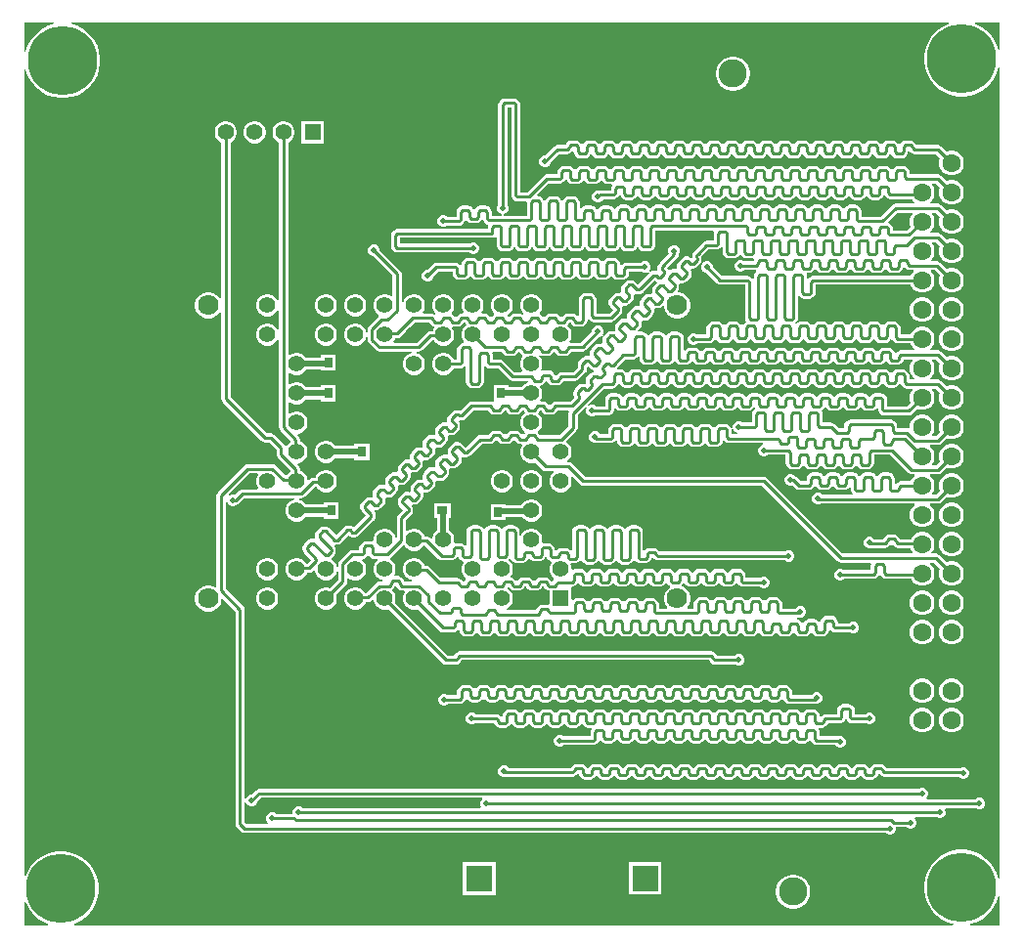
<source format=gbl>
G04*
G04 #@! TF.GenerationSoftware,Altium Limited,Altium Designer,25.4.2 (15)*
G04*
G04 Layer_Physical_Order=4*
G04 Layer_Color=16711680*
%FSLAX44Y44*%
%MOMM*%
G71*
G04*
G04 #@! TF.SameCoordinates,3376916D-7717-44A7-936A-FC15E23AF39E*
G04*
G04*
G04 #@! TF.FilePolarity,Positive*
G04*
G01*
G75*
%ADD12C,0.5080*%
%ADD17C,0.2540*%
%ADD18R,0.9000X0.8000*%
%ADD19R,0.8000X0.9000*%
%ADD20C,2.4500*%
%ADD21R,2.3000X2.3000*%
%ADD29C,1.4080*%
%ADD30C,1.7800*%
%ADD31R,1.4080X1.4080*%
%ADD32C,1.4000*%
%ADD33R,1.4000X1.4000*%
%ADD34C,1.6002*%
%ADD35C,6.0000*%
%ADD36C,0.5000*%
G36*
X844550Y758219D02*
X843280Y758119D01*
X843269Y758190D01*
X841686Y763061D01*
X839361Y767625D01*
X836350Y771768D01*
X832728Y775390D01*
X828585Y778401D01*
X824021Y780726D01*
X823024Y781050D01*
X823225Y782320D01*
X844550D01*
Y758219D01*
D02*
G37*
G36*
X25471Y781050D02*
X25400Y781039D01*
X20529Y779456D01*
X15965Y777131D01*
X11822Y774120D01*
X8200Y770498D01*
X5189Y766355D01*
X2864Y761791D01*
X1281Y756920D01*
X1270Y756849D01*
X0Y756949D01*
Y782320D01*
X25371D01*
X25471Y781050D01*
D02*
G37*
G36*
X800036D02*
X799039Y780726D01*
X794475Y778401D01*
X790332Y775390D01*
X786710Y771768D01*
X783699Y767625D01*
X781374Y763061D01*
X779791Y758190D01*
X778990Y753131D01*
Y748009D01*
X779791Y742950D01*
X781374Y738079D01*
X783699Y733515D01*
X786710Y729372D01*
X790332Y725750D01*
X794475Y722739D01*
X799039Y720414D01*
X803910Y718831D01*
X808969Y718030D01*
X814091D01*
X819150Y718831D01*
X824021Y720414D01*
X828585Y722739D01*
X832728Y725750D01*
X836350Y729372D01*
X839361Y733515D01*
X841686Y738079D01*
X843269Y742950D01*
X843280Y743021D01*
X844550Y742921D01*
Y40669D01*
X843280Y40569D01*
X843269Y40640D01*
X841686Y45511D01*
X839361Y50075D01*
X836350Y54218D01*
X832728Y57840D01*
X828585Y60851D01*
X824021Y63176D01*
X819150Y64759D01*
X814091Y65560D01*
X808969D01*
X803910Y64759D01*
X799039Y63176D01*
X794475Y60851D01*
X790332Y57840D01*
X786710Y54218D01*
X783699Y50075D01*
X781374Y45511D01*
X779791Y40640D01*
X778990Y35581D01*
Y30459D01*
X779791Y25400D01*
X781374Y20529D01*
X783699Y15965D01*
X786710Y11822D01*
X790332Y8200D01*
X794475Y5189D01*
X799039Y2864D01*
X803910Y1281D01*
X803981Y1270D01*
X803881Y0D01*
X43445D01*
X43244Y1270D01*
X44241Y1594D01*
X48805Y3919D01*
X52948Y6930D01*
X56570Y10552D01*
X59581Y14695D01*
X61906Y19259D01*
X63489Y24130D01*
X64290Y29189D01*
Y34311D01*
X63489Y39370D01*
X61906Y44241D01*
X59581Y48805D01*
X56570Y52948D01*
X52948Y56570D01*
X48805Y59581D01*
X44241Y61906D01*
X39370Y63489D01*
X34311Y64290D01*
X29189D01*
X24130Y63489D01*
X19259Y61906D01*
X14695Y59581D01*
X10552Y56570D01*
X6930Y52948D01*
X3919Y48805D01*
X1594Y44241D01*
X1270Y43244D01*
X0Y43445D01*
Y741651D01*
X1270Y741751D01*
X1281Y741680D01*
X2864Y736809D01*
X5189Y732245D01*
X8200Y728102D01*
X11822Y724480D01*
X15965Y721469D01*
X20529Y719144D01*
X25400Y717561D01*
X30459Y716760D01*
X35581D01*
X40640Y717561D01*
X45511Y719144D01*
X50075Y721469D01*
X54218Y724480D01*
X57840Y728102D01*
X60851Y732245D01*
X63176Y736809D01*
X64759Y741680D01*
X65560Y746739D01*
Y751861D01*
X64759Y756920D01*
X63176Y761791D01*
X60851Y766355D01*
X57840Y770498D01*
X54218Y774120D01*
X50075Y777131D01*
X45511Y779456D01*
X40640Y781039D01*
X40569Y781050D01*
X40669Y782320D01*
X799835D01*
X800036Y781050D01*
D02*
G37*
G36*
X844550Y25371D02*
Y0D01*
X819179D01*
X819079Y1270D01*
X819150Y1281D01*
X824021Y2864D01*
X828585Y5189D01*
X832728Y8200D01*
X836350Y11822D01*
X839361Y15965D01*
X841686Y20529D01*
X843269Y25400D01*
X843280Y25471D01*
X844550Y25371D01*
D02*
G37*
G36*
X1594Y19259D02*
X3919Y14695D01*
X6930Y10552D01*
X10552Y6930D01*
X14695Y3919D01*
X19259Y1594D01*
X20256Y1270D01*
X20055Y0D01*
X0D01*
Y20055D01*
X1270Y20256D01*
X1594Y19259D01*
D02*
G37*
%LPC*%
G36*
X614867Y752660D02*
X611953D01*
X609096Y752092D01*
X606404Y750977D01*
X603982Y749358D01*
X601922Y747298D01*
X600303Y744876D01*
X599188Y742184D01*
X598620Y739327D01*
Y736413D01*
X599188Y733556D01*
X600303Y730864D01*
X601922Y728442D01*
X603982Y726382D01*
X606404Y724763D01*
X609096Y723649D01*
X611953Y723080D01*
X614867D01*
X617724Y723649D01*
X620416Y724763D01*
X622838Y726382D01*
X624898Y728442D01*
X626517Y730864D01*
X627632Y733556D01*
X628200Y736413D01*
Y739327D01*
X627632Y742184D01*
X626517Y744876D01*
X624898Y747298D01*
X622838Y749358D01*
X620416Y750977D01*
X617724Y752092D01*
X614867Y752660D01*
D02*
G37*
G36*
X258930Y696610D02*
X239850D01*
Y677530D01*
X258930D01*
Y696610D01*
D02*
G37*
G36*
X200646D02*
X198134D01*
X195708Y695960D01*
X193532Y694704D01*
X191756Y692928D01*
X190500Y690752D01*
X189850Y688326D01*
Y685814D01*
X190500Y683388D01*
X191756Y681212D01*
X193532Y679436D01*
X195708Y678180D01*
X198134Y677530D01*
X200646D01*
X203072Y678180D01*
X205248Y679436D01*
X207024Y681212D01*
X208280Y683388D01*
X208930Y685814D01*
Y688326D01*
X208280Y690752D01*
X207024Y692928D01*
X205248Y694704D01*
X203072Y695960D01*
X200646Y696610D01*
D02*
G37*
G36*
X767207Y680033D02*
X762635D01*
X761148Y679737D01*
X759888Y678895D01*
X758364Y677371D01*
X758065Y676923D01*
X756537D01*
X756238Y677371D01*
X754714Y678895D01*
X753454Y679737D01*
X751967Y680033D01*
X747395D01*
X745908Y679737D01*
X744648Y678895D01*
X743124Y677371D01*
X742825Y676923D01*
X741297D01*
X740998Y677371D01*
X739474Y678895D01*
X738214Y679737D01*
X736727Y680033D01*
X732155D01*
X730668Y679737D01*
X729408Y678895D01*
X727884Y677371D01*
X727585Y676923D01*
X726057D01*
X725758Y677371D01*
X724234Y678895D01*
X722974Y679737D01*
X721487Y680033D01*
X716915D01*
X715428Y679737D01*
X714168Y678895D01*
X712644Y677371D01*
X712345Y676923D01*
X710817D01*
X710518Y677371D01*
X708994Y678895D01*
X707734Y679737D01*
X706247Y680033D01*
X701675D01*
X700188Y679737D01*
X698928Y678895D01*
X697404Y677371D01*
X697105Y676923D01*
X695577D01*
X695278Y677371D01*
X693754Y678895D01*
X692494Y679737D01*
X691007Y680033D01*
X686435D01*
X684948Y679737D01*
X683688Y678895D01*
X682164Y677371D01*
X681865Y676923D01*
X680337D01*
X680038Y677371D01*
X678514Y678895D01*
X677254Y679737D01*
X675767Y680033D01*
X671195D01*
X669708Y679737D01*
X668448Y678895D01*
X666924Y677371D01*
X666625Y676923D01*
X665097D01*
X664798Y677371D01*
X663274Y678895D01*
X662014Y679737D01*
X660527Y680033D01*
X655955D01*
X654468Y679737D01*
X653208Y678895D01*
X651684Y677371D01*
X651385Y676923D01*
X649857D01*
X649558Y677371D01*
X648034Y678895D01*
X646774Y679737D01*
X645287Y680033D01*
X640715D01*
X639228Y679737D01*
X637968Y678895D01*
X636444Y677371D01*
X636145Y676923D01*
X634617D01*
X634318Y677371D01*
X632794Y678895D01*
X631534Y679737D01*
X630047Y680033D01*
X625475D01*
X623988Y679737D01*
X622728Y678895D01*
X621204Y677371D01*
X620905Y676923D01*
X619377D01*
X619078Y677371D01*
X617554Y678895D01*
X616294Y679737D01*
X614807Y680033D01*
X610235D01*
X608748Y679737D01*
X607488Y678895D01*
X605964Y677371D01*
X605665Y676923D01*
X604137D01*
X603838Y677371D01*
X602314Y678895D01*
X601054Y679737D01*
X599567Y680033D01*
X594995D01*
X593508Y679737D01*
X592248Y678895D01*
X590724Y677371D01*
X590425Y676923D01*
X588897D01*
X588598Y677371D01*
X587074Y678895D01*
X585814Y679737D01*
X584327Y680033D01*
X579755D01*
X578268Y679737D01*
X577008Y678895D01*
X575484Y677371D01*
X575185Y676923D01*
X573657D01*
X573358Y677371D01*
X571834Y678895D01*
X570574Y679737D01*
X569087Y680033D01*
X564515D01*
X563028Y679737D01*
X561768Y678895D01*
X560244Y677371D01*
X559945Y676923D01*
X558417D01*
X558118Y677371D01*
X556594Y678895D01*
X555334Y679737D01*
X553847Y680033D01*
X549275D01*
X547788Y679737D01*
X546528Y678895D01*
X545004Y677371D01*
X544705Y676923D01*
X543177D01*
X542878Y677371D01*
X541354Y678895D01*
X540094Y679737D01*
X538607Y680033D01*
X534035D01*
X532548Y679737D01*
X531288Y678895D01*
X529764Y677371D01*
X529465Y676923D01*
X527937D01*
X527638Y677371D01*
X526114Y678895D01*
X524854Y679737D01*
X523367Y680033D01*
X518795D01*
X517308Y679737D01*
X516048Y678895D01*
X514524Y677371D01*
X514225Y676923D01*
X512697D01*
X512398Y677371D01*
X510874Y678895D01*
X509614Y679737D01*
X508127Y680033D01*
X503555D01*
X502068Y679737D01*
X500808Y678895D01*
X499284Y677371D01*
X498985Y676923D01*
X497457D01*
X497158Y677371D01*
X495634Y678895D01*
X494374Y679737D01*
X492887Y680033D01*
X488315D01*
X486828Y679737D01*
X485568Y678895D01*
X484044Y677371D01*
X483745Y676923D01*
X482217D01*
X481918Y677371D01*
X480394Y678895D01*
X479134Y679737D01*
X477647Y680033D01*
X473075D01*
X471588Y679737D01*
X470328Y678895D01*
X468804Y677371D01*
X467962Y676111D01*
X467959Y676096D01*
X461391D01*
X459904Y675800D01*
X458644Y674958D01*
X450396Y666710D01*
X449847D01*
X447995Y665943D01*
X446577Y664525D01*
X445810Y662673D01*
Y660667D01*
X446577Y658815D01*
X447995Y657397D01*
X449847Y656630D01*
X451852D01*
X453705Y657397D01*
X455123Y658815D01*
X455890Y660667D01*
Y661216D01*
X463000Y668326D01*
X470027D01*
X471514Y668622D01*
X472774Y669464D01*
X474016Y670707D01*
X475127Y670359D01*
X475286Y670238D01*
Y670052D01*
X475582Y668565D01*
X476424Y667305D01*
X477948Y665781D01*
X479208Y664939D01*
X480695Y664643D01*
X485267D01*
X486754Y664939D01*
X488014Y665781D01*
X489538Y667305D01*
X489837Y667753D01*
X491365D01*
X491664Y667305D01*
X493188Y665781D01*
X494448Y664939D01*
X495935Y664643D01*
X500507D01*
X501994Y664939D01*
X503254Y665781D01*
X504778Y667305D01*
X505077Y667753D01*
X506605D01*
X506904Y667305D01*
X508428Y665781D01*
X509688Y664939D01*
X511175Y664643D01*
X515747D01*
X517234Y664939D01*
X518494Y665781D01*
X520018Y667305D01*
X520317Y667753D01*
X521845D01*
X522144Y667305D01*
X523668Y665781D01*
X524928Y664939D01*
X526415Y664643D01*
X530987D01*
X532474Y664939D01*
X533734Y665781D01*
X535258Y667305D01*
X535557Y667753D01*
X537085D01*
X537384Y667305D01*
X538908Y665781D01*
X540168Y664939D01*
X541655Y664643D01*
X546227D01*
X547714Y664939D01*
X548974Y665781D01*
X550498Y667305D01*
X550797Y667753D01*
X552325D01*
X552624Y667305D01*
X554148Y665781D01*
X555408Y664939D01*
X556895Y664643D01*
X561467D01*
X562954Y664939D01*
X564214Y665781D01*
X565738Y667305D01*
X566037Y667753D01*
X567565D01*
X567864Y667305D01*
X569388Y665781D01*
X570648Y664939D01*
X572135Y664643D01*
X576707D01*
X578194Y664939D01*
X579454Y665781D01*
X580978Y667305D01*
X581277Y667753D01*
X582805D01*
X583104Y667305D01*
X584628Y665781D01*
X585888Y664939D01*
X587375Y664643D01*
X591947D01*
X593434Y664939D01*
X594694Y665781D01*
X596218Y667305D01*
X596517Y667753D01*
X598045D01*
X598344Y667305D01*
X599868Y665781D01*
X601128Y664939D01*
X602615Y664643D01*
X607187D01*
X608674Y664939D01*
X609934Y665781D01*
X611458Y667305D01*
X611757Y667753D01*
X613285D01*
X613584Y667305D01*
X615108Y665781D01*
X616368Y664939D01*
X617855Y664643D01*
X622427D01*
X623914Y664939D01*
X625174Y665781D01*
X626698Y667305D01*
X626997Y667753D01*
X628525D01*
X628824Y667305D01*
X630348Y665781D01*
X631608Y664939D01*
X633095Y664643D01*
X637667D01*
X639154Y664939D01*
X640414Y665781D01*
X641938Y667305D01*
X642237Y667753D01*
X643765D01*
X644064Y667305D01*
X645588Y665781D01*
X646848Y664939D01*
X648335Y664643D01*
X652907D01*
X654394Y664939D01*
X655654Y665781D01*
X657178Y667305D01*
X657477Y667753D01*
X659005D01*
X659304Y667305D01*
X660828Y665781D01*
X662088Y664939D01*
X663575Y664643D01*
X668147D01*
X669634Y664939D01*
X670894Y665781D01*
X672418Y667305D01*
X672717Y667753D01*
X674245D01*
X674544Y667305D01*
X676068Y665781D01*
X677328Y664939D01*
X678815Y664643D01*
X683387D01*
X684874Y664939D01*
X686134Y665781D01*
X687658Y667305D01*
X687957Y667753D01*
X689485D01*
X689784Y667305D01*
X691308Y665781D01*
X692568Y664939D01*
X694055Y664643D01*
X698627D01*
X700114Y664939D01*
X701374Y665781D01*
X702898Y667305D01*
X703197Y667753D01*
X704725D01*
X705024Y667305D01*
X706548Y665781D01*
X707808Y664939D01*
X709295Y664643D01*
X713867D01*
X715354Y664939D01*
X716614Y665781D01*
X718138Y667305D01*
X718437Y667753D01*
X719965D01*
X720264Y667305D01*
X721788Y665781D01*
X723048Y664939D01*
X724535Y664643D01*
X729107D01*
X730594Y664939D01*
X731854Y665781D01*
X733378Y667305D01*
X733677Y667753D01*
X735205D01*
X735504Y667305D01*
X737028Y665781D01*
X738288Y664939D01*
X739775Y664643D01*
X744347D01*
X745834Y664939D01*
X747094Y665781D01*
X748618Y667305D01*
X748917Y667753D01*
X750445D01*
X750744Y667305D01*
X752268Y665781D01*
X753528Y664939D01*
X755015Y664643D01*
X759587D01*
X761074Y664939D01*
X762334Y665781D01*
X763858Y667305D01*
X764700Y668565D01*
X764996Y670052D01*
Y670238D01*
X765155Y670359D01*
X766266Y670707D01*
X767508Y669464D01*
X768768Y668622D01*
X770255Y668326D01*
X789220D01*
X792913Y664634D01*
X792817Y664469D01*
X792099Y661788D01*
Y659012D01*
X792817Y656331D01*
X794205Y653928D01*
X796168Y651965D01*
X798571Y650577D01*
X801252Y649859D01*
X804028D01*
X806709Y650577D01*
X809112Y651965D01*
X811075Y653928D01*
X812463Y656331D01*
X813181Y659012D01*
Y661788D01*
X812463Y664469D01*
X811075Y666872D01*
X809112Y668835D01*
X806709Y670223D01*
X804028Y670941D01*
X801252D01*
X798571Y670223D01*
X798406Y670127D01*
X793576Y674958D01*
X792316Y675800D01*
X790829Y676096D01*
X772323D01*
X772320Y676111D01*
X771478Y677371D01*
X769954Y678895D01*
X768694Y679737D01*
X767207Y680033D01*
D02*
G37*
G36*
X423962Y716355D02*
X415508D01*
X414021Y716059D01*
X412761Y715217D01*
X411273Y713729D01*
X410431Y712469D01*
X410135Y710982D01*
Y624273D01*
X409747Y623885D01*
X408980Y622033D01*
Y620028D01*
X409747Y618175D01*
X411165Y616757D01*
X413018Y615990D01*
X412934Y614755D01*
X404535D01*
Y618363D01*
X404239Y619850D01*
X403397Y621110D01*
X401873Y622634D01*
X400612Y623476D01*
X399126Y623772D01*
X394554D01*
X393067Y623476D01*
X391807Y622634D01*
X390283Y621110D01*
X389984Y620662D01*
X388456D01*
X388157Y621110D01*
X386633Y622634D01*
X385373Y623476D01*
X383886Y623772D01*
X379314D01*
X377827Y623476D01*
X376567Y622634D01*
X375043Y621110D01*
X374201Y619850D01*
X373905Y618363D01*
Y613871D01*
X365793D01*
X365405Y614260D01*
X363553Y615027D01*
X361547D01*
X359695Y614260D01*
X358277Y612842D01*
X357510Y610989D01*
Y608984D01*
X358277Y607132D01*
X359695Y605714D01*
X361547Y604947D01*
X363553D01*
X365405Y605714D01*
X365793Y606102D01*
X376266D01*
X377752Y606398D01*
X379013Y607240D01*
X380537Y608764D01*
X381379Y610024D01*
X381479Y610530D01*
X382082Y610792D01*
X382841Y610866D01*
X384187Y609520D01*
X385447Y608678D01*
X386934Y608382D01*
X391506D01*
X392993Y608678D01*
X394253Y609520D01*
X395745Y611012D01*
X396050Y611015D01*
X396369Y610981D01*
X397137Y610794D01*
X397903Y609647D01*
X399427Y608123D01*
X400687Y607281D01*
X400994Y607220D01*
X401579Y605809D01*
X401541Y605753D01*
X401245Y604266D01*
Y603325D01*
X322798D01*
X321311Y603029D01*
X320051Y602187D01*
X318563Y600699D01*
X317721Y599439D01*
X317425Y597952D01*
Y588228D01*
X317721Y586741D01*
X318563Y585481D01*
X320051Y583993D01*
X321311Y583151D01*
X322798Y582855D01*
X385377D01*
X385765Y582467D01*
X387617Y581700D01*
X389622D01*
X391475Y582467D01*
X392893Y583885D01*
X393660Y585737D01*
Y587743D01*
X392893Y589595D01*
X391475Y591013D01*
X389622Y591780D01*
X387617D01*
X385765Y591013D01*
X385377Y590625D01*
X325195D01*
Y595555D01*
X404876D01*
X406363Y595851D01*
X407595Y596675D01*
X407771Y596642D01*
X408695Y596326D01*
X408865Y596197D01*
Y589534D01*
X409161Y588047D01*
X410003Y586787D01*
X411527Y585263D01*
X412787Y584421D01*
X414274Y584125D01*
X418846D01*
X420333Y584421D01*
X421593Y585263D01*
X423117Y586787D01*
X423416Y587235D01*
X424944D01*
X425243Y586787D01*
X426767Y585263D01*
X428027Y584421D01*
X429514Y584125D01*
X434086D01*
X435573Y584421D01*
X436833Y585263D01*
X438357Y586787D01*
X438656Y587235D01*
X440184D01*
X440483Y586787D01*
X442007Y585263D01*
X443267Y584421D01*
X444754Y584125D01*
X449326D01*
X450813Y584421D01*
X452073Y585263D01*
X453597Y586787D01*
X453896Y587235D01*
X455424D01*
X455723Y586787D01*
X457247Y585263D01*
X458507Y584421D01*
X459994Y584125D01*
X464566D01*
X466053Y584421D01*
X467313Y585263D01*
X468837Y586787D01*
X469136Y587235D01*
X470664D01*
X470963Y586787D01*
X472487Y585263D01*
X473747Y584421D01*
X475234Y584125D01*
X479806D01*
X481293Y584421D01*
X482553Y585263D01*
X484077Y586787D01*
X484376Y587235D01*
X485904D01*
X486203Y586787D01*
X487727Y585263D01*
X488987Y584421D01*
X490474Y584125D01*
X495046D01*
X496533Y584421D01*
X497793Y585263D01*
X499317Y586787D01*
X499616Y587235D01*
X501144D01*
X501443Y586787D01*
X502967Y585263D01*
X504227Y584421D01*
X505714Y584125D01*
X510286D01*
X511773Y584421D01*
X513033Y585263D01*
X514557Y586787D01*
X514856Y587235D01*
X516384D01*
X516683Y586787D01*
X518207Y585263D01*
X519467Y584421D01*
X520954Y584125D01*
X525526D01*
X527013Y584421D01*
X528273Y585263D01*
X529797Y586787D01*
X530096Y587235D01*
X531624D01*
X531923Y586787D01*
X533447Y585263D01*
X534707Y584421D01*
X536194Y584125D01*
X540766D01*
X542253Y584421D01*
X543513Y585263D01*
X545037Y586787D01*
X545879Y588047D01*
X546175Y589534D01*
Y601905D01*
X596438D01*
X597148Y600863D01*
X597114Y600635D01*
X596825Y599186D01*
Y593165D01*
X590550D01*
X589063Y592869D01*
X587803Y592027D01*
X580230Y584454D01*
X580230Y584453D01*
X579332Y583555D01*
X578490Y582295D01*
X578194Y580808D01*
Y579051D01*
X577350Y578514D01*
X577340Y578511D01*
X576956Y578446D01*
X575836Y579195D01*
X574350Y579491D01*
X572194D01*
X570708Y579195D01*
X569448Y578353D01*
X566215Y575120D01*
X565373Y573860D01*
X565077Y572373D01*
Y570218D01*
X565182Y569689D01*
X564102Y568609D01*
X563573Y568714D01*
X561418D01*
X559931Y568419D01*
X558915Y567739D01*
X557663Y568008D01*
X557511Y568213D01*
X556690Y569441D01*
X556487Y569645D01*
X565357Y578515D01*
X566199Y579775D01*
X566471Y581142D01*
X566883Y581554D01*
X567650Y583407D01*
Y585412D01*
X566883Y587264D01*
X565465Y588682D01*
X563613Y589449D01*
X561608D01*
X559755Y588682D01*
X558337Y587264D01*
X557570Y585412D01*
Y583407D01*
X558065Y582211D01*
X550222Y574367D01*
X550222Y574367D01*
X549324Y573469D01*
X548482Y572209D01*
X548186Y570722D01*
Y568567D01*
X548291Y568038D01*
X547211Y566959D01*
X546683Y567064D01*
X544527D01*
X543041Y566768D01*
X541928Y566025D01*
X541119Y567011D01*
X541483Y567375D01*
X542250Y569227D01*
Y571232D01*
X541483Y573085D01*
X540065Y574503D01*
X538213Y575270D01*
X536208D01*
X534355Y574503D01*
X533967Y574115D01*
X520954D01*
X519467Y573819D01*
X518207Y572977D01*
X516965Y571734D01*
X515854Y572082D01*
X515695Y572203D01*
Y573151D01*
X515399Y574638D01*
X514557Y575898D01*
X513033Y577422D01*
X511773Y578264D01*
X510286Y578560D01*
X505714D01*
X504227Y578264D01*
X502967Y577422D01*
X501443Y575898D01*
X501144Y575450D01*
X499616D01*
X499317Y575898D01*
X497793Y577422D01*
X496533Y578264D01*
X495046Y578560D01*
X490474D01*
X488987Y578264D01*
X487727Y577422D01*
X486203Y575898D01*
X485904Y575450D01*
X484376D01*
X484077Y575898D01*
X482553Y577422D01*
X481293Y578264D01*
X479806Y578560D01*
X475234D01*
X473747Y578264D01*
X472487Y577422D01*
X470963Y575898D01*
X470664Y575450D01*
X469136D01*
X468837Y575898D01*
X467313Y577422D01*
X466053Y578264D01*
X464566Y578560D01*
X459994D01*
X458507Y578264D01*
X457247Y577422D01*
X455723Y575898D01*
X455424Y575450D01*
X453896D01*
X453597Y575898D01*
X452073Y577422D01*
X450813Y578264D01*
X449326Y578560D01*
X444754D01*
X443267Y578264D01*
X442007Y577422D01*
X440483Y575898D01*
X440184Y575450D01*
X438656D01*
X438357Y575898D01*
X436833Y577422D01*
X435573Y578264D01*
X434086Y578560D01*
X429514D01*
X428027Y578264D01*
X426767Y577422D01*
X425243Y575898D01*
X424944Y575450D01*
X423416D01*
X423117Y575898D01*
X421593Y577422D01*
X420333Y578264D01*
X418846Y578560D01*
X414274D01*
X412787Y578264D01*
X411527Y577422D01*
X410003Y575898D01*
X409704Y575450D01*
X408176D01*
X407877Y575898D01*
X406353Y577422D01*
X405093Y578264D01*
X403606Y578560D01*
X399034D01*
X397547Y578264D01*
X396287Y577422D01*
X394763Y575898D01*
X394464Y575450D01*
X392936D01*
X392637Y575898D01*
X391113Y577422D01*
X389853Y578264D01*
X388366Y578560D01*
X383794D01*
X382307Y578264D01*
X381047Y577422D01*
X379523Y575898D01*
X378681Y574638D01*
X378385Y573151D01*
Y572203D01*
X378226Y572082D01*
X377115Y571734D01*
X375873Y572977D01*
X374613Y573819D01*
X373126Y574115D01*
X356870D01*
X355383Y573819D01*
X354123Y572977D01*
X348796Y567650D01*
X348247D01*
X346395Y566883D01*
X344977Y565465D01*
X344210Y563613D01*
Y561608D01*
X344977Y559755D01*
X346395Y558337D01*
X348247Y557570D01*
X350252D01*
X352105Y558337D01*
X353523Y559755D01*
X354290Y561608D01*
Y562156D01*
X358479Y566345D01*
X370765D01*
Y564642D01*
X371061Y563155D01*
X371903Y561895D01*
X373427Y560371D01*
X374687Y559529D01*
X376174Y559233D01*
X380746D01*
X382233Y559529D01*
X383493Y560371D01*
X385017Y561895D01*
X385316Y562343D01*
X386844D01*
X387143Y561895D01*
X388667Y560371D01*
X389927Y559529D01*
X391414Y559233D01*
X395986D01*
X397473Y559529D01*
X398733Y560371D01*
X400257Y561895D01*
X400556Y562343D01*
X402084D01*
X402383Y561895D01*
X403907Y560371D01*
X405167Y559529D01*
X406654Y559233D01*
X411226D01*
X412713Y559529D01*
X413973Y560371D01*
X415497Y561895D01*
X415796Y562343D01*
X417324D01*
X417623Y561895D01*
X419147Y560371D01*
X420407Y559529D01*
X421894Y559233D01*
X426466D01*
X427953Y559529D01*
X429213Y560371D01*
X430737Y561895D01*
X431036Y562343D01*
X432564D01*
X432863Y561895D01*
X434387Y560371D01*
X435647Y559529D01*
X437134Y559233D01*
X441706D01*
X443193Y559529D01*
X444453Y560371D01*
X445977Y561895D01*
X446276Y562343D01*
X447804D01*
X448103Y561895D01*
X449627Y560371D01*
X450887Y559529D01*
X452374Y559233D01*
X456946D01*
X458433Y559529D01*
X459693Y560371D01*
X461217Y561895D01*
X461516Y562343D01*
X463044D01*
X463343Y561895D01*
X464867Y560371D01*
X466127Y559529D01*
X467614Y559233D01*
X472186D01*
X473673Y559529D01*
X474933Y560371D01*
X476457Y561895D01*
X476756Y562343D01*
X478284D01*
X478583Y561895D01*
X480107Y560371D01*
X481367Y559529D01*
X482854Y559233D01*
X487426D01*
X488913Y559529D01*
X490173Y560371D01*
X491697Y561895D01*
X491996Y562343D01*
X493524D01*
X493823Y561895D01*
X495347Y560371D01*
X496607Y559529D01*
X498094Y559233D01*
X502666D01*
X504153Y559529D01*
X505413Y560371D01*
X506937Y561895D01*
X507236Y562343D01*
X508764D01*
X509063Y561895D01*
X510587Y560371D01*
X511847Y559529D01*
X513334Y559233D01*
X517906D01*
X519393Y559529D01*
X520653Y560371D01*
X522177Y561895D01*
X523019Y563155D01*
X523315Y564642D01*
Y566345D01*
X533967D01*
X534355Y565957D01*
X536208Y565190D01*
X538213D01*
X540065Y565957D01*
X540879Y565025D01*
X531057Y555202D01*
X528595Y557664D01*
X527335Y558506D01*
X525849Y558802D01*
X523693D01*
X522207Y558506D01*
X520946Y557664D01*
X517714Y554431D01*
X516871Y553171D01*
X516576Y551684D01*
Y549529D01*
X516681Y549000D01*
X515601Y547920D01*
X515072Y548026D01*
X512917D01*
X511430Y547730D01*
X510170Y546888D01*
X506937Y543655D01*
X506095Y542394D01*
X505799Y540908D01*
Y538753D01*
X506095Y537266D01*
X506937Y536006D01*
X509399Y533544D01*
X506099Y530245D01*
X495180D01*
Y542616D01*
X494885Y544103D01*
X494043Y545363D01*
X492519Y546887D01*
X491258Y547729D01*
X489772Y548025D01*
X485200D01*
X483713Y547729D01*
X482453Y546887D01*
X480929Y545363D01*
X480087Y544103D01*
X479791Y542616D01*
Y528334D01*
X479632Y528213D01*
X478521Y527864D01*
X477279Y529107D01*
X476018Y529949D01*
X474532Y530245D01*
X469960D01*
X468473Y529949D01*
X467213Y529107D01*
X465689Y527583D01*
X465348Y527072D01*
X465342Y527070D01*
X463904Y527072D01*
X463563Y527583D01*
X462039Y529107D01*
X460778Y529949D01*
X459292Y530245D01*
X454720D01*
X453233Y529949D01*
X451973Y529107D01*
X450449Y527583D01*
X450108Y527072D01*
X448664D01*
X448323Y527583D01*
X446799Y529107D01*
X446315Y529430D01*
X446118Y531030D01*
X446416Y531328D01*
X447677Y533512D01*
X448330Y535949D01*
Y538471D01*
X447677Y540908D01*
X446416Y543092D01*
X444632Y544876D01*
X442448Y546137D01*
X440011Y546790D01*
X437489D01*
X435052Y546137D01*
X432868Y544876D01*
X431084Y543092D01*
X429823Y540908D01*
X429170Y538471D01*
Y535949D01*
X429823Y533512D01*
X431084Y531328D01*
X431992Y530419D01*
X432218Y530193D01*
X431448Y529254D01*
X431290Y529287D01*
X431089Y529421D01*
X430298Y529949D01*
X428812Y530245D01*
X424240D01*
X422753Y529949D01*
X421493Y529107D01*
X419969Y527583D01*
X419628Y527072D01*
X418184D01*
X417991Y527361D01*
X417954Y528429D01*
X418008Y528837D01*
X419232Y529544D01*
X421016Y531328D01*
X422277Y533512D01*
X422930Y535949D01*
Y538471D01*
X422277Y540908D01*
X421016Y543092D01*
X419232Y544876D01*
X417048Y546137D01*
X414611Y546790D01*
X412089D01*
X409652Y546137D01*
X407468Y544876D01*
X405684Y543092D01*
X404423Y540908D01*
X403770Y538471D01*
Y535949D01*
X404423Y533512D01*
X405684Y531328D01*
X406535Y530476D01*
X406411Y529212D01*
X406253Y529107D01*
X404729Y527583D01*
X404388Y527072D01*
X402944D01*
X402603Y527583D01*
X401079Y529107D01*
X399818Y529949D01*
X398332Y530245D01*
X396132D01*
X395724Y531515D01*
X396877Y533512D01*
X397530Y535949D01*
Y538471D01*
X396877Y540908D01*
X395616Y543092D01*
X393832Y544876D01*
X391648Y546137D01*
X389211Y546790D01*
X386689D01*
X384252Y546137D01*
X382068Y544876D01*
X380284Y543092D01*
X379023Y540908D01*
X378370Y538471D01*
Y535949D01*
X379023Y533512D01*
X380176Y531515D01*
X379768Y530245D01*
X378520D01*
X377033Y529949D01*
X375773Y529107D01*
X374249Y527583D01*
X373908Y527072D01*
X372464D01*
X372123Y527583D01*
X370599Y529107D01*
X370115Y529430D01*
X369918Y531030D01*
X370216Y531328D01*
X371477Y533512D01*
X372130Y535949D01*
Y538471D01*
X371477Y540908D01*
X370216Y543092D01*
X368432Y544876D01*
X366248Y546137D01*
X363811Y546790D01*
X361289D01*
X358852Y546137D01*
X356668Y544876D01*
X354884Y543092D01*
X353623Y540908D01*
X352970Y538471D01*
Y535949D01*
X353623Y533512D01*
X354884Y531328D01*
X355792Y530419D01*
X356018Y530193D01*
X355248Y529254D01*
X355090Y529287D01*
X354889Y529421D01*
X354098Y529949D01*
X352612Y530245D01*
X345332D01*
X344924Y531515D01*
X346077Y533512D01*
X346730Y535949D01*
Y538471D01*
X346077Y540908D01*
X344816Y543092D01*
X343032Y544876D01*
X340848Y546137D01*
X338411Y546790D01*
X335889D01*
X333452Y546137D01*
X331268Y544876D01*
X329484Y543092D01*
X328223Y540908D01*
X327755Y539160D01*
X326485Y539328D01*
Y564595D01*
X326189Y566082D01*
X325347Y567342D01*
X307633Y585056D01*
Y585605D01*
X306865Y587458D01*
X305448Y588875D01*
X303595Y589643D01*
X301590D01*
X299738Y588875D01*
X298320Y587458D01*
X297553Y585605D01*
Y583600D01*
X298320Y581748D01*
X299738Y580330D01*
X301590Y579563D01*
X302139D01*
X318715Y562986D01*
Y545392D01*
X317445Y544984D01*
X315448Y546137D01*
X313011Y546790D01*
X310489D01*
X308052Y546137D01*
X305868Y544876D01*
X304084Y543092D01*
X302823Y540908D01*
X302170Y538471D01*
Y535949D01*
X302823Y533512D01*
X304084Y531328D01*
X305868Y529544D01*
X306741Y529040D01*
X306790Y527545D01*
X306359Y527257D01*
X298153Y519051D01*
X297311Y517791D01*
X297015Y516304D01*
Y513928D01*
X295745Y513760D01*
X295277Y515508D01*
X294016Y517692D01*
X292232Y519476D01*
X290048Y520737D01*
X287611Y521390D01*
X285089D01*
X282652Y520737D01*
X280468Y519476D01*
X278684Y517692D01*
X277423Y515508D01*
X276770Y513071D01*
Y510549D01*
X277423Y508112D01*
X278684Y505928D01*
X280468Y504144D01*
X282652Y502883D01*
X285089Y502230D01*
X287611D01*
X290048Y502883D01*
X292232Y504144D01*
X294016Y505928D01*
X295277Y508112D01*
X295745Y509860D01*
X297015Y509692D01*
Y507316D01*
X297311Y505829D01*
X298153Y504569D01*
X304509Y498213D01*
X305769Y497371D01*
X307256Y497075D01*
X335032D01*
X335200Y495805D01*
X333452Y495337D01*
X331268Y494076D01*
X329484Y492292D01*
X328223Y490108D01*
X327570Y487671D01*
Y485149D01*
X328223Y482712D01*
X329484Y480528D01*
X331268Y478744D01*
X333452Y477483D01*
X335889Y476830D01*
X338411D01*
X340848Y477483D01*
X343032Y478744D01*
X344816Y480528D01*
X346077Y482712D01*
X346730Y485149D01*
Y487671D01*
X346077Y490108D01*
X344816Y492292D01*
X343032Y494076D01*
X340848Y495337D01*
X339100Y495805D01*
X339268Y497075D01*
X341644D01*
X343131Y497371D01*
X344391Y498213D01*
X353041Y506863D01*
X354416Y506738D01*
X354884Y505928D01*
X356668Y504144D01*
X358852Y502883D01*
X361289Y502230D01*
X363811D01*
X366248Y502883D01*
X368432Y504144D01*
X370216Y505928D01*
X371477Y508112D01*
X372130Y510549D01*
Y513071D01*
X371477Y515508D01*
X370265Y517607D01*
X370383Y517957D01*
X370843Y518686D01*
X370929Y518775D01*
X375472D01*
X376958Y519071D01*
X378219Y519913D01*
X379743Y521437D01*
X380084Y521948D01*
X381528D01*
X381869Y521437D01*
X382447Y520859D01*
X382282Y519599D01*
X382068Y519476D01*
X380284Y517692D01*
X379023Y515508D01*
X378370Y513071D01*
Y510549D01*
X379023Y508112D01*
X380176Y506115D01*
X380108Y505610D01*
X379643Y504773D01*
X378517Y504549D01*
X377257Y503707D01*
X375733Y502183D01*
X374891Y500923D01*
X374595Y499436D01*
Y490295D01*
X371369D01*
X370216Y492292D01*
X368432Y494076D01*
X366248Y495337D01*
X363811Y495990D01*
X361289D01*
X358852Y495337D01*
X356668Y494076D01*
X354884Y492292D01*
X353623Y490108D01*
X352970Y487671D01*
Y485149D01*
X353623Y482712D01*
X354884Y480528D01*
X356668Y478744D01*
X358852Y477483D01*
X361289Y476830D01*
X363811D01*
X366248Y477483D01*
X368432Y478744D01*
X370216Y480528D01*
X371369Y482525D01*
X376956D01*
X378443Y482821D01*
X379703Y483663D01*
X380945Y484906D01*
X382056Y484557D01*
X382215Y484436D01*
Y470844D01*
X382511Y469357D01*
X383353Y468097D01*
X384877Y466573D01*
X386137Y465731D01*
X387624Y465435D01*
X392196D01*
X393683Y465731D01*
X394943Y466573D01*
X396467Y468097D01*
X397309Y469357D01*
X397605Y470844D01*
Y484436D01*
X397764Y484557D01*
X398875Y484906D01*
X400117Y483663D01*
X401377Y482821D01*
X402864Y482525D01*
X410124D01*
X419837Y472813D01*
X421097Y471971D01*
X422583Y471675D01*
X435557D01*
X435716Y471430D01*
X435154Y469964D01*
X435052Y469937D01*
X432868Y468676D01*
X431084Y466892D01*
X430678Y466189D01*
X419170D01*
Y468050D01*
X406090D01*
Y454924D01*
X406090Y454480D01*
X405466Y454085D01*
X404267Y453875D01*
X403412Y454045D01*
X387156D01*
X385669Y453749D01*
X384409Y452907D01*
X377376Y445874D01*
X376933Y446170D01*
X375446Y446466D01*
X373291D01*
X371804Y446170D01*
X370544Y445328D01*
X367311Y442095D01*
X366469Y440835D01*
X366173Y439348D01*
Y437193D01*
X366279Y436665D01*
X365199Y435585D01*
X364670Y435690D01*
X362515D01*
X361028Y435394D01*
X359768Y434552D01*
X356535Y431319D01*
X355693Y430059D01*
X355397Y428572D01*
Y426417D01*
X355502Y425888D01*
X354422Y424808D01*
X353894Y424913D01*
X351738D01*
X350252Y424618D01*
X348992Y423776D01*
X345759Y420543D01*
X344916Y419282D01*
X344621Y417796D01*
Y415641D01*
X344726Y415112D01*
X343646Y414032D01*
X343117Y414137D01*
X340962D01*
X339476Y413841D01*
X338215Y412999D01*
X334982Y409766D01*
X334140Y408506D01*
X333844Y407020D01*
Y404864D01*
X333950Y404336D01*
X332870Y403256D01*
X332341Y403361D01*
X330186D01*
X328699Y403065D01*
X327439Y402223D01*
X324206Y398990D01*
X323364Y397730D01*
X323068Y396243D01*
Y394088D01*
X323173Y393559D01*
X322093Y392479D01*
X321565Y392585D01*
X319410D01*
X317923Y392289D01*
X316663Y391447D01*
X313430Y388214D01*
X312588Y386954D01*
X312292Y385467D01*
Y383312D01*
X312397Y382783D01*
X311317Y381703D01*
X310788Y381808D01*
X308633D01*
X307147Y381513D01*
X305886Y380671D01*
X302653Y377438D01*
X301811Y376177D01*
X301516Y374691D01*
Y372536D01*
X301621Y372007D01*
X300541Y370927D01*
X300012Y371032D01*
X297857D01*
X296370Y370736D01*
X295110Y369894D01*
X291877Y366661D01*
X291035Y365401D01*
X290739Y363914D01*
Y361759D01*
X291035Y360273D01*
X291877Y359012D01*
X295638Y355251D01*
X284968Y344580D01*
X284349Y345199D01*
X283089Y346041D01*
X281603Y346336D01*
X279447D01*
X277961Y346041D01*
X276700Y345199D01*
X269749Y338247D01*
X263517Y344478D01*
X262257Y345320D01*
X260770Y345616D01*
X258615D01*
X257129Y345320D01*
X255868Y344478D01*
X252635Y341245D01*
X251793Y339985D01*
X251498Y338498D01*
Y336343D01*
X251603Y335814D01*
X250523Y334734D01*
X249994Y334839D01*
X247839D01*
X246352Y334544D01*
X245092Y333702D01*
X241859Y330469D01*
X241017Y329208D01*
X240721Y327722D01*
Y325567D01*
X241017Y324080D01*
X241859Y322820D01*
X248090Y316588D01*
X245059Y313557D01*
X243684Y313682D01*
X243216Y314492D01*
X241432Y316276D01*
X239248Y317537D01*
X236811Y318190D01*
X234289D01*
X231852Y317537D01*
X229668Y316276D01*
X227884Y314492D01*
X226623Y312308D01*
X225970Y309871D01*
Y307349D01*
X226623Y304912D01*
X227884Y302728D01*
X229668Y300944D01*
X231852Y299683D01*
X234289Y299030D01*
X236811D01*
X239248Y299683D01*
X241432Y300944D01*
X243216Y302728D01*
X244477Y304912D01*
X244640Y305520D01*
X246400D01*
X247887Y305815D01*
X249147Y306657D01*
X250239Y307750D01*
X251426Y307140D01*
X252023Y304912D01*
X253284Y302728D01*
X255068Y300944D01*
X257252Y299683D01*
X259689Y299030D01*
X262211D01*
X264648Y299683D01*
X266832Y300944D01*
X268616Y302728D01*
X269877Y304912D01*
X270345Y306660D01*
X271615Y306492D01*
Y299369D01*
X264439Y292193D01*
X262211Y292790D01*
X259689D01*
X257252Y292137D01*
X255068Y290876D01*
X253284Y289092D01*
X252023Y286908D01*
X251370Y284471D01*
Y281949D01*
X252023Y279512D01*
X253284Y277328D01*
X255068Y275544D01*
X257252Y274283D01*
X259689Y273630D01*
X262211D01*
X264648Y274283D01*
X266832Y275544D01*
X268616Y277328D01*
X269877Y279512D01*
X270530Y281949D01*
Y284471D01*
X269933Y286699D01*
X278247Y295013D01*
X279089Y296273D01*
X279385Y297760D01*
Y300428D01*
X280655Y300836D01*
X282652Y299683D01*
X285089Y299030D01*
X287611D01*
X290048Y299683D01*
X292232Y300944D01*
X294016Y302728D01*
X295277Y304912D01*
X295930Y307349D01*
Y309871D01*
X295277Y312308D01*
X294016Y314492D01*
X292349Y316159D01*
X292347Y316595D01*
X292669Y317490D01*
X293828Y317721D01*
X295089Y318563D01*
X296613Y320087D01*
X296912Y320535D01*
X298440D01*
X298739Y320087D01*
X300263Y318563D01*
X301523Y317721D01*
X303010Y317425D01*
X305560D01*
X305594Y317298D01*
X305747Y316155D01*
X304084Y314492D01*
X302823Y312308D01*
X302170Y309871D01*
Y307349D01*
X302823Y304912D01*
X304084Y302728D01*
X305868Y300944D01*
X308052Y299683D01*
X309799Y299215D01*
X309632Y297945D01*
X307256D01*
X305769Y297649D01*
X304509Y296807D01*
X295859Y288157D01*
X294484Y288282D01*
X294016Y289092D01*
X292232Y290876D01*
X290048Y292137D01*
X287611Y292790D01*
X285089D01*
X282652Y292137D01*
X280468Y290876D01*
X278684Y289092D01*
X277423Y286908D01*
X276770Y284471D01*
Y281949D01*
X277423Y279512D01*
X278684Y277328D01*
X280468Y275544D01*
X282652Y274283D01*
X285089Y273630D01*
X287611D01*
X290048Y274283D01*
X292232Y275544D01*
X294016Y277328D01*
X295277Y279512D01*
X295440Y280120D01*
X297200D01*
X298687Y280415D01*
X299947Y281257D01*
X301039Y282350D01*
X302226Y281740D01*
X302823Y279512D01*
X304084Y277328D01*
X305868Y275544D01*
X308052Y274283D01*
X310489Y273630D01*
X313011D01*
X315239Y274227D01*
X362343Y227123D01*
X363603Y226281D01*
X365090Y225985D01*
X373726D01*
X375213Y226281D01*
X376473Y227123D01*
X377997Y228647D01*
X378764Y229795D01*
X592716D01*
X593483Y228647D01*
X595007Y227123D01*
X596267Y226281D01*
X597754Y225985D01*
X615247D01*
X615635Y225597D01*
X617487Y224830D01*
X619492D01*
X621345Y225597D01*
X622763Y227015D01*
X623530Y228867D01*
Y230872D01*
X622763Y232725D01*
X621345Y234143D01*
X619492Y234910D01*
X617487D01*
X615635Y234143D01*
X615247Y233755D01*
X599744D01*
X598977Y234903D01*
X597453Y236427D01*
X596193Y237269D01*
X594706Y237565D01*
X376774D01*
X375287Y237269D01*
X374027Y236427D01*
X372503Y234903D01*
X371736Y233755D01*
X366699D01*
X320733Y279721D01*
X321330Y281949D01*
Y284471D01*
X320677Y286908D01*
X319416Y289092D01*
X318481Y290027D01*
X318605Y291291D01*
X318639Y291313D01*
X320163Y292837D01*
X320462Y293285D01*
X321990D01*
X322289Y292837D01*
X323813Y291313D01*
X325073Y290471D01*
X326560Y290175D01*
X328968D01*
X329376Y288905D01*
X328223Y286908D01*
X327570Y284471D01*
Y281949D01*
X328223Y279512D01*
X329484Y277328D01*
X331268Y275544D01*
X333452Y274283D01*
X335889Y273630D01*
X338411D01*
X340639Y274227D01*
X359803Y255063D01*
X361063Y254221D01*
X362550Y253925D01*
X371186D01*
X372673Y254221D01*
X373933Y255063D01*
X375175Y256306D01*
X376286Y255958D01*
X376445Y255837D01*
Y255524D01*
X376741Y254037D01*
X377583Y252777D01*
X379107Y251253D01*
X380367Y250411D01*
X381854Y250115D01*
X386426D01*
X387912Y250411D01*
X389173Y251253D01*
X390697Y252777D01*
X390996Y253225D01*
X392524D01*
X392823Y252777D01*
X394347Y251253D01*
X395607Y250411D01*
X397094Y250115D01*
X401666D01*
X403153Y250411D01*
X404413Y251253D01*
X405937Y252777D01*
X406236Y253225D01*
X407764D01*
X408063Y252777D01*
X409587Y251253D01*
X410847Y250411D01*
X412334Y250115D01*
X416906D01*
X418392Y250411D01*
X419653Y251253D01*
X421177Y252777D01*
X421476Y253225D01*
X423004D01*
X423303Y252777D01*
X424827Y251253D01*
X426087Y250411D01*
X427574Y250115D01*
X432146D01*
X433633Y250411D01*
X434893Y251253D01*
X436417Y252777D01*
X436716Y253225D01*
X438244D01*
X438543Y252777D01*
X440067Y251253D01*
X441327Y250411D01*
X442814Y250115D01*
X447386D01*
X448872Y250411D01*
X450133Y251253D01*
X451657Y252777D01*
X451956Y253225D01*
X453484D01*
X453783Y252777D01*
X455307Y251253D01*
X456567Y250411D01*
X458054Y250115D01*
X462626D01*
X464113Y250411D01*
X465373Y251253D01*
X466897Y252777D01*
X467196Y253225D01*
X468724D01*
X469023Y252777D01*
X470547Y251253D01*
X471807Y250411D01*
X473294Y250115D01*
X477866D01*
X479352Y250411D01*
X480613Y251253D01*
X482137Y252777D01*
X482436Y253225D01*
X483964D01*
X484263Y252777D01*
X485787Y251253D01*
X487047Y250411D01*
X488534Y250115D01*
X493106D01*
X494593Y250411D01*
X495853Y251253D01*
X497377Y252777D01*
X497676Y253225D01*
X499204D01*
X499503Y252777D01*
X501027Y251253D01*
X502287Y250411D01*
X503774Y250115D01*
X508346D01*
X509832Y250411D01*
X511093Y251253D01*
X512617Y252777D01*
X512916Y253225D01*
X514444D01*
X514743Y252777D01*
X516267Y251253D01*
X517527Y250411D01*
X519014Y250115D01*
X523586D01*
X525073Y250411D01*
X526333Y251253D01*
X527857Y252777D01*
X528156Y253225D01*
X529684D01*
X529983Y252777D01*
X531507Y251253D01*
X532767Y250411D01*
X534254Y250115D01*
X538826D01*
X540312Y250411D01*
X541573Y251253D01*
X543097Y252777D01*
X543396Y253225D01*
X544924D01*
X545223Y252777D01*
X546747Y251253D01*
X548007Y250411D01*
X549494Y250115D01*
X554066D01*
X555552Y250411D01*
X556813Y251253D01*
X558337Y252777D01*
X558636Y253225D01*
X560164D01*
X560463Y252777D01*
X561987Y251253D01*
X563247Y250411D01*
X564734Y250115D01*
X569306D01*
X570793Y250411D01*
X572053Y251253D01*
X573577Y252777D01*
X573876Y253225D01*
X575404D01*
X575703Y252777D01*
X577227Y251253D01*
X578487Y250411D01*
X579974Y250115D01*
X584546D01*
X586032Y250411D01*
X587293Y251253D01*
X588817Y252777D01*
X589116Y253225D01*
X590644D01*
X590943Y252777D01*
X592467Y251253D01*
X593727Y250411D01*
X595214Y250115D01*
X599786D01*
X601273Y250411D01*
X602533Y251253D01*
X604057Y252777D01*
X604356Y253225D01*
X605884D01*
X606183Y252777D01*
X607707Y251253D01*
X608967Y250411D01*
X610454Y250115D01*
X615026D01*
X616512Y250411D01*
X617773Y251253D01*
X619297Y252777D01*
X619596Y253225D01*
X621124D01*
X621423Y252777D01*
X622947Y251253D01*
X624207Y250411D01*
X625694Y250115D01*
X630266D01*
X631753Y250411D01*
X633013Y251253D01*
X634537Y252777D01*
X634836Y253225D01*
X636364D01*
X636663Y252777D01*
X638187Y251253D01*
X639447Y250411D01*
X640934Y250115D01*
X645506D01*
X646992Y250411D01*
X648253Y251253D01*
X649777Y252777D01*
X650076Y253225D01*
X651604D01*
X651903Y252777D01*
X653427Y251253D01*
X654687Y250411D01*
X656174Y250115D01*
X660746D01*
X662233Y250411D01*
X663493Y251253D01*
X665017Y252777D01*
X665316Y253225D01*
X666844D01*
X667143Y252777D01*
X668667Y251253D01*
X669927Y250411D01*
X671414Y250115D01*
X675986D01*
X677473Y250411D01*
X678733Y251253D01*
X680257Y252777D01*
X680556Y253225D01*
X682084D01*
X682383Y252777D01*
X683907Y251253D01*
X685167Y250411D01*
X686654Y250115D01*
X691226D01*
X692712Y250411D01*
X693973Y251253D01*
X695497Y252777D01*
X696339Y254037D01*
X696635Y255524D01*
Y255837D01*
X696794Y255958D01*
X697905Y256306D01*
X699147Y255063D01*
X700407Y254221D01*
X701894Y253925D01*
X714307D01*
X714695Y253537D01*
X716547Y252770D01*
X718552D01*
X720405Y253537D01*
X721823Y254955D01*
X722590Y256807D01*
Y258813D01*
X721823Y260665D01*
X720405Y262083D01*
X718552Y262850D01*
X716547D01*
X714695Y262083D01*
X714307Y261695D01*
X704255D01*
Y262773D01*
X703959Y264260D01*
X703117Y265520D01*
X701593Y267044D01*
X700332Y267886D01*
X698846Y268182D01*
X694274D01*
X692787Y267886D01*
X691527Y267044D01*
X690003Y265520D01*
X689161Y264260D01*
X689000Y263448D01*
X688584Y263224D01*
X687633Y263087D01*
X686353Y264367D01*
X685092Y265209D01*
X683606Y265505D01*
X679034D01*
X677547Y265209D01*
X676287Y264367D01*
X674763Y262843D01*
X674464Y262395D01*
X672936D01*
X672637Y262843D01*
X671113Y264367D01*
X669853Y265209D01*
X669167Y265345D01*
X669292Y266615D01*
X670550D01*
X671177Y266740D01*
X672832D01*
X674685Y267507D01*
X676103Y268925D01*
X676870Y270777D01*
Y272782D01*
X676103Y274635D01*
X674685Y276053D01*
X672832Y276820D01*
X670827D01*
X668975Y276053D01*
X667557Y274635D01*
X667454Y274385D01*
X655900D01*
Y279263D01*
X655605Y280750D01*
X654763Y282010D01*
X653239Y283534D01*
X651978Y284376D01*
X650492Y284672D01*
X645920D01*
X644433Y284376D01*
X643173Y283534D01*
X641649Y282010D01*
X641349Y281562D01*
X639822D01*
X639523Y282010D01*
X637999Y283534D01*
X636738Y284376D01*
X635252Y284672D01*
X630680D01*
X629193Y284376D01*
X627933Y283534D01*
X626409Y282010D01*
X626110Y281562D01*
X624582D01*
X624283Y282010D01*
X622759Y283534D01*
X621498Y284376D01*
X620012Y284672D01*
X615440D01*
X613953Y284376D01*
X612693Y283534D01*
X611169Y282010D01*
X610869Y281562D01*
X609342D01*
X609043Y282010D01*
X607519Y283534D01*
X606258Y284376D01*
X604772Y284672D01*
X600200D01*
X598713Y284376D01*
X597453Y283534D01*
X595929Y282010D01*
X595630Y281562D01*
X594102D01*
X593803Y282010D01*
X592279Y283534D01*
X591018Y284376D01*
X589532Y284672D01*
X584960D01*
X583473Y284376D01*
X582213Y283534D01*
X580689Y282010D01*
X579847Y280750D01*
X579551Y279263D01*
Y274385D01*
X574163D01*
X573677Y275558D01*
X574304Y276186D01*
X575810Y278794D01*
X576590Y281704D01*
Y284716D01*
X575810Y287626D01*
X574304Y290234D01*
X572174Y292364D01*
X569566Y293870D01*
X569305Y293940D01*
X568925Y295357D01*
X569663Y296094D01*
X569962Y296542D01*
X571489D01*
X571789Y296094D01*
X573313Y294570D01*
X574573Y293728D01*
X576060Y293432D01*
X580632D01*
X582118Y293728D01*
X583379Y294570D01*
X584903Y296094D01*
X585202Y296542D01*
X586730D01*
X587029Y296094D01*
X588553Y294570D01*
X589813Y293728D01*
X591300Y293432D01*
X595872D01*
X597358Y293728D01*
X598619Y294570D01*
X600143Y296094D01*
X600442Y296542D01*
X601969D01*
X602269Y296094D01*
X603793Y294570D01*
X605053Y293728D01*
X606540Y293432D01*
X611112D01*
X612598Y293728D01*
X613859Y294570D01*
X615383Y296094D01*
X615636Y296474D01*
X617164D01*
X617509Y295957D01*
X619033Y294433D01*
X620293Y293591D01*
X621780Y293295D01*
X636837D01*
X637225Y292907D01*
X639077Y292140D01*
X641083D01*
X642935Y292907D01*
X644353Y294325D01*
X645120Y296178D01*
Y298183D01*
X644353Y300035D01*
X642935Y301453D01*
X641083Y302220D01*
X639077D01*
X637225Y301453D01*
X636837Y301065D01*
X624140D01*
Y303413D01*
X623845Y304900D01*
X623003Y306160D01*
X621479Y307684D01*
X620218Y308526D01*
X618732Y308822D01*
X614160D01*
X612673Y308526D01*
X611413Y307684D01*
X609889Y306160D01*
X609590Y305712D01*
X608062D01*
X607763Y306160D01*
X606239Y307684D01*
X604978Y308526D01*
X603492Y308822D01*
X598920D01*
X597433Y308526D01*
X596173Y307684D01*
X594649Y306160D01*
X594350Y305712D01*
X592822D01*
X592523Y306160D01*
X590999Y307684D01*
X589738Y308526D01*
X588252Y308822D01*
X583680D01*
X582193Y308526D01*
X580933Y307684D01*
X579409Y306160D01*
X579109Y305712D01*
X577582D01*
X577283Y306160D01*
X575759Y307684D01*
X574498Y308526D01*
X573012Y308822D01*
X568440D01*
X566953Y308526D01*
X565693Y307684D01*
X564169Y306160D01*
X563870Y305712D01*
X562342D01*
X562043Y306160D01*
X560519Y307684D01*
X559258Y308526D01*
X557772Y308822D01*
X553200D01*
X551713Y308526D01*
X550453Y307684D01*
X548929Y306160D01*
X548629Y305712D01*
X547102D01*
X546803Y306160D01*
X545279Y307684D01*
X544018Y308526D01*
X542532Y308822D01*
X537960D01*
X536473Y308526D01*
X535213Y307684D01*
X533689Y306160D01*
X533390Y305712D01*
X531862D01*
X531563Y306160D01*
X530039Y307684D01*
X528778Y308526D01*
X527292Y308822D01*
X522720D01*
X521233Y308526D01*
X519973Y307684D01*
X518449Y306160D01*
X518149Y305712D01*
X516622D01*
X516323Y306160D01*
X514799Y307684D01*
X513538Y308526D01*
X512052Y308822D01*
X507480D01*
X505993Y308526D01*
X504733Y307684D01*
X503209Y306160D01*
X502910Y305712D01*
X501382D01*
X501083Y306160D01*
X499559Y307684D01*
X498298Y308526D01*
X496812Y308822D01*
X492240D01*
X490753Y308526D01*
X489493Y307684D01*
X487969Y306160D01*
X487669Y305712D01*
X486142D01*
X485843Y306160D01*
X484319Y307684D01*
X483058Y308526D01*
X481572Y308822D01*
X477000D01*
X475513Y308526D01*
X475000Y308183D01*
X473730Y308862D01*
Y309871D01*
X473077Y312308D01*
X472837Y312724D01*
X473472Y313824D01*
X476492D01*
X477978Y314119D01*
X479239Y314961D01*
X480763Y316485D01*
X481305Y316493D01*
X482175Y316313D01*
X482889Y315244D01*
X484413Y313720D01*
X485673Y312878D01*
X487160Y312582D01*
X491732D01*
X493218Y312878D01*
X494479Y313720D01*
X496003Y315244D01*
X496302Y315692D01*
X497830D01*
X498129Y315244D01*
X499653Y313720D01*
X500913Y312878D01*
X502400Y312582D01*
X506972D01*
X508458Y312878D01*
X509719Y313720D01*
X511243Y315244D01*
X511542Y315692D01*
X513070D01*
X513369Y315244D01*
X514893Y313720D01*
X516153Y312878D01*
X517640Y312582D01*
X522212D01*
X523698Y312878D01*
X524959Y313720D01*
X526483Y315244D01*
X527193Y316308D01*
X528070Y316487D01*
X528609Y316475D01*
X530133Y314951D01*
X531393Y314109D01*
X532880Y313813D01*
X537452D01*
X538938Y314109D01*
X540199Y314951D01*
X541723Y316475D01*
X542565Y317735D01*
X542659Y318211D01*
X543307Y318552D01*
X544037Y318629D01*
X545373Y317293D01*
X546633Y316451D01*
X548120Y316155D01*
X658427D01*
X658815Y315767D01*
X660667Y315000D01*
X662673D01*
X664525Y315767D01*
X665943Y317185D01*
X666710Y319037D01*
Y321043D01*
X665943Y322895D01*
X664525Y324313D01*
X662673Y325080D01*
X660667D01*
X658815Y324313D01*
X658427Y323925D01*
X549729D01*
X549343Y324310D01*
X549343Y324311D01*
X547819Y325835D01*
X546558Y326677D01*
X545072Y326973D01*
X540500D01*
X539013Y326677D01*
X537753Y325835D01*
X536511Y324593D01*
X535400Y324941D01*
X535241Y325062D01*
Y341430D01*
X534945Y342916D01*
X534103Y344177D01*
X532579Y345701D01*
X531318Y346543D01*
X529832Y346839D01*
X525260D01*
X523773Y346543D01*
X522513Y345701D01*
X520989Y344177D01*
X520690Y343729D01*
X519162D01*
X518863Y344177D01*
X517339Y345701D01*
X516078Y346543D01*
X514592Y346839D01*
X510020D01*
X508533Y346543D01*
X507273Y345701D01*
X505749Y344177D01*
X505450Y343729D01*
X503922D01*
X503623Y344177D01*
X502099Y345701D01*
X500838Y346543D01*
X499352Y346839D01*
X494780D01*
X493293Y346543D01*
X492033Y345701D01*
X490509Y344177D01*
X490210Y343729D01*
X488682D01*
X488383Y344177D01*
X486859Y345701D01*
X485598Y346543D01*
X484112Y346839D01*
X479540D01*
X478053Y346543D01*
X476793Y345701D01*
X475269Y344177D01*
X474427Y342916D01*
X474131Y341430D01*
Y325134D01*
X473972Y325013D01*
X472861Y324664D01*
X471619Y325907D01*
X470358Y326749D01*
X468872Y327045D01*
X464300D01*
X462813Y326749D01*
X461553Y325907D01*
X460311Y324664D01*
X459200Y325013D01*
X459040Y325134D01*
Y325928D01*
X458745Y327414D01*
X457903Y328675D01*
X456379Y330199D01*
X455118Y331041D01*
X453632Y331336D01*
X449266D01*
X448244Y332208D01*
X448198Y332257D01*
X448330Y332749D01*
Y335271D01*
X447677Y337708D01*
X446416Y339892D01*
X444632Y341676D01*
X442448Y342937D01*
X440011Y343590D01*
X437489D01*
X435052Y342937D01*
X432868Y341676D01*
X431084Y339892D01*
X429823Y337708D01*
X428560Y337904D01*
Y341430D01*
X428265Y342916D01*
X427423Y344177D01*
X425899Y345701D01*
X424638Y346543D01*
X423152Y346839D01*
X418580D01*
X417093Y346543D01*
X415833Y345701D01*
X414309Y344177D01*
X414010Y343729D01*
X412482D01*
X412183Y344177D01*
X410659Y345701D01*
X409398Y346543D01*
X407912Y346839D01*
X403340D01*
X401853Y346543D01*
X400593Y345701D01*
X399069Y344177D01*
X398770Y343729D01*
X397242D01*
X396943Y344177D01*
X395419Y345701D01*
X394158Y346543D01*
X392672Y346839D01*
X388100D01*
X386613Y346543D01*
X385353Y345701D01*
X383829Y344177D01*
X382987Y342916D01*
X382691Y341430D01*
Y329425D01*
X382532Y329304D01*
X381421Y328956D01*
X380179Y330199D01*
X378918Y331041D01*
X377432Y331336D01*
X373066D01*
X372044Y332208D01*
X371998Y332257D01*
X372130Y332749D01*
Y335271D01*
X371477Y337708D01*
X370216Y339892D01*
X368432Y341676D01*
X367430Y342255D01*
Y352990D01*
X368990D01*
Y366070D01*
X354910D01*
Y352990D01*
X357071D01*
Y341909D01*
X356668Y341676D01*
X354884Y339892D01*
X353623Y337708D01*
X353026Y335480D01*
X351839Y334870D01*
X350747Y335963D01*
X349487Y336805D01*
X348000Y337100D01*
X346240D01*
X346077Y337708D01*
X344816Y339892D01*
X343032Y341676D01*
X340848Y342937D01*
X338411Y343590D01*
X335889D01*
X333452Y342937D01*
X331455Y341784D01*
X330185Y342192D01*
Y351159D01*
X334255Y355230D01*
X334255Y355230D01*
X335153Y356128D01*
X335995Y357388D01*
X336291Y358875D01*
Y361030D01*
X335995Y362517D01*
X335501Y363256D01*
X335620Y363680D01*
X336209Y364482D01*
X338001D01*
X339488Y364778D01*
X340748Y365620D01*
X343981Y368853D01*
X344823Y370113D01*
X345119Y371600D01*
Y373755D01*
X345014Y374284D01*
X346094Y375364D01*
X346622Y375259D01*
X348777D01*
X350264Y375554D01*
X351524Y376396D01*
X354757Y379629D01*
X355599Y380890D01*
X355895Y382376D01*
Y384496D01*
X356107Y384714D01*
X356334Y384908D01*
X357029Y385339D01*
X358359Y385074D01*
X360515D01*
X362001Y385370D01*
X363261Y386212D01*
X366494Y389445D01*
X367337Y390705D01*
X367632Y392192D01*
Y394347D01*
X367527Y394875D01*
X367561Y394988D01*
X368495Y395922D01*
X368607Y395956D01*
X369136Y395850D01*
X371291D01*
X372778Y396146D01*
X374038Y396988D01*
X377271Y400221D01*
X378113Y401481D01*
X378409Y402968D01*
Y405078D01*
X378623Y405296D01*
X378872Y405497D01*
X379547Y405908D01*
X380900Y405639D01*
X383055D01*
X384542Y405934D01*
X385802Y406777D01*
X386700Y407675D01*
X386700Y407675D01*
X396201Y417175D01*
X403228D01*
X404714Y417471D01*
X405975Y418313D01*
X407499Y419837D01*
X407840Y420348D01*
X409284D01*
X409625Y419837D01*
X411149Y418313D01*
X412409Y417471D01*
X413896Y417175D01*
X418468D01*
X419954Y417471D01*
X421215Y418313D01*
X422739Y419837D01*
X423080Y420348D01*
X424524D01*
X424865Y419837D01*
X426389Y418313D01*
X427649Y417471D01*
X429136Y417175D01*
X430568D01*
X430976Y415905D01*
X429823Y413908D01*
X429170Y411471D01*
Y408949D01*
X429823Y406512D01*
X431084Y404328D01*
X432868Y402544D01*
X435052Y401283D01*
X437489Y400630D01*
X440011D01*
X442239Y401227D01*
X448703Y394763D01*
X449963Y393921D01*
X451450Y393625D01*
X457960D01*
X457994Y393498D01*
X458147Y392355D01*
X456484Y390692D01*
X455223Y388508D01*
X454570Y386071D01*
Y383549D01*
X455223Y381112D01*
X456484Y378928D01*
X458268Y377144D01*
X460452Y375883D01*
X462889Y375230D01*
X465411D01*
X467848Y375883D01*
X470032Y377144D01*
X471816Y378928D01*
X473077Y381112D01*
X473730Y383549D01*
Y386071D01*
X473148Y388242D01*
X473972Y388893D01*
X474197Y388989D01*
X481123Y382063D01*
X482383Y381221D01*
X483870Y380925D01*
X638471D01*
X703881Y315515D01*
X705141Y314673D01*
X706628Y314377D01*
X732392D01*
X733071Y313107D01*
X733011Y313018D01*
X732715Y311531D01*
Y308050D01*
X708379D01*
X707122Y308570D01*
X705117D01*
X703265Y307803D01*
X701847Y306385D01*
X701080Y304533D01*
Y302528D01*
X701847Y300675D01*
X703265Y299257D01*
X705117Y298490D01*
X707122D01*
X708975Y299257D01*
X709998Y300280D01*
X735076D01*
X736563Y300576D01*
X737823Y301418D01*
X739347Y302942D01*
X739646Y303390D01*
X741174D01*
X741473Y302942D01*
X742997Y301418D01*
X744257Y300576D01*
X745744Y300280D01*
X767678D01*
X768805Y298328D01*
X770768Y296365D01*
X773171Y294977D01*
X775852Y294259D01*
X778628D01*
X781309Y294977D01*
X783712Y296365D01*
X785675Y298328D01*
X787063Y300731D01*
X787781Y303412D01*
Y306188D01*
X787063Y308869D01*
X785675Y311272D01*
X783840Y313107D01*
X784020Y314377D01*
X787569D01*
X792913Y309034D01*
X792817Y308869D01*
X792099Y306188D01*
Y303412D01*
X792817Y300731D01*
X794205Y298328D01*
X796168Y296365D01*
X798571Y294977D01*
X801252Y294259D01*
X804028D01*
X806709Y294977D01*
X809112Y296365D01*
X811075Y298328D01*
X812463Y300731D01*
X813181Y303412D01*
Y306188D01*
X812463Y308869D01*
X811075Y311272D01*
X809112Y313235D01*
X806709Y314623D01*
X804028Y315341D01*
X801252D01*
X798571Y314623D01*
X798406Y314527D01*
X791925Y321009D01*
X790665Y321851D01*
X789178Y322147D01*
X785753D01*
X785267Y323320D01*
X785675Y323728D01*
X787063Y326131D01*
X787781Y328812D01*
Y331588D01*
X787063Y334269D01*
X785675Y336672D01*
X783712Y338635D01*
X781309Y340023D01*
X778628Y340741D01*
X775852D01*
X773171Y340023D01*
X770768Y338635D01*
X768805Y336672D01*
X767678Y334720D01*
X757972D01*
X757969Y334735D01*
X757127Y335995D01*
X755603Y337519D01*
X754343Y338361D01*
X752856Y338657D01*
X748284D01*
X746797Y338361D01*
X745537Y337519D01*
X744013Y335995D01*
X743171Y334735D01*
X743168Y334720D01*
X735398D01*
X734375Y335743D01*
X732523Y336510D01*
X730518D01*
X728665Y335743D01*
X727247Y334325D01*
X726480Y332472D01*
Y330467D01*
X727247Y328615D01*
X728665Y327197D01*
X730518Y326430D01*
X732523D01*
X733779Y326950D01*
X745236D01*
X746723Y327246D01*
X747983Y328088D01*
X749507Y329612D01*
X749806Y330060D01*
X751334D01*
X751633Y329612D01*
X753157Y328088D01*
X754417Y327246D01*
X755904Y326950D01*
X767198D01*
X767417Y326131D01*
X768805Y323728D01*
X769213Y323320D01*
X768727Y322147D01*
X708237D01*
X642827Y387557D01*
X641567Y388399D01*
X640080Y388695D01*
X485479D01*
X473917Y400257D01*
X472657Y401099D01*
X471170Y401395D01*
X470340D01*
X470306Y401521D01*
X470153Y402665D01*
X471816Y404328D01*
X473077Y406512D01*
X473730Y408949D01*
Y411471D01*
X473077Y413908D01*
X471816Y416092D01*
X470032Y417876D01*
X469174Y418371D01*
X469008Y419631D01*
X477747Y428369D01*
X478589Y429629D01*
X478885Y431116D01*
Y442039D01*
X486285Y449439D01*
X487217Y448625D01*
X486450Y446772D01*
Y444767D01*
X487217Y442915D01*
X488635Y441497D01*
X490488Y440730D01*
X492492D01*
X494345Y441497D01*
X494733Y441885D01*
X505206D01*
X506693Y442181D01*
X507953Y443023D01*
X509477Y444547D01*
X510319Y445807D01*
X510615Y447294D01*
Y447733D01*
X510774Y447854D01*
X511885Y448203D01*
X513127Y446960D01*
X514387Y446118D01*
X515874Y445822D01*
X520446D01*
X521933Y446118D01*
X523193Y446960D01*
X524717Y448484D01*
X525016Y448932D01*
X526544D01*
X526843Y448484D01*
X528367Y446960D01*
X529627Y446118D01*
X531114Y445822D01*
X535686D01*
X537173Y446118D01*
X538433Y446960D01*
X539957Y448484D01*
X540256Y448932D01*
X541784D01*
X542083Y448484D01*
X543607Y446960D01*
X544867Y446118D01*
X546354Y445822D01*
X550926D01*
X552413Y446118D01*
X553673Y446960D01*
X555197Y448484D01*
X555496Y448932D01*
X557024D01*
X557323Y448484D01*
X558847Y446960D01*
X560107Y446118D01*
X561594Y445822D01*
X566166D01*
X567653Y446118D01*
X568913Y446960D01*
X570437Y448484D01*
X570736Y448932D01*
X572264D01*
X572563Y448484D01*
X574087Y446960D01*
X575347Y446118D01*
X576834Y445822D01*
X581406D01*
X582893Y446118D01*
X584153Y446960D01*
X585677Y448484D01*
X585976Y448932D01*
X587504D01*
X587803Y448484D01*
X589327Y446960D01*
X590587Y446118D01*
X592074Y445822D01*
X596646D01*
X598133Y446118D01*
X599393Y446960D01*
X600917Y448484D01*
X601216Y448932D01*
X602744D01*
X603043Y448484D01*
X604567Y446960D01*
X605827Y446118D01*
X607314Y445822D01*
X611886D01*
X613373Y446118D01*
X614633Y446960D01*
X616157Y448484D01*
X616456Y448932D01*
X617984D01*
X618283Y448484D01*
X619807Y446960D01*
X621067Y446118D01*
X622554Y445822D01*
X627126D01*
X628613Y446118D01*
X629873Y446960D01*
X631160Y448248D01*
X632122Y448242D01*
X632646Y448068D01*
X632836Y447662D01*
X632705Y447506D01*
X632507Y447374D01*
X630983Y445850D01*
X630141Y444590D01*
X629845Y443103D01*
Y435685D01*
X621733D01*
X621345Y436073D01*
X619492Y436840D01*
X617487D01*
X615635Y436073D01*
X614217Y434655D01*
X613450Y432803D01*
Y430798D01*
X614217Y428945D01*
X615635Y427527D01*
X617487Y426760D01*
X617404Y425525D01*
X612215D01*
Y429133D01*
X611919Y430620D01*
X611077Y431880D01*
X609553Y433404D01*
X608293Y434246D01*
X606806Y434542D01*
X602234D01*
X600747Y434246D01*
X599487Y433404D01*
X597963Y431880D01*
X597664Y431432D01*
X596136D01*
X595837Y431880D01*
X594313Y433404D01*
X593053Y434246D01*
X591566Y434542D01*
X586994D01*
X585507Y434246D01*
X584247Y433404D01*
X582723Y431880D01*
X582424Y431432D01*
X580896D01*
X580597Y431880D01*
X579073Y433404D01*
X577813Y434246D01*
X576326Y434542D01*
X571754D01*
X570267Y434246D01*
X569007Y433404D01*
X567483Y431880D01*
X567184Y431432D01*
X565656D01*
X565357Y431880D01*
X563833Y433404D01*
X562573Y434246D01*
X561086Y434542D01*
X556514D01*
X555027Y434246D01*
X553767Y433404D01*
X552243Y431880D01*
X551944Y431432D01*
X550416D01*
X550117Y431880D01*
X548593Y433404D01*
X547333Y434246D01*
X545846Y434542D01*
X541274D01*
X539787Y434246D01*
X538527Y433404D01*
X537003Y431880D01*
X536704Y431432D01*
X535176D01*
X534877Y431880D01*
X533353Y433404D01*
X532093Y434246D01*
X530606Y434542D01*
X526034D01*
X524547Y434246D01*
X523287Y433404D01*
X521763Y431880D01*
X521464Y431432D01*
X519936D01*
X519637Y431880D01*
X518113Y433404D01*
X516853Y434246D01*
X515366Y434542D01*
X510794D01*
X509307Y434246D01*
X508047Y433404D01*
X506523Y431880D01*
X505681Y430620D01*
X505385Y429133D01*
Y425525D01*
X498402D01*
X498303Y425765D01*
X496885Y427183D01*
X495033Y427950D01*
X493027D01*
X491175Y427183D01*
X489757Y425765D01*
X488990Y423913D01*
Y421908D01*
X489757Y420055D01*
X491175Y418637D01*
X493027Y417870D01*
X494724D01*
X495300Y417755D01*
X507746D01*
X509233Y418051D01*
X510493Y418893D01*
X511735Y420136D01*
X512408Y420058D01*
X512712Y419943D01*
X513062Y419704D01*
X513301Y418502D01*
X514143Y417242D01*
X515667Y415718D01*
X516927Y414876D01*
X518414Y414580D01*
X522986D01*
X524473Y414876D01*
X525733Y415718D01*
X527257Y417242D01*
X527556Y417690D01*
X529084D01*
X529383Y417242D01*
X530907Y415718D01*
X532167Y414876D01*
X533654Y414580D01*
X538226D01*
X539713Y414876D01*
X540973Y415718D01*
X542497Y417242D01*
X542796Y417690D01*
X544324D01*
X544623Y417242D01*
X546147Y415718D01*
X547407Y414876D01*
X548894Y414580D01*
X553466D01*
X554953Y414876D01*
X556213Y415718D01*
X557737Y417242D01*
X558036Y417690D01*
X559564D01*
X559863Y417242D01*
X561387Y415718D01*
X562647Y414876D01*
X564134Y414580D01*
X568706D01*
X570193Y414876D01*
X571453Y415718D01*
X572977Y417242D01*
X573276Y417690D01*
X574804D01*
X575103Y417242D01*
X576627Y415718D01*
X577887Y414876D01*
X579374Y414580D01*
X583946D01*
X585433Y414876D01*
X586693Y415718D01*
X588217Y417242D01*
X588516Y417690D01*
X590044D01*
X590343Y417242D01*
X591867Y415718D01*
X593127Y414876D01*
X594614Y414580D01*
X599186D01*
X600673Y414876D01*
X601933Y415718D01*
X603457Y417242D01*
X604299Y418502D01*
X604538Y419704D01*
X604888Y419943D01*
X605192Y420058D01*
X605865Y420136D01*
X607107Y418893D01*
X608367Y418051D01*
X609854Y417755D01*
X638994D01*
X639077Y416520D01*
X637225Y415753D01*
X635807Y414335D01*
X635040Y412482D01*
Y410477D01*
X635807Y408625D01*
X637225Y407207D01*
X639077Y406440D01*
X641083D01*
X642935Y407207D01*
X643323Y407595D01*
X659055D01*
Y400431D01*
X659351Y398944D01*
X660193Y397684D01*
X661717Y396160D01*
X662977Y395318D01*
X664464Y395022D01*
X669036D01*
X670523Y395318D01*
X671783Y396160D01*
X673307Y397684D01*
X673606Y398132D01*
X675134D01*
X675433Y397684D01*
X676957Y396160D01*
X678217Y395318D01*
X679704Y395022D01*
X684276D01*
X685763Y395318D01*
X687023Y396160D01*
X688547Y397684D01*
X688846Y398132D01*
X690374D01*
X690673Y397684D01*
X692197Y396160D01*
X693457Y395318D01*
X694944Y395022D01*
X699516D01*
X701003Y395318D01*
X702263Y396160D01*
X703787Y397684D01*
X704086Y398132D01*
X705614D01*
X705913Y397684D01*
X707437Y396160D01*
X708697Y395318D01*
X710184Y395022D01*
X714756D01*
X716243Y395318D01*
X717503Y396160D01*
X719027Y397684D01*
X719326Y398132D01*
X720854D01*
X721153Y397684D01*
X722677Y396160D01*
X723937Y395318D01*
X725424Y395022D01*
X729996D01*
X731483Y395318D01*
X732743Y396160D01*
X734267Y397684D01*
X735109Y398944D01*
X735405Y400431D01*
Y407595D01*
X749762D01*
X765515Y391842D01*
X766776Y391000D01*
X768262Y390704D01*
X770513D01*
X770767Y389757D01*
X770767Y389434D01*
X768805Y387472D01*
X767417Y385069D01*
X767368Y384885D01*
X758653D01*
X757167Y384589D01*
X755906Y383747D01*
X754664Y382504D01*
X753553Y382853D01*
X753394Y382974D01*
Y387223D01*
X753098Y388710D01*
X752256Y389970D01*
X750732Y391494D01*
X749472Y392336D01*
X747985Y392632D01*
X743413D01*
X741927Y392336D01*
X740666Y391494D01*
X739142Y389970D01*
X738843Y389522D01*
X737316D01*
X737016Y389970D01*
X735492Y391494D01*
X734232Y392336D01*
X732745Y392632D01*
X728173D01*
X726687Y392336D01*
X725426Y391494D01*
X723902Y389970D01*
X723603Y389522D01*
X722076D01*
X721776Y389970D01*
X720252Y391494D01*
X718992Y392336D01*
X717505Y392632D01*
X712933D01*
X711447Y392336D01*
X710186Y391494D01*
X708662Y389970D01*
X708363Y389522D01*
X706835D01*
X706536Y389970D01*
X705012Y391494D01*
X703752Y392336D01*
X702265Y392632D01*
X697693D01*
X696207Y392336D01*
X694946Y391494D01*
X693422Y389970D01*
X693123Y389522D01*
X691596D01*
X691296Y389970D01*
X689772Y391494D01*
X688512Y392336D01*
X687025Y392632D01*
X682453D01*
X680967Y392336D01*
X679706Y391494D01*
X678182Y389970D01*
X677340Y388710D01*
X677045Y387223D01*
Y384885D01*
X672378D01*
X668436Y388827D01*
X667176Y389669D01*
X666306Y389842D01*
X665795Y390353D01*
X663942Y391120D01*
X661937D01*
X660085Y390353D01*
X658667Y388935D01*
X657900Y387082D01*
Y385078D01*
X658667Y383225D01*
X660085Y381807D01*
X661937Y381040D01*
X663942D01*
X664857Y381419D01*
X668022Y378253D01*
X669283Y377411D01*
X670769Y377115D01*
X679405D01*
X680892Y377411D01*
X682152Y378253D01*
X683676Y379777D01*
X684018Y380289D01*
X685545D01*
X685802Y379904D01*
X687326Y378380D01*
X688587Y377538D01*
X690073Y377242D01*
X694645D01*
X696132Y377538D01*
X697392Y378380D01*
X698916Y379904D01*
X699215Y380352D01*
X700743D01*
X701042Y379904D01*
X702566Y378380D01*
X703827Y377538D01*
X705313Y377242D01*
X709885D01*
X711372Y377538D01*
X712632Y378380D01*
X713875Y379623D01*
X714985Y379274D01*
X715145Y379154D01*
Y377825D01*
X715440Y376338D01*
X716282Y375078D01*
X717017Y374344D01*
X716491Y373074D01*
X690694D01*
X689925Y373843D01*
X688073Y374610D01*
X686068D01*
X684215Y373843D01*
X682797Y372425D01*
X682030Y370573D01*
Y368568D01*
X682797Y366715D01*
X684215Y365297D01*
X686068Y364530D01*
X688073D01*
X689925Y365297D01*
X689932Y365304D01*
X770513D01*
X770767Y364356D01*
X770767Y364034D01*
X768805Y362072D01*
X767417Y359669D01*
X766699Y356988D01*
Y354212D01*
X767417Y351531D01*
X768805Y349128D01*
X770768Y347165D01*
X773171Y345777D01*
X775852Y345059D01*
X778628D01*
X781309Y345777D01*
X783712Y347165D01*
X785675Y349128D01*
X787063Y351531D01*
X787781Y354212D01*
Y356988D01*
X787063Y359669D01*
X785675Y362072D01*
X783713Y364034D01*
X783713Y364356D01*
X783967Y365304D01*
X790829D01*
X792316Y365600D01*
X793576Y366442D01*
X798406Y371273D01*
X798571Y371177D01*
X801252Y370459D01*
X804028D01*
X806709Y371177D01*
X809112Y372565D01*
X811075Y374528D01*
X812463Y376931D01*
X813181Y379612D01*
Y382388D01*
X812463Y385069D01*
X811075Y387472D01*
X809112Y389435D01*
X806709Y390823D01*
X804028Y391541D01*
X801252D01*
X798571Y390823D01*
X796168Y389435D01*
X794205Y387472D01*
X792817Y385069D01*
X792099Y382388D01*
Y379612D01*
X792817Y376931D01*
X792913Y376766D01*
X789220Y373074D01*
X785880D01*
X785394Y374247D01*
X785675Y374528D01*
X787063Y376931D01*
X787781Y379612D01*
Y382388D01*
X787063Y385069D01*
X785675Y387472D01*
X783713Y389434D01*
X783713Y389757D01*
X783967Y390704D01*
X790829D01*
X792316Y391000D01*
X793576Y391842D01*
X798406Y396673D01*
X798571Y396577D01*
X801252Y395859D01*
X804028D01*
X806709Y396577D01*
X809112Y397965D01*
X811075Y399928D01*
X812463Y402331D01*
X813181Y405012D01*
Y407788D01*
X812463Y410469D01*
X811075Y412872D01*
X809112Y414835D01*
X806709Y416223D01*
X804028Y416941D01*
X801252D01*
X798571Y416223D01*
X796168Y414835D01*
X794205Y412872D01*
X792817Y410469D01*
X792099Y407788D01*
Y405012D01*
X792817Y402331D01*
X792913Y402166D01*
X789220Y398474D01*
X785880D01*
X785394Y399647D01*
X785675Y399928D01*
X787063Y402331D01*
X787781Y405012D01*
Y407788D01*
X787063Y410469D01*
X785675Y412872D01*
X783713Y414834D01*
X783713Y415157D01*
X783967Y416104D01*
X790829D01*
X792316Y416400D01*
X793576Y417242D01*
X798406Y422073D01*
X798571Y421977D01*
X801252Y421259D01*
X804028D01*
X806709Y421977D01*
X809112Y423365D01*
X811075Y425328D01*
X812463Y427731D01*
X813181Y430412D01*
Y433188D01*
X812463Y435869D01*
X811075Y438272D01*
X809112Y440235D01*
X806709Y441623D01*
X804028Y442341D01*
X801252D01*
X798571Y441623D01*
X796168Y440235D01*
X794205Y438272D01*
X792817Y435869D01*
X792099Y433188D01*
Y430412D01*
X792817Y427731D01*
X792913Y427566D01*
X789220Y423874D01*
X785880D01*
X785394Y425047D01*
X785675Y425328D01*
X787063Y427731D01*
X787781Y430412D01*
Y433188D01*
X787063Y435869D01*
X785675Y438272D01*
X783712Y440235D01*
X781309Y441623D01*
X778628Y442341D01*
X775852D01*
X773171Y441623D01*
X770768Y440235D01*
X768805Y438272D01*
X767417Y435869D01*
X766699Y433188D01*
Y431096D01*
X765777Y430441D01*
X765461Y430335D01*
X764104Y430605D01*
X755532D01*
Y432816D01*
X755236Y434303D01*
X754394Y435563D01*
X752870Y437087D01*
X751610Y437929D01*
X750123Y438225D01*
X715071D01*
X713585Y437929D01*
X712324Y437087D01*
X710800Y435563D01*
X709958Y434303D01*
X709663Y432816D01*
Y430605D01*
X704996D01*
X701054Y434547D01*
X699794Y435389D01*
X698307Y435685D01*
X690955D01*
Y443103D01*
X690659Y444590D01*
X689817Y445850D01*
X690635Y446828D01*
X690833Y446960D01*
X692357Y448484D01*
X692656Y448932D01*
X694184D01*
X694483Y448484D01*
X696007Y446960D01*
X697267Y446118D01*
X698754Y445822D01*
X703326D01*
X704813Y446118D01*
X706073Y446960D01*
X707597Y448484D01*
X707896Y448932D01*
X709424D01*
X709723Y448484D01*
X711247Y446960D01*
X712507Y446118D01*
X713994Y445822D01*
X718566D01*
X720053Y446118D01*
X721313Y446960D01*
X722837Y448484D01*
X723136Y448932D01*
X724664D01*
X724963Y448484D01*
X726487Y446960D01*
X727747Y446118D01*
X729234Y445822D01*
X733806D01*
X735293Y446118D01*
X736553Y446960D01*
X737795Y448203D01*
X738906Y447854D01*
X739065Y447733D01*
Y447294D01*
X739361Y445807D01*
X740203Y444547D01*
X741727Y443023D01*
X742987Y442181D01*
X744474Y441885D01*
X765810D01*
X767297Y442181D01*
X768557Y443023D01*
X773006Y447473D01*
X773171Y447377D01*
X775852Y446659D01*
X778628D01*
X781309Y447377D01*
X783712Y448765D01*
X785675Y450728D01*
X787063Y453131D01*
X787781Y455812D01*
Y458588D01*
X787063Y461269D01*
X785675Y463672D01*
X785394Y463953D01*
X785880Y465126D01*
X789220D01*
X792913Y461434D01*
X792817Y461269D01*
X792099Y458588D01*
Y455812D01*
X792817Y453131D01*
X794205Y450728D01*
X796168Y448765D01*
X798571Y447377D01*
X801252Y446659D01*
X804028D01*
X806709Y447377D01*
X809112Y448765D01*
X811075Y450728D01*
X812463Y453131D01*
X813181Y455812D01*
Y458588D01*
X812463Y461269D01*
X811075Y463672D01*
X809112Y465635D01*
X806709Y467023D01*
X804028Y467741D01*
X801252D01*
X798571Y467023D01*
X798406Y466927D01*
X793576Y471758D01*
X792316Y472600D01*
X790829Y472896D01*
X783967D01*
X783713Y473843D01*
X783713Y474166D01*
X785675Y476128D01*
X787063Y478531D01*
X787781Y481212D01*
Y483988D01*
X787063Y486669D01*
X785675Y489072D01*
X785394Y489353D01*
X785880Y490526D01*
X789220D01*
X792913Y486834D01*
X792817Y486669D01*
X792099Y483988D01*
Y481212D01*
X792817Y478531D01*
X794205Y476128D01*
X796168Y474165D01*
X798571Y472777D01*
X801252Y472059D01*
X804028D01*
X806709Y472777D01*
X809112Y474165D01*
X811075Y476128D01*
X812463Y478531D01*
X813181Y481212D01*
Y483988D01*
X812463Y486669D01*
X811075Y489072D01*
X809112Y491035D01*
X806709Y492423D01*
X804028Y493141D01*
X801252D01*
X798571Y492423D01*
X798406Y492327D01*
X793576Y497158D01*
X792316Y498000D01*
X790829Y498296D01*
X783967D01*
X783713Y499244D01*
X783713Y499566D01*
X785675Y501528D01*
X787063Y503931D01*
X787781Y506612D01*
Y509388D01*
X787063Y512069D01*
X785675Y514472D01*
X783712Y516435D01*
X781309Y517823D01*
X778628Y518541D01*
X775852D01*
X773171Y517823D01*
X770768Y516435D01*
X768805Y514472D01*
X767417Y512069D01*
X767368Y511885D01*
X758265D01*
Y518033D01*
X757969Y519520D01*
X757127Y520780D01*
X755603Y522304D01*
X754343Y523146D01*
X752856Y523442D01*
X748284D01*
X746797Y523146D01*
X745537Y522304D01*
X744013Y520780D01*
X743714Y520332D01*
X742186D01*
X741887Y520780D01*
X740363Y522304D01*
X739103Y523146D01*
X737616Y523442D01*
X733044D01*
X731557Y523146D01*
X730297Y522304D01*
X728773Y520780D01*
X728474Y520332D01*
X726946D01*
X726647Y520780D01*
X725123Y522304D01*
X723863Y523146D01*
X722376Y523442D01*
X717804D01*
X716317Y523146D01*
X715057Y522304D01*
X713533Y520780D01*
X713234Y520332D01*
X711706D01*
X711407Y520780D01*
X709883Y522304D01*
X708623Y523146D01*
X707136Y523442D01*
X702564D01*
X701077Y523146D01*
X699817Y522304D01*
X698293Y520780D01*
X697994Y520332D01*
X696466D01*
X696167Y520780D01*
X694643Y522304D01*
X693383Y523146D01*
X691896Y523442D01*
X687324D01*
X685837Y523146D01*
X684577Y522304D01*
X683053Y520780D01*
X682754Y520332D01*
X681226D01*
X680927Y520780D01*
X679403Y522304D01*
X678143Y523146D01*
X676656Y523442D01*
X672084D01*
X670597Y523146D01*
X669337Y522304D01*
X668145Y521111D01*
X666979Y521218D01*
X666683Y521374D01*
X666594Y521602D01*
X666610Y521616D01*
X667020Y521890D01*
X668544Y523414D01*
X669387Y524674D01*
X669682Y526161D01*
Y544818D01*
X669842Y544939D01*
X670952Y545287D01*
X672195Y544044D01*
X673455Y543202D01*
X674942Y542906D01*
X679514D01*
X681000Y543202D01*
X682261Y544044D01*
X683784Y545568D01*
X684627Y546828D01*
X684922Y548315D01*
Y554915D01*
X767368D01*
X767417Y554731D01*
X768805Y552328D01*
X770768Y550365D01*
X773171Y548977D01*
X775852Y548259D01*
X778628D01*
X781309Y548977D01*
X783712Y550365D01*
X785675Y552328D01*
X787063Y554731D01*
X787781Y557412D01*
Y560188D01*
X787063Y562869D01*
X785675Y565272D01*
X784602Y566345D01*
X785128Y567615D01*
X788331D01*
X792913Y563034D01*
X792817Y562869D01*
X792099Y560188D01*
Y557412D01*
X792817Y554731D01*
X794205Y552328D01*
X796168Y550365D01*
X798571Y548977D01*
X801252Y548259D01*
X804028D01*
X806709Y548977D01*
X809112Y550365D01*
X811075Y552328D01*
X812463Y554731D01*
X813181Y557412D01*
Y560188D01*
X812463Y562869D01*
X811075Y565272D01*
X809112Y567235D01*
X806709Y568623D01*
X804028Y569341D01*
X801252D01*
X798571Y568623D01*
X798406Y568527D01*
X792687Y574247D01*
X791427Y575089D01*
X789940Y575385D01*
X785128D01*
X784602Y576655D01*
X785675Y577728D01*
X787063Y580131D01*
X787781Y582812D01*
Y585588D01*
X787063Y588269D01*
X785675Y590672D01*
X785394Y590953D01*
X785880Y592126D01*
X789220D01*
X792913Y588434D01*
X792817Y588269D01*
X792099Y585588D01*
Y582812D01*
X792817Y580131D01*
X794205Y577728D01*
X796168Y575765D01*
X798571Y574377D01*
X801252Y573659D01*
X804028D01*
X806709Y574377D01*
X809112Y575765D01*
X811075Y577728D01*
X812463Y580131D01*
X813181Y582812D01*
Y585588D01*
X812463Y588269D01*
X811075Y590672D01*
X809112Y592635D01*
X806709Y594023D01*
X804028Y594741D01*
X801252D01*
X798571Y594023D01*
X798406Y593927D01*
X793576Y598758D01*
X792316Y599600D01*
X790829Y599896D01*
X783967D01*
X783713Y600844D01*
X783713Y601166D01*
X785675Y603128D01*
X787063Y605531D01*
X787781Y608212D01*
Y610988D01*
X787063Y613669D01*
X785675Y616072D01*
X785394Y616353D01*
X785880Y617526D01*
X789220D01*
X792913Y613834D01*
X792817Y613669D01*
X792099Y610988D01*
Y608212D01*
X792817Y605531D01*
X794205Y603128D01*
X796168Y601165D01*
X798571Y599777D01*
X801252Y599059D01*
X804028D01*
X806709Y599777D01*
X809112Y601165D01*
X811075Y603128D01*
X812463Y605531D01*
X813181Y608212D01*
Y610988D01*
X812463Y613669D01*
X811075Y616072D01*
X809112Y618035D01*
X806709Y619423D01*
X804028Y620141D01*
X801252D01*
X798571Y619423D01*
X798406Y619327D01*
X793576Y624158D01*
X792316Y625000D01*
X790829Y625296D01*
X783967D01*
X783713Y626244D01*
X783713Y626566D01*
X785675Y628528D01*
X787063Y630931D01*
X787781Y633612D01*
Y636388D01*
X787063Y639069D01*
X785675Y641472D01*
X785394Y641753D01*
X785880Y642926D01*
X789220D01*
X792913Y639234D01*
X792817Y639069D01*
X792099Y636388D01*
Y633612D01*
X792817Y630931D01*
X794205Y628528D01*
X796168Y626565D01*
X798571Y625177D01*
X801252Y624459D01*
X804028D01*
X806709Y625177D01*
X809112Y626565D01*
X811075Y628528D01*
X812463Y630931D01*
X813181Y633612D01*
Y636388D01*
X812463Y639069D01*
X811075Y641472D01*
X809112Y643435D01*
X806709Y644823D01*
X804028Y645541D01*
X801252D01*
X798571Y644823D01*
X798406Y644727D01*
X793576Y649558D01*
X792316Y650400D01*
X790829Y650696D01*
X766266D01*
Y652587D01*
X765970Y654073D01*
X765128Y655334D01*
X763604Y656858D01*
X762344Y657700D01*
X760857Y657995D01*
X756285D01*
X754798Y657700D01*
X753538Y656858D01*
X752014Y655334D01*
X751715Y654885D01*
X750187D01*
X749888Y655334D01*
X748364Y656858D01*
X747104Y657700D01*
X745617Y657995D01*
X741045D01*
X739558Y657700D01*
X738298Y656858D01*
X736774Y655334D01*
X736475Y654885D01*
X734947D01*
X734648Y655334D01*
X733124Y656858D01*
X731864Y657700D01*
X730377Y657995D01*
X725805D01*
X724318Y657700D01*
X723058Y656858D01*
X721534Y655334D01*
X721235Y654885D01*
X719707D01*
X719408Y655334D01*
X717884Y656858D01*
X716624Y657700D01*
X715137Y657995D01*
X710565D01*
X709078Y657700D01*
X707818Y656858D01*
X706294Y655334D01*
X705995Y654885D01*
X704467D01*
X704168Y655334D01*
X702644Y656858D01*
X701384Y657700D01*
X699897Y657995D01*
X695325D01*
X693838Y657700D01*
X692578Y656858D01*
X691054Y655334D01*
X690755Y654885D01*
X689227D01*
X688928Y655334D01*
X687404Y656858D01*
X686144Y657700D01*
X684657Y657995D01*
X680085D01*
X678598Y657700D01*
X677338Y656858D01*
X675814Y655334D01*
X675515Y654885D01*
X673987D01*
X673688Y655334D01*
X672164Y656858D01*
X670904Y657700D01*
X669417Y657995D01*
X664845D01*
X663358Y657700D01*
X662098Y656858D01*
X660574Y655334D01*
X660275Y654885D01*
X658747D01*
X658448Y655334D01*
X656924Y656858D01*
X655664Y657700D01*
X654177Y657995D01*
X649605D01*
X648118Y657700D01*
X646858Y656858D01*
X645334Y655334D01*
X645035Y654885D01*
X643507D01*
X643208Y655334D01*
X641684Y656858D01*
X640424Y657700D01*
X638937Y657995D01*
X634365D01*
X632878Y657700D01*
X631618Y656858D01*
X630094Y655334D01*
X629795Y654885D01*
X628267D01*
X627968Y655334D01*
X626444Y656858D01*
X625184Y657700D01*
X623697Y657995D01*
X619125D01*
X617638Y657700D01*
X616378Y656858D01*
X614854Y655334D01*
X614555Y654885D01*
X613027D01*
X612728Y655334D01*
X611204Y656858D01*
X609944Y657700D01*
X608457Y657995D01*
X603885D01*
X602398Y657700D01*
X601138Y656858D01*
X599614Y655334D01*
X599315Y654885D01*
X597787D01*
X597488Y655334D01*
X595964Y656858D01*
X594704Y657700D01*
X593217Y657995D01*
X588645D01*
X587158Y657700D01*
X585898Y656858D01*
X584374Y655334D01*
X584075Y654885D01*
X582547D01*
X582248Y655334D01*
X580724Y656858D01*
X579464Y657700D01*
X577977Y657995D01*
X573405D01*
X571918Y657700D01*
X570658Y656858D01*
X569134Y655334D01*
X568835Y654885D01*
X567307D01*
X567008Y655334D01*
X565484Y656858D01*
X564224Y657700D01*
X562737Y657995D01*
X558165D01*
X556678Y657700D01*
X555418Y656858D01*
X553894Y655334D01*
X553595Y654885D01*
X552067D01*
X551768Y655334D01*
X550244Y656858D01*
X548984Y657700D01*
X547497Y657995D01*
X542925D01*
X541438Y657700D01*
X540178Y656858D01*
X538654Y655334D01*
X538355Y654885D01*
X536827D01*
X536528Y655334D01*
X535004Y656858D01*
X533744Y657700D01*
X532257Y657995D01*
X527685D01*
X526198Y657700D01*
X524938Y656858D01*
X523414Y655334D01*
X523115Y654885D01*
X521587D01*
X521288Y655334D01*
X519764Y656858D01*
X518504Y657700D01*
X517017Y657995D01*
X512445D01*
X510958Y657700D01*
X509698Y656858D01*
X508174Y655334D01*
X507875Y654885D01*
X506347D01*
X506048Y655334D01*
X504524Y656858D01*
X503264Y657700D01*
X501777Y657995D01*
X497205D01*
X495718Y657700D01*
X494458Y656858D01*
X492934Y655334D01*
X492635Y654885D01*
X491107D01*
X490808Y655334D01*
X489284Y656858D01*
X488024Y657700D01*
X486537Y657995D01*
X481965D01*
X480478Y657700D01*
X479218Y656858D01*
X477694Y655334D01*
X477395Y654885D01*
X475867D01*
X475568Y655334D01*
X474044Y656858D01*
X472784Y657700D01*
X471297Y657995D01*
X466725D01*
X465238Y657700D01*
X463978Y656858D01*
X462454Y655334D01*
X461612Y654073D01*
X461316Y652587D01*
Y650696D01*
X452134D01*
X450647Y650400D01*
X449387Y649558D01*
X434904Y635075D01*
X429335D01*
Y710982D01*
X429039Y712469D01*
X428197Y713729D01*
X426709Y715217D01*
X425449Y716059D01*
X423962Y716355D01*
D02*
G37*
G36*
X225646Y696610D02*
X223134D01*
X220708Y695960D01*
X218532Y694704D01*
X216756Y692928D01*
X215500Y690752D01*
X214850Y688326D01*
Y685814D01*
X215500Y683388D01*
X216756Y681212D01*
X218532Y679436D01*
X220505Y678297D01*
Y540484D01*
X219235Y540317D01*
X219077Y540908D01*
X217816Y543092D01*
X216032Y544876D01*
X213848Y546137D01*
X211411Y546790D01*
X208889D01*
X206452Y546137D01*
X204268Y544876D01*
X202484Y543092D01*
X201223Y540908D01*
X200570Y538471D01*
Y535949D01*
X201223Y533512D01*
X202484Y531328D01*
X204268Y529544D01*
X206452Y528283D01*
X208889Y527630D01*
X211411D01*
X213848Y528283D01*
X216032Y529544D01*
X217816Y531328D01*
X219077Y533512D01*
X219235Y534103D01*
X220505Y533936D01*
Y515084D01*
X219235Y514917D01*
X219077Y515508D01*
X217816Y517692D01*
X216032Y519476D01*
X213848Y520737D01*
X211411Y521390D01*
X208889D01*
X206452Y520737D01*
X204268Y519476D01*
X202484Y517692D01*
X201223Y515508D01*
X200570Y513071D01*
Y510549D01*
X201223Y508112D01*
X202484Y505928D01*
X204268Y504144D01*
X206452Y502883D01*
X208889Y502230D01*
X211411D01*
X213848Y502883D01*
X216032Y504144D01*
X217816Y505928D01*
X219077Y508112D01*
X219235Y508703D01*
X220505Y508536D01*
Y431426D01*
X220801Y429939D01*
X221643Y428679D01*
X230603Y419719D01*
X230478Y418344D01*
X229668Y417876D01*
X227884Y416092D01*
X227092Y414720D01*
X225753Y414941D01*
X225732Y415048D01*
X224890Y416308D01*
X216112Y425085D01*
X214852Y425927D01*
X213366Y426223D01*
X209686D01*
X178275Y457635D01*
Y678297D01*
X180248Y679436D01*
X182024Y681212D01*
X183280Y683388D01*
X183930Y685814D01*
Y688326D01*
X183280Y690752D01*
X182024Y692928D01*
X180248Y694704D01*
X178072Y695960D01*
X175646Y696610D01*
X173134D01*
X170708Y695960D01*
X168532Y694704D01*
X166756Y692928D01*
X165500Y690752D01*
X164850Y688326D01*
Y685814D01*
X165500Y683388D01*
X166756Y681212D01*
X168532Y679436D01*
X170505Y678297D01*
Y542962D01*
X169235Y542621D01*
X168304Y544234D01*
X166174Y546364D01*
X163566Y547870D01*
X160656Y548650D01*
X157644D01*
X154734Y547870D01*
X152126Y546364D01*
X149995Y544234D01*
X148489Y541626D01*
X147710Y538716D01*
Y535704D01*
X148489Y532794D01*
X149995Y530186D01*
X152126Y528056D01*
X154734Y526550D01*
X157644Y525770D01*
X160656D01*
X163566Y526550D01*
X166174Y528056D01*
X168304Y530186D01*
X169235Y531799D01*
X170505Y531458D01*
Y456026D01*
X170801Y454539D01*
X171643Y453279D01*
X205330Y419592D01*
X206591Y418750D01*
X208077Y418454D01*
X211757D01*
X218258Y411952D01*
Y408273D01*
X218554Y406786D01*
X219396Y405526D01*
X230603Y394319D01*
X230478Y392944D01*
X229668Y392476D01*
X227884Y390692D01*
X227416Y389882D01*
X226041Y389757D01*
X217391Y398407D01*
X216131Y399249D01*
X214644Y399545D01*
X193332D01*
X191845Y399249D01*
X190585Y398407D01*
X167433Y375255D01*
X166591Y373995D01*
X166295Y372508D01*
Y293761D01*
X165025Y293027D01*
X163566Y293870D01*
X160656Y294650D01*
X157644D01*
X154734Y293870D01*
X152126Y292364D01*
X149995Y290234D01*
X148489Y287626D01*
X147710Y284716D01*
Y281704D01*
X148489Y278794D01*
X149995Y276186D01*
X152126Y274056D01*
X154734Y272550D01*
X157644Y271770D01*
X160656D01*
X163566Y272550D01*
X166174Y274056D01*
X168304Y276186D01*
X169810Y278794D01*
X170590Y281704D01*
Y282592D01*
X171763Y283078D01*
X182805Y272035D01*
Y87848D01*
X183101Y86361D01*
X183943Y85101D01*
X187971Y81073D01*
X189231Y80231D01*
X190718Y79935D01*
X746057D01*
X746445Y79547D01*
X748298Y78780D01*
X750303D01*
X752155Y79547D01*
X753573Y80965D01*
X754340Y82817D01*
Y84823D01*
X754469Y85015D01*
X763837D01*
X764225Y84627D01*
X766077Y83860D01*
X768083D01*
X769935Y84627D01*
X771353Y86045D01*
X772120Y87898D01*
Y89902D01*
X771353Y91755D01*
X770472Y92635D01*
X770998Y93905D01*
X789237D01*
X789625Y93517D01*
X791478Y92750D01*
X793483D01*
X795335Y93517D01*
X796753Y94935D01*
X797520Y96788D01*
Y98792D01*
X796922Y100235D01*
X797552Y101505D01*
X823547D01*
X823915Y101137D01*
X825768Y100370D01*
X827773D01*
X829625Y101137D01*
X831043Y102555D01*
X831810Y104408D01*
Y106412D01*
X831043Y108265D01*
X829625Y109683D01*
X827773Y110450D01*
X825768D01*
X823915Y109683D01*
X823507Y109275D01*
X781138D01*
X780612Y110545D01*
X781513Y111445D01*
X782280Y113298D01*
Y115302D01*
X781513Y117155D01*
X780095Y118573D01*
X778242Y119340D01*
X776237D01*
X774385Y118573D01*
X773997Y118185D01*
X203200D01*
X201713Y117889D01*
X200453Y117047D01*
X196396Y112990D01*
X195847D01*
X193995Y112223D01*
X192577Y110805D01*
X191810Y108953D01*
X190575Y109036D01*
Y273644D01*
X190279Y275131D01*
X189437Y276391D01*
X174065Y291763D01*
Y367214D01*
X175300Y367298D01*
X176067Y365445D01*
X177485Y364027D01*
X179338Y363260D01*
X181343D01*
X183195Y364027D01*
X183706Y364538D01*
X184576Y364711D01*
X185836Y365553D01*
X190358Y370075D01*
X233432D01*
X233599Y368805D01*
X231852Y368337D01*
X229668Y367076D01*
X227884Y365292D01*
X226623Y363108D01*
X225970Y360671D01*
Y358149D01*
X226623Y355712D01*
X227884Y353528D01*
X229668Y351744D01*
X231852Y350483D01*
X234289Y349830D01*
X236811D01*
X239248Y350483D01*
X241432Y351744D01*
X243216Y353528D01*
X243622Y354230D01*
X259010D01*
Y352370D01*
X272090D01*
Y366450D01*
X259010D01*
Y364590D01*
X243622D01*
X243216Y365292D01*
X241432Y367076D01*
X239248Y368337D01*
X237500Y368805D01*
X237668Y370075D01*
X240044D01*
X241531Y370371D01*
X242791Y371213D01*
X251441Y379863D01*
X252816Y379738D01*
X253284Y378928D01*
X255068Y377144D01*
X257252Y375883D01*
X259689Y375230D01*
X262211D01*
X264648Y375883D01*
X266832Y377144D01*
X268616Y378928D01*
X269877Y381112D01*
X270530Y383549D01*
Y386071D01*
X269877Y388508D01*
X268616Y390692D01*
X266832Y392476D01*
X264648Y393737D01*
X262211Y394390D01*
X259689D01*
X257252Y393737D01*
X255068Y392476D01*
X253284Y390692D01*
X252023Y388508D01*
X251860Y387900D01*
X250100D01*
X248613Y387605D01*
X247353Y386763D01*
X246261Y385670D01*
X245074Y386280D01*
X244477Y388508D01*
X243216Y390692D01*
X241432Y392476D01*
X239248Y393737D01*
X238640Y393900D01*
Y395660D01*
X238345Y397147D01*
X237503Y398407D01*
X236410Y399499D01*
X237020Y400686D01*
X239248Y401283D01*
X241432Y402544D01*
X243216Y404328D01*
X244477Y406512D01*
X245130Y408949D01*
Y411471D01*
X244477Y413908D01*
X243216Y416092D01*
X241432Y417876D01*
X239248Y419137D01*
X238640Y419300D01*
Y421060D01*
X238345Y422547D01*
X237503Y423807D01*
X236410Y424899D01*
X237020Y426086D01*
X239248Y426683D01*
X241432Y427944D01*
X243216Y429728D01*
X244477Y431912D01*
X245130Y434349D01*
Y436871D01*
X244477Y439308D01*
X243216Y441492D01*
X241432Y443276D01*
X239248Y444537D01*
X236811Y445190D01*
X234289D01*
X231852Y444537D01*
X229668Y443276D01*
X229448Y443056D01*
X228275Y443542D01*
Y453078D01*
X229448Y453564D01*
X229668Y453344D01*
X231852Y452083D01*
X234289Y451430D01*
X236811D01*
X239248Y452083D01*
X241432Y453344D01*
X243216Y455128D01*
X243622Y455830D01*
X256470D01*
Y453970D01*
X269550D01*
Y468050D01*
X256470D01*
Y466189D01*
X243622D01*
X243216Y466892D01*
X241432Y468676D01*
X239248Y469937D01*
X236811Y470590D01*
X234289D01*
X231852Y469937D01*
X229668Y468676D01*
X229448Y468456D01*
X228275Y468942D01*
Y478478D01*
X229448Y478964D01*
X229668Y478744D01*
X231852Y477483D01*
X234289Y476830D01*
X236811D01*
X239248Y477483D01*
X241432Y478744D01*
X243216Y480528D01*
X243988Y481866D01*
X256470D01*
Y480640D01*
X269550D01*
Y494720D01*
X256470D01*
Y492225D01*
X243255D01*
X243216Y492292D01*
X241432Y494076D01*
X239248Y495337D01*
X236811Y495990D01*
X234289D01*
X231852Y495337D01*
X229668Y494076D01*
X229448Y493856D01*
X228275Y494342D01*
Y678297D01*
X230248Y679436D01*
X232024Y681212D01*
X233280Y683388D01*
X233930Y685814D01*
Y688326D01*
X233280Y690752D01*
X232024Y692928D01*
X230248Y694704D01*
X228072Y695960D01*
X225646Y696610D01*
D02*
G37*
G36*
X287611Y546790D02*
X285089D01*
X282652Y546137D01*
X280468Y544876D01*
X278684Y543092D01*
X277423Y540908D01*
X276770Y538471D01*
Y535949D01*
X277423Y533512D01*
X278684Y531328D01*
X280468Y529544D01*
X282652Y528283D01*
X285089Y527630D01*
X287611D01*
X290048Y528283D01*
X292232Y529544D01*
X294016Y531328D01*
X295277Y533512D01*
X295930Y535949D01*
Y538471D01*
X295277Y540908D01*
X294016Y543092D01*
X292232Y544876D01*
X290048Y546137D01*
X287611Y546790D01*
D02*
G37*
G36*
X262211D02*
X259689D01*
X257252Y546137D01*
X255068Y544876D01*
X253284Y543092D01*
X252023Y540908D01*
X251370Y538471D01*
Y535949D01*
X252023Y533512D01*
X253284Y531328D01*
X255068Y529544D01*
X257252Y528283D01*
X259689Y527630D01*
X262211D01*
X264648Y528283D01*
X266832Y529544D01*
X268616Y531328D01*
X269877Y533512D01*
X270530Y535949D01*
Y538471D01*
X269877Y540908D01*
X268616Y543092D01*
X266832Y544876D01*
X264648Y546137D01*
X262211Y546790D01*
D02*
G37*
G36*
X804028Y543941D02*
X801252D01*
X798571Y543223D01*
X796168Y541835D01*
X794205Y539872D01*
X792817Y537469D01*
X792099Y534788D01*
Y532012D01*
X792817Y529331D01*
X794205Y526928D01*
X796168Y524965D01*
X798571Y523577D01*
X801252Y522859D01*
X804028D01*
X806709Y523577D01*
X809112Y524965D01*
X811075Y526928D01*
X812463Y529331D01*
X813181Y532012D01*
Y534788D01*
X812463Y537469D01*
X811075Y539872D01*
X809112Y541835D01*
X806709Y543223D01*
X804028Y543941D01*
D02*
G37*
G36*
X778628D02*
X775852D01*
X773171Y543223D01*
X770768Y541835D01*
X768805Y539872D01*
X767417Y537469D01*
X766699Y534788D01*
Y532012D01*
X767417Y529331D01*
X768805Y526928D01*
X770768Y524965D01*
X773171Y523577D01*
X775852Y522859D01*
X778628D01*
X781309Y523577D01*
X783712Y524965D01*
X785675Y526928D01*
X787063Y529331D01*
X787781Y532012D01*
Y534788D01*
X787063Y537469D01*
X785675Y539872D01*
X783712Y541835D01*
X781309Y543223D01*
X778628Y543941D01*
D02*
G37*
G36*
X262211Y521390D02*
X259689D01*
X257252Y520737D01*
X255068Y519476D01*
X253284Y517692D01*
X252023Y515508D01*
X251370Y513071D01*
Y510549D01*
X252023Y508112D01*
X253284Y505928D01*
X255068Y504144D01*
X257252Y502883D01*
X259689Y502230D01*
X262211D01*
X264648Y502883D01*
X266832Y504144D01*
X268616Y505928D01*
X269877Y508112D01*
X270530Y510549D01*
Y513071D01*
X269877Y515508D01*
X268616Y517692D01*
X266832Y519476D01*
X264648Y520737D01*
X262211Y521390D01*
D02*
G37*
G36*
X804028Y518541D02*
X801252D01*
X798571Y517823D01*
X796168Y516435D01*
X794205Y514472D01*
X792817Y512069D01*
X792099Y509388D01*
Y506612D01*
X792817Y503931D01*
X794205Y501528D01*
X796168Y499565D01*
X798571Y498177D01*
X801252Y497459D01*
X804028D01*
X806709Y498177D01*
X809112Y499565D01*
X811075Y501528D01*
X812463Y503931D01*
X813181Y506612D01*
Y509388D01*
X812463Y512069D01*
X811075Y514472D01*
X809112Y516435D01*
X806709Y517823D01*
X804028Y518541D01*
D02*
G37*
G36*
X262211Y419790D02*
X259689D01*
X257252Y419137D01*
X255068Y417876D01*
X253284Y416092D01*
X252023Y413908D01*
X251370Y411471D01*
Y408949D01*
X252023Y406512D01*
X253284Y404328D01*
X255068Y402544D01*
X257252Y401283D01*
X259689Y400630D01*
X262211D01*
X264648Y401283D01*
X266832Y402544D01*
X268616Y404328D01*
X269022Y405031D01*
X285680D01*
Y403170D01*
X298760D01*
Y417250D01*
X285680D01*
Y415390D01*
X269022D01*
X268616Y416092D01*
X266832Y417876D01*
X264648Y419137D01*
X262211Y419790D01*
D02*
G37*
G36*
X440011Y394390D02*
X437489D01*
X435052Y393737D01*
X432868Y392476D01*
X431084Y390692D01*
X429823Y388508D01*
X429170Y386071D01*
Y383549D01*
X429823Y381112D01*
X431084Y378928D01*
X432868Y377144D01*
X435052Y375883D01*
X437489Y375230D01*
X440011D01*
X442448Y375883D01*
X444632Y377144D01*
X446416Y378928D01*
X447677Y381112D01*
X448330Y383549D01*
Y386071D01*
X447677Y388508D01*
X446416Y390692D01*
X444632Y392476D01*
X442448Y393737D01*
X440011Y394390D01*
D02*
G37*
G36*
X414611D02*
X412089D01*
X409652Y393737D01*
X407468Y392476D01*
X405684Y390692D01*
X404423Y388508D01*
X403770Y386071D01*
Y383549D01*
X404423Y381112D01*
X405684Y378928D01*
X407468Y377144D01*
X409652Y375883D01*
X412089Y375230D01*
X414611D01*
X417048Y375883D01*
X419232Y377144D01*
X421016Y378928D01*
X422277Y381112D01*
X422930Y383549D01*
Y386071D01*
X422277Y388508D01*
X421016Y390692D01*
X419232Y392476D01*
X417048Y393737D01*
X414611Y394390D01*
D02*
G37*
G36*
X440011Y368990D02*
X437489D01*
X435052Y368337D01*
X432868Y367076D01*
X431084Y365292D01*
X430312Y363955D01*
X416630D01*
Y365180D01*
X403550D01*
Y351100D01*
X416630D01*
Y353596D01*
X431045D01*
X431084Y353528D01*
X432868Y351744D01*
X435052Y350483D01*
X437489Y349830D01*
X440011D01*
X442448Y350483D01*
X444632Y351744D01*
X446416Y353528D01*
X447677Y355712D01*
X448330Y358149D01*
Y360671D01*
X447677Y363108D01*
X446416Y365292D01*
X444632Y367076D01*
X442448Y368337D01*
X440011Y368990D01*
D02*
G37*
G36*
X804028Y366141D02*
X801252D01*
X798571Y365423D01*
X796168Y364035D01*
X794205Y362072D01*
X792817Y359669D01*
X792099Y356988D01*
Y354212D01*
X792817Y351531D01*
X794205Y349128D01*
X796168Y347165D01*
X798571Y345777D01*
X801252Y345059D01*
X804028D01*
X806709Y345777D01*
X809112Y347165D01*
X811075Y349128D01*
X812463Y351531D01*
X813181Y354212D01*
Y356988D01*
X812463Y359669D01*
X811075Y362072D01*
X809112Y364035D01*
X806709Y365423D01*
X804028Y366141D01*
D02*
G37*
G36*
Y340741D02*
X801252D01*
X798571Y340023D01*
X796168Y338635D01*
X794205Y336672D01*
X792817Y334269D01*
X792099Y331588D01*
Y328812D01*
X792817Y326131D01*
X794205Y323728D01*
X796168Y321765D01*
X798571Y320377D01*
X801252Y319659D01*
X804028D01*
X806709Y320377D01*
X809112Y321765D01*
X811075Y323728D01*
X812463Y326131D01*
X813181Y328812D01*
Y331588D01*
X812463Y334269D01*
X811075Y336672D01*
X809112Y338635D01*
X806709Y340023D01*
X804028Y340741D01*
D02*
G37*
G36*
X211411Y318190D02*
X208889D01*
X206452Y317537D01*
X204268Y316276D01*
X202484Y314492D01*
X201223Y312308D01*
X200570Y309871D01*
Y307349D01*
X201223Y304912D01*
X202484Y302728D01*
X204268Y300944D01*
X206452Y299683D01*
X208889Y299030D01*
X211411D01*
X213848Y299683D01*
X216032Y300944D01*
X217816Y302728D01*
X219077Y304912D01*
X219730Y307349D01*
Y309871D01*
X219077Y312308D01*
X217816Y314492D01*
X216032Y316276D01*
X213848Y317537D01*
X211411Y318190D01*
D02*
G37*
G36*
Y292790D02*
X208889D01*
X206452Y292137D01*
X204268Y290876D01*
X202484Y289092D01*
X201223Y286908D01*
X200570Y284471D01*
Y281949D01*
X201223Y279512D01*
X202484Y277328D01*
X204268Y275544D01*
X206452Y274283D01*
X208889Y273630D01*
X211411D01*
X213848Y274283D01*
X216032Y275544D01*
X217816Y277328D01*
X219077Y279512D01*
X219730Y281949D01*
Y284471D01*
X219077Y286908D01*
X217816Y289092D01*
X216032Y290876D01*
X213848Y292137D01*
X211411Y292790D01*
D02*
G37*
G36*
X804028Y289941D02*
X801252D01*
X798571Y289223D01*
X796168Y287835D01*
X794205Y285872D01*
X792817Y283469D01*
X792099Y280788D01*
Y278012D01*
X792817Y275331D01*
X794205Y272928D01*
X796168Y270965D01*
X798571Y269577D01*
X801252Y268859D01*
X804028D01*
X806709Y269577D01*
X809112Y270965D01*
X811075Y272928D01*
X812463Y275331D01*
X813181Y278012D01*
Y280788D01*
X812463Y283469D01*
X811075Y285872D01*
X809112Y287835D01*
X806709Y289223D01*
X804028Y289941D01*
D02*
G37*
G36*
X778628D02*
X775852D01*
X773171Y289223D01*
X770768Y287835D01*
X768805Y285872D01*
X767417Y283469D01*
X766699Y280788D01*
Y278012D01*
X767417Y275331D01*
X768805Y272928D01*
X770768Y270965D01*
X773171Y269577D01*
X775852Y268859D01*
X778628D01*
X781309Y269577D01*
X783712Y270965D01*
X785675Y272928D01*
X787063Y275331D01*
X787781Y278012D01*
Y280788D01*
X787063Y283469D01*
X785675Y285872D01*
X783712Y287835D01*
X781309Y289223D01*
X778628Y289941D01*
D02*
G37*
G36*
X804028Y264541D02*
X801252D01*
X798571Y263823D01*
X796168Y262435D01*
X794205Y260472D01*
X792817Y258069D01*
X792099Y255388D01*
Y252612D01*
X792817Y249931D01*
X794205Y247528D01*
X796168Y245565D01*
X798571Y244177D01*
X801252Y243459D01*
X804028D01*
X806709Y244177D01*
X809112Y245565D01*
X811075Y247528D01*
X812463Y249931D01*
X813181Y252612D01*
Y255388D01*
X812463Y258069D01*
X811075Y260472D01*
X809112Y262435D01*
X806709Y263823D01*
X804028Y264541D01*
D02*
G37*
G36*
X778628D02*
X775852D01*
X773171Y263823D01*
X770768Y262435D01*
X768805Y260472D01*
X767417Y258069D01*
X766699Y255388D01*
Y252612D01*
X767417Y249931D01*
X768805Y247528D01*
X770768Y245565D01*
X773171Y244177D01*
X775852Y243459D01*
X778628D01*
X781309Y244177D01*
X783712Y245565D01*
X785675Y247528D01*
X787063Y249931D01*
X787781Y252612D01*
Y255388D01*
X787063Y258069D01*
X785675Y260472D01*
X783712Y262435D01*
X781309Y263823D01*
X778628Y264541D01*
D02*
G37*
G36*
X658876Y208482D02*
X654304D01*
X652817Y208186D01*
X651557Y207344D01*
X650033Y205820D01*
X649734Y205372D01*
X648206D01*
X647907Y205820D01*
X646383Y207344D01*
X645123Y208186D01*
X643636Y208482D01*
X639064D01*
X637577Y208186D01*
X636317Y207344D01*
X634793Y205820D01*
X634494Y205372D01*
X632966D01*
X632667Y205820D01*
X631143Y207344D01*
X629883Y208186D01*
X628396Y208482D01*
X623824D01*
X622337Y208186D01*
X621077Y207344D01*
X619553Y205820D01*
X619254Y205372D01*
X617726D01*
X617427Y205820D01*
X615903Y207344D01*
X614643Y208186D01*
X613156Y208482D01*
X608584D01*
X607097Y208186D01*
X605837Y207344D01*
X604313Y205820D01*
X604014Y205372D01*
X602486D01*
X602187Y205820D01*
X600663Y207344D01*
X599403Y208186D01*
X597916Y208482D01*
X593344D01*
X591857Y208186D01*
X590597Y207344D01*
X589073Y205820D01*
X588774Y205372D01*
X587246D01*
X586947Y205820D01*
X585423Y207344D01*
X584163Y208186D01*
X582676Y208482D01*
X578104D01*
X576617Y208186D01*
X575357Y207344D01*
X573833Y205820D01*
X573534Y205372D01*
X572006D01*
X571707Y205820D01*
X570183Y207344D01*
X568923Y208186D01*
X567436Y208482D01*
X562864D01*
X561377Y208186D01*
X560117Y207344D01*
X558593Y205820D01*
X558294Y205372D01*
X556766D01*
X556467Y205820D01*
X554943Y207344D01*
X553683Y208186D01*
X552196Y208482D01*
X547624D01*
X546137Y208186D01*
X544877Y207344D01*
X543353Y205820D01*
X543054Y205372D01*
X541526D01*
X541227Y205820D01*
X539703Y207344D01*
X538443Y208186D01*
X536956Y208482D01*
X532384D01*
X530897Y208186D01*
X529637Y207344D01*
X528113Y205820D01*
X527814Y205372D01*
X526286D01*
X525987Y205820D01*
X524463Y207344D01*
X523203Y208186D01*
X521716Y208482D01*
X517144D01*
X515657Y208186D01*
X514397Y207344D01*
X512873Y205820D01*
X512574Y205372D01*
X511046D01*
X510747Y205820D01*
X509223Y207344D01*
X507963Y208186D01*
X506476Y208482D01*
X501904D01*
X500417Y208186D01*
X499157Y207344D01*
X497633Y205820D01*
X497334Y205372D01*
X495806D01*
X495507Y205820D01*
X493983Y207344D01*
X492723Y208186D01*
X491236Y208482D01*
X486664D01*
X485177Y208186D01*
X483917Y207344D01*
X482393Y205820D01*
X482094Y205372D01*
X480566D01*
X480267Y205820D01*
X478743Y207344D01*
X477483Y208186D01*
X475996Y208482D01*
X471424D01*
X469937Y208186D01*
X468677Y207344D01*
X467153Y205820D01*
X466854Y205372D01*
X465326D01*
X465027Y205820D01*
X463503Y207344D01*
X462243Y208186D01*
X460756Y208482D01*
X456184D01*
X454697Y208186D01*
X453437Y207344D01*
X451913Y205820D01*
X451614Y205372D01*
X450086D01*
X449787Y205820D01*
X448263Y207344D01*
X447003Y208186D01*
X445516Y208482D01*
X440944D01*
X439457Y208186D01*
X438197Y207344D01*
X436673Y205820D01*
X436374Y205372D01*
X434846D01*
X434547Y205820D01*
X433023Y207344D01*
X431763Y208186D01*
X430276Y208482D01*
X425704D01*
X424217Y208186D01*
X422957Y207344D01*
X421433Y205820D01*
X421134Y205372D01*
X419606D01*
X419307Y205820D01*
X417783Y207344D01*
X416523Y208186D01*
X415036Y208482D01*
X410464D01*
X408977Y208186D01*
X407717Y207344D01*
X406193Y205820D01*
X405894Y205372D01*
X404366D01*
X404067Y205820D01*
X402543Y207344D01*
X401283Y208186D01*
X399796Y208482D01*
X395224D01*
X393737Y208186D01*
X392477Y207344D01*
X390953Y205820D01*
X390654Y205372D01*
X389126D01*
X388827Y205820D01*
X387303Y207344D01*
X386043Y208186D01*
X384556Y208482D01*
X379984D01*
X378497Y208186D01*
X377237Y207344D01*
X375713Y205820D01*
X374871Y204560D01*
X374575Y203073D01*
Y199465D01*
X366463D01*
X366075Y199853D01*
X364222Y200620D01*
X362217D01*
X360365Y199853D01*
X358947Y198435D01*
X358180Y196583D01*
Y194578D01*
X358947Y192725D01*
X360365Y191307D01*
X362217Y190540D01*
X364222D01*
X366075Y191307D01*
X366463Y191695D01*
X376936D01*
X378423Y191991D01*
X379683Y192833D01*
X381207Y194357D01*
X381973Y195504D01*
X382741Y195691D01*
X383060Y195725D01*
X383365Y195723D01*
X384857Y194230D01*
X386117Y193388D01*
X387604Y193092D01*
X392176D01*
X393663Y193388D01*
X394923Y194230D01*
X396447Y195754D01*
X396746Y196202D01*
X398274D01*
X398573Y195754D01*
X400097Y194230D01*
X401357Y193388D01*
X402844Y193092D01*
X407416D01*
X408903Y193388D01*
X410163Y194230D01*
X411687Y195754D01*
X411986Y196202D01*
X413514D01*
X413813Y195754D01*
X415337Y194230D01*
X416597Y193388D01*
X418084Y193092D01*
X422656D01*
X424143Y193388D01*
X425403Y194230D01*
X426927Y195754D01*
X427226Y196202D01*
X428754D01*
X429053Y195754D01*
X430577Y194230D01*
X431837Y193388D01*
X433324Y193092D01*
X437896D01*
X439383Y193388D01*
X440643Y194230D01*
X442167Y195754D01*
X442466Y196202D01*
X443994D01*
X444293Y195754D01*
X445817Y194230D01*
X447077Y193388D01*
X448564Y193092D01*
X453136D01*
X454623Y193388D01*
X455883Y194230D01*
X457407Y195754D01*
X457706Y196202D01*
X459234D01*
X459533Y195754D01*
X461057Y194230D01*
X462317Y193388D01*
X463804Y193092D01*
X468376D01*
X469863Y193388D01*
X471123Y194230D01*
X472647Y195754D01*
X472946Y196202D01*
X474474D01*
X474773Y195754D01*
X476297Y194230D01*
X477557Y193388D01*
X479044Y193092D01*
X483616D01*
X485103Y193388D01*
X486363Y194230D01*
X487887Y195754D01*
X488186Y196202D01*
X489714D01*
X490013Y195754D01*
X491537Y194230D01*
X492797Y193388D01*
X494284Y193092D01*
X498856D01*
X500343Y193388D01*
X501603Y194230D01*
X503127Y195754D01*
X503426Y196202D01*
X504954D01*
X505253Y195754D01*
X506777Y194230D01*
X508037Y193388D01*
X509524Y193092D01*
X514096D01*
X515583Y193388D01*
X516843Y194230D01*
X518367Y195754D01*
X518666Y196202D01*
X520194D01*
X520493Y195754D01*
X522017Y194230D01*
X523277Y193388D01*
X524764Y193092D01*
X529336D01*
X530823Y193388D01*
X532083Y194230D01*
X533607Y195754D01*
X533906Y196202D01*
X535434D01*
X535733Y195754D01*
X537257Y194230D01*
X538517Y193388D01*
X540004Y193092D01*
X544576D01*
X546063Y193388D01*
X547323Y194230D01*
X548847Y195754D01*
X549146Y196202D01*
X550674D01*
X550973Y195754D01*
X552497Y194230D01*
X553757Y193388D01*
X555244Y193092D01*
X559816D01*
X561303Y193388D01*
X562563Y194230D01*
X564087Y195754D01*
X564386Y196202D01*
X565914D01*
X566213Y195754D01*
X567737Y194230D01*
X568997Y193388D01*
X570484Y193092D01*
X575056D01*
X576543Y193388D01*
X577803Y194230D01*
X579327Y195754D01*
X579626Y196202D01*
X581154D01*
X581453Y195754D01*
X582977Y194230D01*
X584237Y193388D01*
X585724Y193092D01*
X590296D01*
X591783Y193388D01*
X593043Y194230D01*
X594567Y195754D01*
X594866Y196202D01*
X596394D01*
X596693Y195754D01*
X598217Y194230D01*
X599477Y193388D01*
X600964Y193092D01*
X605536D01*
X607023Y193388D01*
X608283Y194230D01*
X609807Y195754D01*
X610106Y196202D01*
X611634D01*
X611933Y195754D01*
X613457Y194230D01*
X614717Y193388D01*
X616204Y193092D01*
X620776D01*
X622263Y193388D01*
X623523Y194230D01*
X625047Y195754D01*
X625346Y196202D01*
X626874D01*
X627173Y195754D01*
X628697Y194230D01*
X629957Y193388D01*
X631444Y193092D01*
X636016D01*
X637503Y193388D01*
X638763Y194230D01*
X640287Y195754D01*
X640586Y196202D01*
X642114D01*
X642413Y195754D01*
X643937Y194230D01*
X645197Y193388D01*
X646684Y193092D01*
X651256D01*
X652743Y193388D01*
X654003Y194230D01*
X655495Y195723D01*
X655800Y195725D01*
X656119Y195691D01*
X656887Y195504D01*
X657653Y194357D01*
X659177Y192833D01*
X660437Y191991D01*
X661924Y191695D01*
X684530D01*
X685106Y191810D01*
X686803D01*
X688655Y192577D01*
X690073Y193995D01*
X690840Y195847D01*
Y197852D01*
X690073Y199705D01*
X688655Y201123D01*
X686803Y201890D01*
X684798D01*
X682945Y201123D01*
X681527Y199705D01*
X681428Y199465D01*
X664285D01*
Y203073D01*
X663989Y204560D01*
X663147Y205820D01*
X661623Y207344D01*
X660363Y208186D01*
X658876Y208482D01*
D02*
G37*
G36*
X804028Y213741D02*
X801252D01*
X798571Y213023D01*
X796168Y211635D01*
X794205Y209672D01*
X792817Y207269D01*
X792099Y204588D01*
Y201812D01*
X792817Y199131D01*
X794205Y196728D01*
X796168Y194765D01*
X798571Y193377D01*
X801252Y192659D01*
X804028D01*
X806709Y193377D01*
X809112Y194765D01*
X811075Y196728D01*
X812463Y199131D01*
X813181Y201812D01*
Y204588D01*
X812463Y207269D01*
X811075Y209672D01*
X809112Y211635D01*
X806709Y213023D01*
X804028Y213741D01*
D02*
G37*
G36*
X778628D02*
X775852D01*
X773171Y213023D01*
X770768Y211635D01*
X768805Y209672D01*
X767417Y207269D01*
X766699Y204588D01*
Y201812D01*
X767417Y199131D01*
X768805Y196728D01*
X770768Y194765D01*
X773171Y193377D01*
X775852Y192659D01*
X778628D01*
X781309Y193377D01*
X783712Y194765D01*
X785675Y196728D01*
X787063Y199131D01*
X787781Y201812D01*
Y204588D01*
X787063Y207269D01*
X785675Y209672D01*
X783712Y211635D01*
X781309Y213023D01*
X778628Y213741D01*
D02*
G37*
G36*
X713486Y191845D02*
X708914D01*
X707427Y191549D01*
X706167Y190707D01*
X704643Y189183D01*
X703801Y187923D01*
X703505Y186436D01*
Y182955D01*
X693674D01*
X692187Y182659D01*
X690927Y181817D01*
X689685Y180574D01*
X688574Y180923D01*
X688415Y181043D01*
Y181928D01*
X688119Y183414D01*
X687277Y184674D01*
X685753Y186198D01*
X684493Y187040D01*
X683006Y187336D01*
X678434D01*
X676947Y187040D01*
X675687Y186198D01*
X674163Y184674D01*
X673864Y184226D01*
X672336D01*
X672037Y184674D01*
X670513Y186198D01*
X669253Y187040D01*
X667766Y187336D01*
X663194D01*
X661707Y187040D01*
X660447Y186198D01*
X658923Y184674D01*
X658624Y184226D01*
X657096D01*
X656797Y184674D01*
X655273Y186198D01*
X654013Y187040D01*
X652526Y187336D01*
X647954D01*
X646467Y187040D01*
X645207Y186198D01*
X643683Y184674D01*
X643384Y184226D01*
X641856D01*
X641557Y184674D01*
X640033Y186198D01*
X638773Y187040D01*
X637286Y187336D01*
X632714D01*
X631227Y187040D01*
X629967Y186198D01*
X628443Y184674D01*
X628144Y184226D01*
X626616D01*
X626317Y184674D01*
X624793Y186198D01*
X623533Y187040D01*
X622046Y187336D01*
X617474D01*
X615987Y187040D01*
X614727Y186198D01*
X613203Y184674D01*
X612904Y184226D01*
X611376D01*
X611077Y184674D01*
X609553Y186198D01*
X608293Y187040D01*
X606806Y187336D01*
X602234D01*
X600747Y187040D01*
X599487Y186198D01*
X597963Y184674D01*
X597664Y184226D01*
X596136D01*
X595837Y184674D01*
X594313Y186198D01*
X593053Y187040D01*
X591566Y187336D01*
X586994D01*
X585507Y187040D01*
X584247Y186198D01*
X582723Y184674D01*
X582424Y184226D01*
X580896D01*
X580597Y184674D01*
X579073Y186198D01*
X577813Y187040D01*
X576326Y187336D01*
X571754D01*
X570267Y187040D01*
X569007Y186198D01*
X567483Y184674D01*
X567184Y184226D01*
X565656D01*
X565357Y184674D01*
X563833Y186198D01*
X562573Y187040D01*
X561086Y187336D01*
X556514D01*
X555027Y187040D01*
X553767Y186198D01*
X552243Y184674D01*
X551944Y184226D01*
X550416D01*
X550117Y184674D01*
X548593Y186198D01*
X547333Y187040D01*
X545846Y187336D01*
X541274D01*
X539787Y187040D01*
X538527Y186198D01*
X537003Y184674D01*
X536704Y184226D01*
X535176D01*
X534877Y184674D01*
X533353Y186198D01*
X532093Y187040D01*
X530606Y187336D01*
X526034D01*
X524547Y187040D01*
X523287Y186198D01*
X521763Y184674D01*
X521464Y184226D01*
X519936D01*
X519637Y184674D01*
X518113Y186198D01*
X516853Y187040D01*
X515366Y187336D01*
X510794D01*
X509307Y187040D01*
X508047Y186198D01*
X506523Y184674D01*
X506224Y184226D01*
X504696D01*
X504397Y184674D01*
X502873Y186198D01*
X501613Y187040D01*
X500126Y187336D01*
X495554D01*
X494067Y187040D01*
X492807Y186198D01*
X491283Y184674D01*
X490984Y184226D01*
X489456D01*
X489157Y184674D01*
X487633Y186198D01*
X486373Y187040D01*
X484886Y187336D01*
X480314D01*
X478827Y187040D01*
X477567Y186198D01*
X476043Y184674D01*
X475744Y184226D01*
X474216D01*
X473917Y184674D01*
X472393Y186198D01*
X471133Y187040D01*
X469646Y187336D01*
X465074D01*
X463587Y187040D01*
X462327Y186198D01*
X460803Y184674D01*
X460504Y184226D01*
X458976D01*
X458677Y184674D01*
X457153Y186198D01*
X455893Y187040D01*
X454406Y187336D01*
X449834D01*
X448347Y187040D01*
X447087Y186198D01*
X445563Y184674D01*
X445264Y184226D01*
X443736D01*
X443437Y184674D01*
X441913Y186198D01*
X440653Y187040D01*
X439166Y187336D01*
X434594D01*
X433107Y187040D01*
X431847Y186198D01*
X430323Y184674D01*
X430024Y184226D01*
X428496D01*
X428197Y184674D01*
X426673Y186198D01*
X425413Y187040D01*
X423926Y187336D01*
X419354D01*
X417867Y187040D01*
X416607Y186198D01*
X415083Y184674D01*
X414241Y183414D01*
X413945Y181928D01*
Y181043D01*
X413786Y180923D01*
X412675Y180574D01*
X411433Y181817D01*
X410173Y182659D01*
X408686Y182955D01*
X390593D01*
X390205Y183343D01*
X388353Y184110D01*
X386348D01*
X384495Y183343D01*
X383077Y181925D01*
X382310Y180072D01*
Y178067D01*
X383077Y176215D01*
X384495Y174797D01*
X386348Y174030D01*
X388353D01*
X390205Y174797D01*
X390593Y175185D01*
X406646D01*
X407463Y173962D01*
X408987Y172438D01*
X410247Y171596D01*
X411734Y171300D01*
X416306D01*
X417793Y171596D01*
X419053Y172438D01*
X420577Y173962D01*
X420876Y174410D01*
X422404D01*
X422703Y173962D01*
X424227Y172438D01*
X425487Y171596D01*
X426974Y171300D01*
X431546D01*
X433033Y171596D01*
X434293Y172438D01*
X435817Y173962D01*
X436116Y174410D01*
X437644D01*
X437943Y173962D01*
X439467Y172438D01*
X440727Y171596D01*
X442214Y171300D01*
X446786D01*
X448273Y171596D01*
X449533Y172438D01*
X451057Y173962D01*
X451356Y174410D01*
X452884D01*
X453183Y173962D01*
X454707Y172438D01*
X455967Y171596D01*
X457454Y171300D01*
X462026D01*
X463513Y171596D01*
X464773Y172438D01*
X466297Y173962D01*
X466596Y174410D01*
X468124D01*
X468423Y173962D01*
X469947Y172438D01*
X471207Y171596D01*
X472694Y171300D01*
X477266D01*
X478753Y171596D01*
X480013Y172438D01*
X481537Y173962D01*
X481836Y174410D01*
X483364D01*
X483663Y173962D01*
X485187Y172438D01*
X486447Y171596D01*
X487934Y171300D01*
X490728D01*
X491130Y170030D01*
X490441Y169000D01*
X490145Y167513D01*
Y163905D01*
X466793D01*
X466405Y164293D01*
X464552Y165060D01*
X462547D01*
X460695Y164293D01*
X459277Y162875D01*
X458510Y161022D01*
Y159017D01*
X459277Y157165D01*
X460695Y155747D01*
X462547Y154980D01*
X464552D01*
X466405Y155747D01*
X466793Y156135D01*
X492506D01*
X493993Y156431D01*
X495253Y157273D01*
X496777Y158797D01*
X497543Y159944D01*
X498311Y160131D01*
X498629Y160165D01*
X498935Y160163D01*
X500427Y158670D01*
X501687Y157828D01*
X503174Y157532D01*
X507746D01*
X509233Y157828D01*
X510493Y158670D01*
X512017Y160194D01*
X512316Y160642D01*
X513844D01*
X514143Y160194D01*
X515667Y158670D01*
X516927Y157828D01*
X518414Y157532D01*
X522986D01*
X524473Y157828D01*
X525733Y158670D01*
X527257Y160194D01*
X527556Y160642D01*
X529084D01*
X529383Y160194D01*
X530907Y158670D01*
X532167Y157828D01*
X533654Y157532D01*
X538226D01*
X539713Y157828D01*
X540973Y158670D01*
X542497Y160194D01*
X542796Y160642D01*
X544324D01*
X544623Y160194D01*
X546147Y158670D01*
X547407Y157828D01*
X548894Y157532D01*
X553466D01*
X554953Y157828D01*
X556213Y158670D01*
X557737Y160194D01*
X558036Y160642D01*
X559564D01*
X559863Y160194D01*
X561387Y158670D01*
X562647Y157828D01*
X564134Y157532D01*
X568706D01*
X570193Y157828D01*
X571453Y158670D01*
X572977Y160194D01*
X573276Y160642D01*
X574804D01*
X575103Y160194D01*
X576627Y158670D01*
X577887Y157828D01*
X579374Y157532D01*
X583946D01*
X585433Y157828D01*
X586693Y158670D01*
X588217Y160194D01*
X588516Y160642D01*
X590044D01*
X590343Y160194D01*
X591867Y158670D01*
X593127Y157828D01*
X594614Y157532D01*
X599186D01*
X600673Y157828D01*
X601933Y158670D01*
X603457Y160194D01*
X603756Y160642D01*
X605284D01*
X605583Y160194D01*
X607107Y158670D01*
X608367Y157828D01*
X609854Y157532D01*
X614426D01*
X615913Y157828D01*
X617173Y158670D01*
X618697Y160194D01*
X618996Y160642D01*
X620524D01*
X620823Y160194D01*
X622347Y158670D01*
X623607Y157828D01*
X625094Y157532D01*
X629666D01*
X631153Y157828D01*
X632413Y158670D01*
X633937Y160194D01*
X634236Y160642D01*
X635764D01*
X636063Y160194D01*
X637587Y158670D01*
X638847Y157828D01*
X640334Y157532D01*
X644906D01*
X646393Y157828D01*
X647653Y158670D01*
X649177Y160194D01*
X649476Y160642D01*
X651004D01*
X651303Y160194D01*
X652827Y158670D01*
X654087Y157828D01*
X655574Y157532D01*
X660146D01*
X661633Y157828D01*
X662893Y158670D01*
X664417Y160194D01*
X664716Y160642D01*
X666244D01*
X666543Y160194D01*
X668067Y158670D01*
X669327Y157828D01*
X670814Y157532D01*
X675386D01*
X676873Y157828D01*
X678133Y158670D01*
X679625Y160163D01*
X679930Y160165D01*
X680249Y160131D01*
X681017Y159944D01*
X681783Y158797D01*
X683307Y157273D01*
X684567Y156431D01*
X686054Y156135D01*
X701748D01*
X701847Y155895D01*
X703265Y154477D01*
X705117Y153710D01*
X707122D01*
X708975Y154477D01*
X710393Y155895D01*
X711160Y157747D01*
Y159753D01*
X710393Y161605D01*
X708975Y163023D01*
X707122Y163790D01*
X705426D01*
X704850Y163905D01*
X688415D01*
Y167513D01*
X688119Y169000D01*
X687430Y170030D01*
X687832Y171300D01*
X690626D01*
X692113Y171596D01*
X693373Y172438D01*
X694897Y173962D01*
X695714Y175185D01*
X705866D01*
X707353Y175481D01*
X708613Y176323D01*
X710137Y177847D01*
X710436Y178295D01*
X711964D01*
X712263Y177847D01*
X713787Y176323D01*
X715047Y175481D01*
X716534Y175185D01*
X728277D01*
X728665Y174797D01*
X730518Y174030D01*
X732523D01*
X734375Y174797D01*
X735793Y176215D01*
X736560Y178067D01*
Y180072D01*
X735793Y181925D01*
X734375Y183343D01*
X732523Y184110D01*
X730518D01*
X728665Y183343D01*
X728277Y182955D01*
X718895D01*
Y186436D01*
X718599Y187923D01*
X717757Y189183D01*
X716233Y190707D01*
X714973Y191549D01*
X713486Y191845D01*
D02*
G37*
G36*
X804028Y188341D02*
X801252D01*
X798571Y187623D01*
X796168Y186235D01*
X794205Y184272D01*
X792817Y181869D01*
X792099Y179188D01*
Y176412D01*
X792817Y173731D01*
X794205Y171328D01*
X796168Y169365D01*
X798571Y167977D01*
X801252Y167259D01*
X804028D01*
X806709Y167977D01*
X809112Y169365D01*
X811075Y171328D01*
X812463Y173731D01*
X813181Y176412D01*
Y179188D01*
X812463Y181869D01*
X811075Y184272D01*
X809112Y186235D01*
X806709Y187623D01*
X804028Y188341D01*
D02*
G37*
G36*
X778628D02*
X775852D01*
X773171Y187623D01*
X770768Y186235D01*
X768805Y184272D01*
X767417Y181869D01*
X766699Y179188D01*
Y176412D01*
X767417Y173731D01*
X768805Y171328D01*
X770768Y169365D01*
X773171Y167977D01*
X775852Y167259D01*
X778628D01*
X781309Y167977D01*
X783712Y169365D01*
X785675Y171328D01*
X787063Y173731D01*
X787781Y176412D01*
Y179188D01*
X787063Y181869D01*
X785675Y184272D01*
X783712Y186235D01*
X781309Y187623D01*
X778628Y188341D01*
D02*
G37*
G36*
X741426Y139695D02*
X736854D01*
X735367Y139400D01*
X734107Y138558D01*
X732583Y137034D01*
X732284Y136585D01*
X730756D01*
X730457Y137034D01*
X728933Y138558D01*
X727673Y139400D01*
X726186Y139695D01*
X721614D01*
X720127Y139400D01*
X718867Y138558D01*
X717343Y137034D01*
X717044Y136585D01*
X715516D01*
X715217Y137034D01*
X713693Y138558D01*
X712433Y139400D01*
X710946Y139695D01*
X706374D01*
X704887Y139400D01*
X703627Y138558D01*
X702103Y137034D01*
X701804Y136585D01*
X700276D01*
X699977Y137034D01*
X698453Y138558D01*
X697193Y139400D01*
X695706Y139695D01*
X691134D01*
X689647Y139400D01*
X688387Y138558D01*
X686863Y137034D01*
X686564Y136585D01*
X685036D01*
X684737Y137034D01*
X683213Y138558D01*
X681953Y139400D01*
X680466Y139695D01*
X675894D01*
X674407Y139400D01*
X673147Y138558D01*
X671623Y137034D01*
X671324Y136585D01*
X669796D01*
X669497Y137034D01*
X667973Y138558D01*
X666713Y139400D01*
X665226Y139695D01*
X660654D01*
X659167Y139400D01*
X657907Y138558D01*
X656383Y137034D01*
X656084Y136585D01*
X654556D01*
X654257Y137034D01*
X652733Y138558D01*
X651473Y139400D01*
X649986Y139695D01*
X645414D01*
X643927Y139400D01*
X642667Y138558D01*
X641143Y137034D01*
X640844Y136585D01*
X639316D01*
X639017Y137034D01*
X637493Y138558D01*
X636233Y139400D01*
X634746Y139695D01*
X630174D01*
X628687Y139400D01*
X627427Y138558D01*
X625903Y137034D01*
X625604Y136585D01*
X624076D01*
X623777Y137034D01*
X622253Y138558D01*
X620993Y139400D01*
X619506Y139695D01*
X614934D01*
X613447Y139400D01*
X612187Y138558D01*
X610663Y137034D01*
X610364Y136585D01*
X608836D01*
X608537Y137034D01*
X607013Y138558D01*
X605753Y139400D01*
X604266Y139695D01*
X599694D01*
X598207Y139400D01*
X596947Y138558D01*
X595423Y137034D01*
X595124Y136585D01*
X593596D01*
X593297Y137034D01*
X591773Y138558D01*
X590513Y139400D01*
X589026Y139695D01*
X584454D01*
X582967Y139400D01*
X581707Y138558D01*
X580183Y137034D01*
X579884Y136585D01*
X578356D01*
X578057Y137034D01*
X576533Y138558D01*
X575273Y139400D01*
X573786Y139695D01*
X569214D01*
X567727Y139400D01*
X566467Y138558D01*
X564943Y137034D01*
X564644Y136585D01*
X563116D01*
X562817Y137034D01*
X561293Y138558D01*
X560033Y139400D01*
X558546Y139695D01*
X553974D01*
X552487Y139400D01*
X551227Y138558D01*
X549703Y137034D01*
X549404Y136585D01*
X547876D01*
X547577Y137034D01*
X546053Y138558D01*
X544793Y139400D01*
X543306Y139695D01*
X538734D01*
X537247Y139400D01*
X535987Y138558D01*
X534463Y137034D01*
X534164Y136585D01*
X532636D01*
X532337Y137034D01*
X530813Y138558D01*
X529553Y139400D01*
X528066Y139695D01*
X523494D01*
X522007Y139400D01*
X520747Y138558D01*
X519223Y137034D01*
X518924Y136585D01*
X517396D01*
X517097Y137034D01*
X515573Y138558D01*
X514313Y139400D01*
X512826Y139695D01*
X508254D01*
X506767Y139400D01*
X505507Y138558D01*
X503983Y137034D01*
X503684Y136585D01*
X502156D01*
X501857Y137034D01*
X500333Y138558D01*
X499073Y139400D01*
X497586Y139695D01*
X493014D01*
X491527Y139400D01*
X490267Y138558D01*
X488743Y137034D01*
X488444Y136585D01*
X486916D01*
X486617Y137034D01*
X485093Y138558D01*
X483833Y139400D01*
X482346Y139695D01*
X477774D01*
X476287Y139400D01*
X475027Y138558D01*
X473503Y137034D01*
X473407Y136890D01*
X473117Y136600D01*
X419168D01*
X418145Y137623D01*
X416292Y138390D01*
X414287D01*
X412435Y137623D01*
X411017Y136205D01*
X410250Y134353D01*
Y132347D01*
X411017Y130495D01*
X412435Y129077D01*
X414287Y128310D01*
X416292D01*
X417549Y128830D01*
X474726D01*
X476213Y129126D01*
X477473Y129968D01*
X478790Y131285D01*
X479652Y131183D01*
X479987Y131025D01*
X480160Y130907D01*
X480281Y130300D01*
X481123Y129039D01*
X482647Y127515D01*
X483907Y126673D01*
X485394Y126378D01*
X489966D01*
X491453Y126673D01*
X492713Y127515D01*
X494237Y129039D01*
X494536Y129488D01*
X496064D01*
X496363Y129039D01*
X497887Y127515D01*
X499147Y126673D01*
X500634Y126378D01*
X505206D01*
X506693Y126673D01*
X507953Y127515D01*
X509477Y129039D01*
X509776Y129488D01*
X511304D01*
X511603Y129039D01*
X513127Y127515D01*
X514387Y126673D01*
X515874Y126378D01*
X520446D01*
X521933Y126673D01*
X523193Y127515D01*
X524717Y129039D01*
X525016Y129488D01*
X526544D01*
X526843Y129039D01*
X528367Y127515D01*
X529627Y126673D01*
X531114Y126378D01*
X535686D01*
X537173Y126673D01*
X538433Y127515D01*
X539957Y129039D01*
X540256Y129488D01*
X541784D01*
X542083Y129039D01*
X543607Y127515D01*
X544867Y126673D01*
X546354Y126378D01*
X550926D01*
X552413Y126673D01*
X553673Y127515D01*
X555197Y129039D01*
X555496Y129488D01*
X557024D01*
X557323Y129039D01*
X558847Y127515D01*
X560107Y126673D01*
X561594Y126378D01*
X566166D01*
X567653Y126673D01*
X568913Y127515D01*
X570437Y129039D01*
X570736Y129488D01*
X572264D01*
X572563Y129039D01*
X574087Y127515D01*
X575347Y126673D01*
X576834Y126378D01*
X581406D01*
X582893Y126673D01*
X584153Y127515D01*
X585677Y129039D01*
X585976Y129488D01*
X587504D01*
X587803Y129039D01*
X589327Y127515D01*
X590587Y126673D01*
X592074Y126378D01*
X596646D01*
X598133Y126673D01*
X599393Y127515D01*
X600917Y129039D01*
X601216Y129488D01*
X602744D01*
X603043Y129039D01*
X604567Y127515D01*
X605827Y126673D01*
X607314Y126378D01*
X611886D01*
X613373Y126673D01*
X614633Y127515D01*
X616157Y129039D01*
X616456Y129488D01*
X617984D01*
X618283Y129039D01*
X619807Y127515D01*
X621067Y126673D01*
X622554Y126378D01*
X627126D01*
X628613Y126673D01*
X629873Y127515D01*
X631397Y129039D01*
X631696Y129488D01*
X633224D01*
X633523Y129039D01*
X635047Y127515D01*
X636307Y126673D01*
X637794Y126378D01*
X642366D01*
X643853Y126673D01*
X645113Y127515D01*
X646637Y129039D01*
X646936Y129488D01*
X648464D01*
X648763Y129039D01*
X650287Y127515D01*
X651547Y126673D01*
X653034Y126378D01*
X657606D01*
X659093Y126673D01*
X660353Y127515D01*
X661877Y129039D01*
X662176Y129488D01*
X663704D01*
X664003Y129039D01*
X665527Y127515D01*
X666787Y126673D01*
X668274Y126378D01*
X672846D01*
X674333Y126673D01*
X675593Y127515D01*
X677117Y129039D01*
X677416Y129488D01*
X678944D01*
X679243Y129039D01*
X680767Y127515D01*
X682027Y126673D01*
X683514Y126378D01*
X688086D01*
X689573Y126673D01*
X690833Y127515D01*
X692357Y129039D01*
X692656Y129488D01*
X694184D01*
X694483Y129039D01*
X696007Y127515D01*
X697267Y126673D01*
X698754Y126378D01*
X703326D01*
X704813Y126673D01*
X706073Y127515D01*
X707597Y129039D01*
X707896Y129488D01*
X709424D01*
X709723Y129039D01*
X711247Y127515D01*
X712507Y126673D01*
X713994Y126378D01*
X718566D01*
X720053Y126673D01*
X721313Y127515D01*
X722837Y129039D01*
X723136Y129488D01*
X724664D01*
X724963Y129039D01*
X726487Y127515D01*
X727747Y126673D01*
X729234Y126378D01*
X733806D01*
X735293Y126673D01*
X736553Y127515D01*
X738077Y129039D01*
X738919Y130300D01*
X739040Y130907D01*
X739213Y131025D01*
X739548Y131183D01*
X740410Y131285D01*
X741727Y129968D01*
X742987Y129126D01*
X744474Y128830D01*
X808922D01*
X809945Y127807D01*
X811797Y127040D01*
X813802D01*
X815655Y127807D01*
X817073Y129225D01*
X817840Y131077D01*
Y133083D01*
X817073Y134935D01*
X815655Y136353D01*
X813802Y137120D01*
X811797D01*
X810541Y136600D01*
X746083D01*
X745793Y136890D01*
X745697Y137034D01*
X744173Y138558D01*
X742913Y139400D01*
X741426Y139695D01*
D02*
G37*
G36*
X551350Y54780D02*
X523270D01*
Y26700D01*
X551350D01*
Y54780D01*
D02*
G37*
G36*
X407840Y54580D02*
X379760D01*
Y26500D01*
X407840D01*
Y54580D01*
D02*
G37*
G36*
X666937Y44000D02*
X664023D01*
X661166Y43432D01*
X658474Y42317D01*
X656052Y40698D01*
X653992Y38638D01*
X652373Y36216D01*
X651258Y33524D01*
X650690Y30667D01*
Y27753D01*
X651258Y24896D01*
X652373Y22204D01*
X653992Y19782D01*
X656052Y17722D01*
X658474Y16103D01*
X661166Y14988D01*
X664023Y14420D01*
X666937D01*
X669794Y14988D01*
X672486Y16103D01*
X674908Y17722D01*
X676968Y19782D01*
X678587Y22204D01*
X679702Y24896D01*
X680270Y27753D01*
Y30667D01*
X679702Y33524D01*
X678587Y36216D01*
X676968Y38638D01*
X674908Y40698D01*
X672486Y42317D01*
X669794Y43432D01*
X666937Y44000D01*
D02*
G37*
%LPD*%
G36*
X421565Y632678D02*
X421861Y631191D01*
X422703Y629931D01*
X424191Y628443D01*
X425451Y627601D01*
X426938Y627305D01*
X434076D01*
X434881Y626324D01*
X434865Y626243D01*
Y614755D01*
X415106D01*
X415023Y615990D01*
X416875Y616757D01*
X418293Y618175D01*
X419060Y620028D01*
Y622033D01*
X418293Y623885D01*
X417905Y624273D01*
Y708585D01*
X421565D01*
Y632678D01*
D02*
G37*
G36*
X469540Y645686D02*
X470074Y644887D01*
X471598Y643363D01*
X472858Y642521D01*
X474345Y642225D01*
X478917D01*
X480404Y642521D01*
X481664Y643363D01*
X483188Y644887D01*
X483487Y645335D01*
X485015D01*
X485314Y644887D01*
X486838Y643363D01*
X488098Y642521D01*
X489585Y642225D01*
X494157D01*
X495644Y642521D01*
X496904Y643363D01*
X498428Y644887D01*
X498727Y645335D01*
X500255D01*
X500554Y644887D01*
X502078Y643363D01*
X503338Y642521D01*
X504825Y642225D01*
X508256D01*
X508562Y641850D01*
X508875Y640955D01*
X508221Y639976D01*
X507925Y638490D01*
Y636980D01*
X498475D01*
X496988Y636684D01*
X496309Y636230D01*
X495568D01*
X493715Y635463D01*
X492297Y634045D01*
X491530Y632192D01*
Y630187D01*
X492297Y628335D01*
X493715Y626917D01*
X495568Y626150D01*
X497573D01*
X499425Y626917D01*
X500843Y628335D01*
X501205Y629210D01*
X510286D01*
X511773Y629506D01*
X513033Y630348D01*
X514557Y631872D01*
X514680Y632057D01*
X514796Y632094D01*
X516149Y631970D01*
X516683Y631171D01*
X518207Y629647D01*
X519467Y628805D01*
X520954Y628509D01*
X525526D01*
X527013Y628805D01*
X528273Y629647D01*
X529797Y631171D01*
X530096Y631619D01*
X531624D01*
X531923Y631171D01*
X533447Y629647D01*
X534707Y628805D01*
X536194Y628509D01*
X540766D01*
X542253Y628805D01*
X543513Y629647D01*
X545037Y631171D01*
X545336Y631619D01*
X546864D01*
X547163Y631171D01*
X548687Y629647D01*
X549947Y628805D01*
X551434Y628509D01*
X556006D01*
X557493Y628805D01*
X558753Y629647D01*
X560277Y631171D01*
X560576Y631619D01*
X562104D01*
X562403Y631171D01*
X563927Y629647D01*
X565187Y628805D01*
X566674Y628509D01*
X571246D01*
X572733Y628805D01*
X573993Y629647D01*
X575517Y631171D01*
X575816Y631619D01*
X577344D01*
X577643Y631171D01*
X579167Y629647D01*
X580427Y628805D01*
X581914Y628509D01*
X586486D01*
X587973Y628805D01*
X589233Y629647D01*
X590757Y631171D01*
X591056Y631619D01*
X592584D01*
X592883Y631171D01*
X594407Y629647D01*
X595667Y628805D01*
X597154Y628509D01*
X601726D01*
X603213Y628805D01*
X604473Y629647D01*
X605997Y631171D01*
X606296Y631619D01*
X607824D01*
X608123Y631171D01*
X609647Y629647D01*
X610907Y628805D01*
X612394Y628509D01*
X616966D01*
X618453Y628805D01*
X619713Y629647D01*
X621237Y631171D01*
X621536Y631619D01*
X623064D01*
X623363Y631171D01*
X624887Y629647D01*
X626147Y628805D01*
X627634Y628509D01*
X632206D01*
X633693Y628805D01*
X634953Y629647D01*
X636477Y631171D01*
X636776Y631619D01*
X638304D01*
X638603Y631171D01*
X640127Y629647D01*
X641387Y628805D01*
X642874Y628509D01*
X647446D01*
X648933Y628805D01*
X650193Y629647D01*
X651717Y631171D01*
X652016Y631619D01*
X653544D01*
X653843Y631171D01*
X655367Y629647D01*
X656627Y628805D01*
X658114Y628509D01*
X662686D01*
X664173Y628805D01*
X665433Y629647D01*
X666957Y631171D01*
X667256Y631619D01*
X668784D01*
X669083Y631171D01*
X670607Y629647D01*
X671867Y628805D01*
X673354Y628509D01*
X677926D01*
X679413Y628805D01*
X680673Y629647D01*
X682197Y631171D01*
X682496Y631619D01*
X684024D01*
X684323Y631171D01*
X685847Y629647D01*
X687107Y628805D01*
X688594Y628509D01*
X693166D01*
X694653Y628805D01*
X695913Y629647D01*
X697437Y631171D01*
X697736Y631619D01*
X699264D01*
X699563Y631171D01*
X701087Y629647D01*
X702347Y628805D01*
X703834Y628509D01*
X708406D01*
X709893Y628805D01*
X711153Y629647D01*
X712677Y631171D01*
X712976Y631619D01*
X714504D01*
X714803Y631171D01*
X716327Y629647D01*
X717587Y628805D01*
X719074Y628509D01*
X723646D01*
X725133Y628805D01*
X726393Y629647D01*
X727917Y631171D01*
X728216Y631619D01*
X729744D01*
X730043Y631171D01*
X731567Y629647D01*
X732827Y628805D01*
X734314Y628509D01*
X738886D01*
X740373Y628805D01*
X741633Y629647D01*
X743157Y631171D01*
X743691Y631970D01*
X745044Y632094D01*
X745160Y632057D01*
X745283Y631872D01*
X746807Y630348D01*
X748067Y629506D01*
X749554Y629210D01*
X768411D01*
X768805Y628528D01*
X770767Y626566D01*
X770767Y626244D01*
X770513Y625296D01*
X754132D01*
X752645Y625000D01*
X751385Y624158D01*
X741099Y613871D01*
X724575D01*
Y619137D01*
X724279Y620623D01*
X723437Y621884D01*
X721913Y623408D01*
X720652Y624250D01*
X719166Y624545D01*
X714594D01*
X713107Y624250D01*
X711847Y623408D01*
X710323Y621884D01*
X710024Y621436D01*
X708496D01*
X708197Y621884D01*
X706673Y623408D01*
X705413Y624250D01*
X703926Y624545D01*
X699354D01*
X697867Y624250D01*
X696607Y623408D01*
X695083Y621884D01*
X694784Y621436D01*
X693256D01*
X692957Y621884D01*
X691433Y623408D01*
X690173Y624250D01*
X688686Y624545D01*
X684114D01*
X682627Y624250D01*
X681367Y623408D01*
X679843Y621884D01*
X679544Y621436D01*
X678016D01*
X677717Y621884D01*
X676193Y623408D01*
X674932Y624250D01*
X673446Y624545D01*
X668874D01*
X667387Y624250D01*
X666127Y623408D01*
X664603Y621884D01*
X664304Y621436D01*
X662776D01*
X662477Y621884D01*
X660953Y623408D01*
X659693Y624250D01*
X658206Y624545D01*
X653634D01*
X652147Y624250D01*
X650887Y623408D01*
X649363Y621884D01*
X649064Y621436D01*
X647536D01*
X647237Y621884D01*
X645713Y623408D01*
X644453Y624250D01*
X642966Y624545D01*
X638394D01*
X636907Y624250D01*
X635647Y623408D01*
X634123Y621884D01*
X633824Y621436D01*
X632296D01*
X631997Y621884D01*
X630473Y623408D01*
X629212Y624250D01*
X627726Y624545D01*
X623154D01*
X621667Y624250D01*
X620407Y623408D01*
X618883Y621884D01*
X618584Y621436D01*
X617056D01*
X616757Y621884D01*
X615233Y623408D01*
X613973Y624250D01*
X612486Y624545D01*
X607914D01*
X606427Y624250D01*
X605167Y623408D01*
X603643Y621884D01*
X603344Y621436D01*
X601816D01*
X601517Y621884D01*
X599993Y623408D01*
X598732Y624250D01*
X597246Y624545D01*
X592674D01*
X591187Y624250D01*
X589927Y623408D01*
X588403Y621884D01*
X588104Y621436D01*
X586576D01*
X586277Y621884D01*
X584753Y623408D01*
X583493Y624250D01*
X582006Y624545D01*
X577434D01*
X575947Y624250D01*
X574687Y623408D01*
X573163Y621884D01*
X572864Y621436D01*
X571336D01*
X571037Y621884D01*
X569513Y623408D01*
X568252Y624250D01*
X566766Y624545D01*
X562194D01*
X560707Y624250D01*
X559447Y623408D01*
X557923Y621884D01*
X557624Y621436D01*
X556096D01*
X555797Y621884D01*
X554273Y623408D01*
X553013Y624250D01*
X551526Y624545D01*
X546954D01*
X545467Y624250D01*
X544207Y623408D01*
X542683Y621884D01*
X542384Y621436D01*
X540856D01*
X540557Y621884D01*
X539033Y623408D01*
X537772Y624250D01*
X536286Y624545D01*
X531714D01*
X530227Y624250D01*
X528967Y623408D01*
X527443Y621884D01*
X527144Y621436D01*
X525616D01*
X525317Y621884D01*
X523793Y623408D01*
X522533Y624250D01*
X521046Y624545D01*
X516474D01*
X514987Y624250D01*
X513727Y623408D01*
X512203Y621884D01*
X511645Y621049D01*
X510353Y620911D01*
X510176Y620962D01*
X510077Y621110D01*
X508553Y622634D01*
X507293Y623476D01*
X505806Y623772D01*
X501234D01*
X499747Y623476D01*
X498487Y622634D01*
X496963Y621110D01*
X496664Y620662D01*
X495136D01*
X494837Y621110D01*
X493313Y622634D01*
X492052Y623476D01*
X490566Y623772D01*
X485994D01*
X484507Y623476D01*
X483247Y622634D01*
X482005Y621391D01*
X480894Y621740D01*
X480735Y621861D01*
Y626243D01*
X480439Y627729D01*
X479597Y628990D01*
X478073Y630514D01*
X476813Y631356D01*
X475326Y631651D01*
X470754D01*
X469267Y631356D01*
X468007Y630514D01*
X466483Y628990D01*
X466184Y628542D01*
X464656D01*
X464357Y628990D01*
X462833Y630514D01*
X461572Y631356D01*
X460086Y631651D01*
X455514D01*
X454027Y631356D01*
X452767Y630514D01*
X451243Y628990D01*
X450944Y628542D01*
X449416D01*
X449117Y628990D01*
X447593Y630514D01*
X446333Y631356D01*
X444846Y631651D01*
X444128D01*
X443642Y632825D01*
X453743Y642926D01*
X463677D01*
X465164Y643222D01*
X466424Y644064D01*
X467948Y645588D01*
X468071Y645773D01*
X468187Y645810D01*
X469540Y645686D01*
D02*
G37*
G36*
X769086Y616353D02*
X768805Y616072D01*
X767417Y613669D01*
X766699Y610988D01*
Y608212D01*
X767417Y605531D01*
X767513Y605366D01*
X764201Y602055D01*
X751915D01*
Y603383D01*
X751619Y604869D01*
X750777Y606130D01*
X749253Y607654D01*
X748301Y608290D01*
X747921Y609706D01*
X755741Y617526D01*
X768600D01*
X769086Y616353D01*
D02*
G37*
G36*
X604286Y587427D02*
X604445Y587307D01*
Y583184D01*
X604741Y581697D01*
X605583Y580437D01*
X607107Y578913D01*
X608367Y578071D01*
X609854Y577775D01*
X614426D01*
X615913Y578071D01*
X617173Y578913D01*
X618697Y580437D01*
X618996Y580885D01*
X620524D01*
X620823Y580437D01*
X622347Y578913D01*
X623607Y578071D01*
X625094Y577775D01*
X629666D01*
X630867Y578014D01*
X631552Y577288D01*
X631707Y576985D01*
X631411Y576543D01*
X631181Y575385D01*
X623003D01*
X622615Y575773D01*
X620762Y576540D01*
X618758D01*
X616905Y575773D01*
X615487Y574355D01*
X614720Y572503D01*
Y570498D01*
X615487Y568645D01*
X616905Y567227D01*
X618758Y566460D01*
X620762D01*
X622615Y567227D01*
X623003Y567615D01*
X633142D01*
X633623Y566790D01*
X633698Y566375D01*
X632571Y565248D01*
X631729Y563988D01*
X631433Y562501D01*
Y560774D01*
X631274Y560653D01*
X630163Y560304D01*
X628921Y561547D01*
X627660Y562389D01*
X626174Y562685D01*
X603907D01*
X595908Y570684D01*
Y571232D01*
X595140Y573085D01*
X593722Y574503D01*
X591870Y575270D01*
X589865D01*
X588013Y574503D01*
X586595Y573085D01*
X585827Y571232D01*
Y569227D01*
X586595Y567375D01*
X588013Y565957D01*
X589865Y565190D01*
X590414D01*
X599551Y556053D01*
X600811Y555211D01*
X602298Y554915D01*
X623813D01*
Y526161D01*
X624109Y524674D01*
X624400Y524238D01*
X624814Y523290D01*
X624027Y522578D01*
X623617Y522304D01*
X622093Y520780D01*
X621794Y520332D01*
X620266D01*
X619967Y520780D01*
X618443Y522304D01*
X617183Y523146D01*
X615696Y523442D01*
X611124D01*
X609637Y523146D01*
X608377Y522304D01*
X606853Y520780D01*
X606554Y520332D01*
X605026D01*
X604727Y520780D01*
X603203Y522304D01*
X601943Y523146D01*
X600456Y523442D01*
X595884D01*
X594397Y523146D01*
X593137Y522304D01*
X591613Y520780D01*
X590771Y519520D01*
X590475Y518033D01*
Y511885D01*
X582363D01*
X581975Y512273D01*
X580122Y513040D01*
X578117D01*
X576265Y512273D01*
X574847Y510855D01*
X574080Y509002D01*
Y506997D01*
X574847Y505145D01*
X576265Y503727D01*
X578117Y502960D01*
X580122D01*
X581975Y503727D01*
X582363Y504115D01*
X592836D01*
X594323Y504411D01*
X595583Y505253D01*
X597107Y506777D01*
X597576Y507479D01*
X599050Y507559D01*
X599233Y507285D01*
X600757Y505761D01*
X602017Y504919D01*
X603504Y504623D01*
X608076D01*
X609563Y504919D01*
X610823Y505761D01*
X612347Y507285D01*
X612646Y507733D01*
X614174D01*
X614473Y507285D01*
X615997Y505761D01*
X617257Y504919D01*
X618744Y504623D01*
X623316D01*
X624803Y504919D01*
X626063Y505761D01*
X627587Y507285D01*
X627886Y507733D01*
X629414D01*
X629713Y507285D01*
X631237Y505761D01*
X632497Y504919D01*
X633984Y504623D01*
X638556D01*
X640043Y504919D01*
X641303Y505761D01*
X642827Y507285D01*
X643126Y507733D01*
X644654D01*
X644953Y507285D01*
X646477Y505761D01*
X647737Y504919D01*
X649224Y504623D01*
X653796D01*
X655283Y504919D01*
X656543Y505761D01*
X658067Y507285D01*
X658366Y507733D01*
X659894D01*
X660193Y507285D01*
X661717Y505761D01*
X662977Y504919D01*
X664464Y504623D01*
X669036D01*
X670523Y504919D01*
X671783Y505761D01*
X673307Y507285D01*
X673606Y507733D01*
X675134D01*
X675433Y507285D01*
X676957Y505761D01*
X678217Y504919D01*
X679704Y504623D01*
X684276D01*
X685763Y504919D01*
X687023Y505761D01*
X688547Y507285D01*
X688846Y507733D01*
X690374D01*
X690673Y507285D01*
X692197Y505761D01*
X693457Y504919D01*
X694944Y504623D01*
X699516D01*
X701003Y504919D01*
X702263Y505761D01*
X703787Y507285D01*
X704086Y507733D01*
X705614D01*
X705913Y507285D01*
X707437Y505761D01*
X708697Y504919D01*
X710184Y504623D01*
X714756D01*
X716243Y504919D01*
X717503Y505761D01*
X719027Y507285D01*
X719326Y507733D01*
X720854D01*
X721153Y507285D01*
X722677Y505761D01*
X723937Y504919D01*
X725424Y504623D01*
X729996D01*
X731483Y504919D01*
X732743Y505761D01*
X734267Y507285D01*
X734566Y507733D01*
X736094D01*
X736393Y507285D01*
X737917Y505761D01*
X739177Y504919D01*
X740664Y504623D01*
X745236D01*
X746723Y504919D01*
X747983Y505761D01*
X749507Y507285D01*
X749690Y507559D01*
X751164Y507479D01*
X751633Y506777D01*
X753157Y505253D01*
X754417Y504411D01*
X755904Y504115D01*
X767368D01*
X767417Y503931D01*
X768805Y501528D01*
X770767Y499566D01*
X770767Y499244D01*
X770513Y498296D01*
X758862D01*
X757376Y498000D01*
X756116Y497158D01*
X754747Y495789D01*
X754065Y495845D01*
X753387Y496117D01*
X753307Y496517D01*
X752465Y497777D01*
X750941Y499301D01*
X749681Y500143D01*
X748194Y500439D01*
X743622D01*
X742136Y500143D01*
X740876Y499301D01*
X739352Y497777D01*
X739052Y497329D01*
X737525D01*
X737225Y497777D01*
X735701Y499301D01*
X734441Y500143D01*
X732954Y500439D01*
X728382D01*
X726896Y500143D01*
X725636Y499301D01*
X724112Y497777D01*
X723812Y497329D01*
X722285D01*
X721985Y497777D01*
X720461Y499301D01*
X719201Y500143D01*
X717714Y500439D01*
X713142D01*
X711656Y500143D01*
X710396Y499301D01*
X708872Y497777D01*
X708572Y497329D01*
X707045D01*
X706745Y497777D01*
X705221Y499301D01*
X703961Y500143D01*
X702474Y500439D01*
X697902D01*
X696416Y500143D01*
X695156Y499301D01*
X693632Y497777D01*
X693332Y497329D01*
X691805D01*
X691505Y497777D01*
X689981Y499301D01*
X688721Y500143D01*
X687234Y500439D01*
X682662D01*
X681176Y500143D01*
X679916Y499301D01*
X678392Y497777D01*
X678092Y497329D01*
X676565D01*
X676265Y497777D01*
X674741Y499301D01*
X673481Y500143D01*
X671994Y500439D01*
X667422D01*
X665936Y500143D01*
X664676Y499301D01*
X663152Y497777D01*
X662852Y497329D01*
X661325D01*
X661025Y497777D01*
X659501Y499301D01*
X658241Y500143D01*
X656754Y500439D01*
X652182D01*
X650696Y500143D01*
X649436Y499301D01*
X647912Y497777D01*
X647612Y497329D01*
X646085D01*
X645785Y497777D01*
X644261Y499301D01*
X643001Y500143D01*
X641514Y500439D01*
X636942D01*
X635456Y500143D01*
X634196Y499301D01*
X632672Y497777D01*
X632372Y497329D01*
X630845D01*
X630545Y497777D01*
X629021Y499301D01*
X627761Y500143D01*
X626274Y500439D01*
X621702D01*
X620216Y500143D01*
X618956Y499301D01*
X617432Y497777D01*
X617132Y497329D01*
X615605D01*
X615305Y497777D01*
X613781Y499301D01*
X612521Y500143D01*
X611034Y500439D01*
X606462D01*
X604976Y500143D01*
X603716Y499301D01*
X602192Y497777D01*
X601892Y497329D01*
X600365D01*
X600065Y497777D01*
X598541Y499301D01*
X597281Y500143D01*
X595794Y500439D01*
X591222D01*
X589736Y500143D01*
X588476Y499301D01*
X586952Y497777D01*
X586652Y497329D01*
X585125D01*
X584825Y497777D01*
X583301Y499301D01*
X582041Y500143D01*
X580554Y500439D01*
X575982D01*
X574496Y500143D01*
X573236Y499301D01*
X571993Y498059D01*
X570882Y498407D01*
X570723Y498528D01*
Y509056D01*
X570427Y510542D01*
X569585Y511802D01*
X568061Y513326D01*
X566801Y514169D01*
X565314Y514464D01*
X560742D01*
X559256Y514169D01*
X557996Y513326D01*
X556472Y511802D01*
X556172Y511354D01*
X554645D01*
X554345Y511802D01*
X552821Y513326D01*
X551561Y514169D01*
X550074Y514464D01*
X545502D01*
X544016Y514169D01*
X542756Y513326D01*
X541232Y511802D01*
X540932Y511354D01*
X539405D01*
X539105Y511802D01*
X537581Y513326D01*
X536321Y514169D01*
X534834Y514464D01*
X531719D01*
X531193Y515734D01*
X533136Y517677D01*
X533978Y518937D01*
X534274Y520424D01*
Y522579D01*
X534169Y523108D01*
X535249Y524188D01*
X535778Y524083D01*
X537933D01*
X539419Y524379D01*
X540680Y525221D01*
X543913Y528454D01*
X544755Y529714D01*
X545050Y531200D01*
Y533356D01*
X544945Y533884D01*
X546025Y534964D01*
X546554Y534859D01*
X548709D01*
X550196Y535155D01*
X551456Y535997D01*
X552537Y537078D01*
X553710Y536592D01*
Y535704D01*
X554490Y532794D01*
X555996Y530186D01*
X558126Y528056D01*
X560734Y526550D01*
X563644Y525770D01*
X566656D01*
X569566Y526550D01*
X572174Y528056D01*
X574304Y530186D01*
X575810Y532794D01*
X576590Y535704D01*
Y538716D01*
X575810Y541626D01*
X574304Y544234D01*
X572174Y546364D01*
X569566Y547870D01*
X566656Y548650D01*
X565768D01*
X565282Y549823D01*
X565465Y550006D01*
X566307Y551266D01*
X566603Y552753D01*
Y554908D01*
X566498Y555437D01*
X567578Y556517D01*
X568106Y556412D01*
X570262D01*
X571748Y556707D01*
X573009Y557550D01*
X576241Y560783D01*
X577084Y562043D01*
X577379Y563529D01*
Y565685D01*
X577084Y567171D01*
X576652Y567817D01*
X576801Y568294D01*
X577365Y569036D01*
X579190D01*
X580676Y569332D01*
X581937Y570174D01*
X585170Y573407D01*
X586012Y574667D01*
X586307Y576154D01*
Y578309D01*
X586103Y579339D01*
X592159Y585395D01*
X599186D01*
X600673Y585691D01*
X601933Y586533D01*
X603175Y587776D01*
X604286Y587427D01*
D02*
G37*
G36*
X763317Y568753D02*
X764577Y567911D01*
X766064Y567615D01*
X769352D01*
X769878Y566345D01*
X768805Y565272D01*
X767417Y562869D01*
X767368Y562685D01*
X682562D01*
X681075Y562389D01*
X679815Y561547D01*
X678572Y560304D01*
X677462Y560653D01*
X677302Y560774D01*
Y562501D01*
X677043Y563805D01*
X677450Y564818D01*
X677588Y565075D01*
X679196D01*
X680683Y565371D01*
X681943Y566213D01*
X683467Y567737D01*
X683766Y568185D01*
X685294D01*
X685593Y567737D01*
X687117Y566213D01*
X688377Y565371D01*
X689864Y565075D01*
X694436D01*
X695923Y565371D01*
X697183Y566213D01*
X698707Y567737D01*
X699006Y568185D01*
X700534D01*
X700833Y567737D01*
X702357Y566213D01*
X703617Y565371D01*
X705104Y565075D01*
X709676D01*
X711163Y565371D01*
X712423Y566213D01*
X713947Y567737D01*
X714246Y568185D01*
X715774D01*
X716073Y567737D01*
X717597Y566213D01*
X718857Y565371D01*
X720344Y565075D01*
X724916D01*
X726403Y565371D01*
X727663Y566213D01*
X729187Y567737D01*
X729486Y568185D01*
X731014D01*
X731313Y567737D01*
X732837Y566213D01*
X734097Y565371D01*
X735584Y565075D01*
X740156D01*
X741643Y565371D01*
X742903Y566213D01*
X744427Y567737D01*
X744726Y568185D01*
X746254D01*
X746553Y567737D01*
X748077Y566213D01*
X749337Y565371D01*
X750824Y565075D01*
X755396D01*
X756883Y565371D01*
X758143Y566213D01*
X759667Y567737D01*
X760509Y568997D01*
X760649Y569703D01*
X761124Y569941D01*
X762014Y570056D01*
X763317Y568753D01*
D02*
G37*
G36*
X545808Y558559D02*
X547069Y557717D01*
X547443Y556348D01*
X544662Y553567D01*
X543820Y552307D01*
X543524Y550820D01*
Y548665D01*
X543629Y548137D01*
X542549Y547057D01*
X542021Y547162D01*
X539865D01*
X538379Y546866D01*
X537119Y546024D01*
X533886Y542791D01*
X533044Y541531D01*
X532748Y540044D01*
Y537889D01*
X532853Y537360D01*
X531773Y536280D01*
X531244Y536385D01*
X529089D01*
X527603Y536090D01*
X526342Y535248D01*
X523109Y532015D01*
X522267Y530754D01*
X521972Y529268D01*
Y527113D01*
X522077Y526584D01*
X520997Y525504D01*
X520468Y525609D01*
X518313D01*
X516826Y525313D01*
X515566Y524471D01*
X512333Y521238D01*
X511491Y519978D01*
X511195Y518492D01*
Y516336D01*
X511300Y515808D01*
X510220Y514728D01*
X509692Y514833D01*
X507537D01*
X506050Y514537D01*
X504790Y513695D01*
X501775Y510681D01*
X500843Y511495D01*
X501610Y513348D01*
Y515353D01*
X500843Y517205D01*
X499425Y518623D01*
X497573Y519390D01*
X495568D01*
X493715Y518623D01*
X492297Y517205D01*
X491530Y515353D01*
Y514804D01*
X481571Y504845D01*
X472529D01*
X472144Y505429D01*
X471924Y506115D01*
X473077Y508112D01*
X473730Y510549D01*
Y513071D01*
X473077Y515508D01*
X471816Y517692D01*
X470479Y519029D01*
X470041Y519501D01*
X470448Y520702D01*
X471183Y521437D01*
X471524Y521948D01*
X472968D01*
X473309Y521437D01*
X474833Y519913D01*
X476093Y519071D01*
X477580Y518775D01*
X482152D01*
X483638Y519071D01*
X484899Y519913D01*
X486423Y521437D01*
X487265Y522697D01*
X487560Y524184D01*
Y524386D01*
X487720Y524507D01*
X488830Y524856D01*
X490073Y523613D01*
X491333Y522771D01*
X492820Y522475D01*
X507708D01*
X509195Y522771D01*
X510455Y523613D01*
X516562Y529720D01*
X517404Y530980D01*
X517700Y532467D01*
Y534622D01*
X517445Y535899D01*
X517920Y536632D01*
X518305Y537023D01*
X520460D01*
X521947Y537319D01*
X523207Y538161D01*
X526440Y541394D01*
X527282Y542654D01*
X527578Y544141D01*
Y546296D01*
X527969Y546681D01*
X528702Y547156D01*
X529979Y546902D01*
X532135D01*
X533621Y547197D01*
X534882Y548039D01*
X535779Y548937D01*
X535780Y548937D01*
X545605Y558763D01*
X545808Y558559D01*
D02*
G37*
G36*
X351389Y521437D02*
X352913Y519913D01*
X354173Y519071D01*
X354418Y519022D01*
X354884Y517692D01*
X353623Y515508D01*
X353460Y514900D01*
X351700D01*
X350213Y514605D01*
X348953Y513763D01*
X340035Y504845D01*
X319932D01*
X319524Y506115D01*
X320677Y508112D01*
X320840Y508720D01*
X322600D01*
X324087Y509015D01*
X325347Y509857D01*
X337965Y522475D01*
X350695D01*
X351389Y521437D01*
D02*
G37*
G36*
X501458Y510314D02*
X500715Y509202D01*
X500419Y507715D01*
Y505560D01*
X500524Y505031D01*
X499444Y503951D01*
X498915Y504056D01*
X496760D01*
X495274Y503761D01*
X494013Y502919D01*
X490780Y499686D01*
X489938Y498425D01*
X489643Y496939D01*
Y494784D01*
X489748Y494255D01*
X488668Y493175D01*
X488139Y493280D01*
X485984D01*
X484497Y492984D01*
X483237Y492142D01*
X480004Y488909D01*
X479162Y487649D01*
X478866Y486163D01*
Y484007D01*
X479019Y483242D01*
X475221Y479445D01*
X464747D01*
X463261Y479149D01*
X462001Y478307D01*
X460508Y476814D01*
X460203Y476812D01*
X459884Y476846D01*
X459116Y477033D01*
X458350Y478180D01*
X456826Y479704D01*
X455566Y480546D01*
X454079Y480842D01*
X449507D01*
X448021Y480546D01*
X447812Y480407D01*
X446861Y481298D01*
X447677Y482712D01*
X448330Y485149D01*
Y487671D01*
X447677Y490108D01*
X446416Y492292D01*
X445491Y493217D01*
X446301Y494203D01*
X447097Y493671D01*
X448584Y493375D01*
X453156D01*
X454643Y493671D01*
X455903Y494513D01*
X457427Y496037D01*
X457768Y496548D01*
X459212D01*
X459553Y496037D01*
X461077Y494513D01*
X462337Y493671D01*
X463824Y493375D01*
X468396D01*
X469883Y493671D01*
X471143Y494513D01*
X472667Y496037D01*
X473360Y497075D01*
X483180D01*
X484667Y497371D01*
X485927Y498213D01*
X497024Y509310D01*
X497573D01*
X499425Y510077D01*
X500472Y511124D01*
X501458Y510314D01*
D02*
G37*
G36*
X413833Y496037D02*
X415357Y494513D01*
X416617Y493671D01*
X418104Y493375D01*
X422676D01*
X424163Y493671D01*
X425423Y494513D01*
X426947Y496037D01*
X427288Y496548D01*
X428732D01*
X429073Y496037D01*
X430597Y494513D01*
X431144Y494148D01*
X431365Y492573D01*
X431084Y492292D01*
X429823Y490108D01*
X429170Y487671D01*
Y485149D01*
X429823Y482712D01*
X430976Y480715D01*
X430568Y479445D01*
X424193D01*
X414480Y489157D01*
X413220Y489999D01*
X411733Y490295D01*
X405225D01*
Y494356D01*
X404936Y495805D01*
X404902Y496033D01*
X405612Y497075D01*
X413139D01*
X413833Y496037D01*
D02*
G37*
G36*
X532314Y492559D02*
X532474Y492438D01*
Y491101D01*
X532770Y489614D01*
X533612Y488354D01*
X535136Y486830D01*
X536396Y485988D01*
X537882Y485692D01*
X542454D01*
X543941Y485988D01*
X545201Y486830D01*
X546725Y488354D01*
X547025Y488802D01*
X548552D01*
X548852Y488354D01*
X550376Y486830D01*
X551636Y485988D01*
X553122Y485692D01*
X557694D01*
X559181Y485988D01*
X560441Y486830D01*
X561965Y488354D01*
X562265Y488802D01*
X563792D01*
X564092Y488354D01*
X565616Y486830D01*
X566876Y485988D01*
X568362Y485692D01*
X572934D01*
X574421Y485988D01*
X575681Y486830D01*
X577205Y488354D01*
X577505Y488802D01*
X579032D01*
X579332Y488354D01*
X580856Y486830D01*
X582116Y485988D01*
X583602Y485692D01*
X588174D01*
X589661Y485988D01*
X590921Y486830D01*
X592445Y488354D01*
X592745Y488802D01*
X594272D01*
X594572Y488354D01*
X596096Y486830D01*
X597356Y485988D01*
X598842Y485692D01*
X603414D01*
X604901Y485988D01*
X606161Y486830D01*
X607685Y488354D01*
X607985Y488802D01*
X609512D01*
X609812Y488354D01*
X611336Y486830D01*
X612596Y485988D01*
X614082Y485692D01*
X618654D01*
X620141Y485988D01*
X621401Y486830D01*
X622925Y488354D01*
X623225Y488802D01*
X624752D01*
X625052Y488354D01*
X626576Y486830D01*
X627836Y485988D01*
X629322Y485692D01*
X633894D01*
X635381Y485988D01*
X636641Y486830D01*
X638165Y488354D01*
X638465Y488802D01*
X639992D01*
X640292Y488354D01*
X641816Y486830D01*
X643076Y485988D01*
X644562Y485692D01*
X649134D01*
X650621Y485988D01*
X651881Y486830D01*
X653405Y488354D01*
X653705Y488802D01*
X655232D01*
X655532Y488354D01*
X657056Y486830D01*
X658316Y485988D01*
X659802Y485692D01*
X664374D01*
X665861Y485988D01*
X667121Y486830D01*
X668645Y488354D01*
X668945Y488802D01*
X670472D01*
X670772Y488354D01*
X672296Y486830D01*
X673556Y485988D01*
X675042Y485692D01*
X679614D01*
X681101Y485988D01*
X682361Y486830D01*
X683885Y488354D01*
X684185Y488802D01*
X685712D01*
X686012Y488354D01*
X687536Y486830D01*
X688796Y485988D01*
X690282Y485692D01*
X694854D01*
X696341Y485988D01*
X697601Y486830D01*
X699125Y488354D01*
X699425Y488802D01*
X700952D01*
X701252Y488354D01*
X702776Y486830D01*
X704036Y485988D01*
X705522Y485692D01*
X710094D01*
X711581Y485988D01*
X712841Y486830D01*
X714365Y488354D01*
X714665Y488802D01*
X716192D01*
X716492Y488354D01*
X718016Y486830D01*
X719276Y485988D01*
X720762Y485692D01*
X725334D01*
X726821Y485988D01*
X728081Y486830D01*
X729605Y488354D01*
X729905Y488802D01*
X731432D01*
X731732Y488354D01*
X733256Y486830D01*
X734516Y485988D01*
X736002Y485692D01*
X740574D01*
X742061Y485988D01*
X743321Y486830D01*
X744845Y488354D01*
X745145Y488802D01*
X746672D01*
X746972Y488354D01*
X748496Y486830D01*
X749756Y485988D01*
X751242Y485692D01*
X755814D01*
X757301Y485988D01*
X758561Y486830D01*
X760085Y488354D01*
X760927Y489614D01*
X761109Y490526D01*
X768600D01*
X769086Y489353D01*
X768805Y489072D01*
X767417Y486669D01*
X766699Y483988D01*
Y481212D01*
X767417Y478531D01*
X768805Y476128D01*
X770767Y474166D01*
X770767Y473843D01*
X770513Y472896D01*
X765867D01*
Y476504D01*
X765572Y477991D01*
X764730Y479251D01*
X763205Y480775D01*
X761945Y481617D01*
X760459Y481913D01*
X755887D01*
X754400Y481617D01*
X753140Y480775D01*
X751616Y479251D01*
X751316Y478803D01*
X749789D01*
X749490Y479251D01*
X747965Y480775D01*
X746705Y481617D01*
X745219Y481913D01*
X740647D01*
X739160Y481617D01*
X737900Y480775D01*
X736376Y479251D01*
X736076Y478803D01*
X734549D01*
X734249Y479251D01*
X732726Y480775D01*
X731465Y481617D01*
X729979Y481913D01*
X725407D01*
X723920Y481617D01*
X722660Y480775D01*
X721136Y479251D01*
X720836Y478803D01*
X719309D01*
X719009Y479251D01*
X717486Y480775D01*
X716225Y481617D01*
X714739Y481913D01*
X710167D01*
X708680Y481617D01*
X707420Y480775D01*
X705896Y479251D01*
X705596Y478803D01*
X704069D01*
X703770Y479251D01*
X702245Y480775D01*
X700985Y481617D01*
X699499Y481913D01*
X694927D01*
X693440Y481617D01*
X692180Y480775D01*
X690656Y479251D01*
X690356Y478803D01*
X688829D01*
X688530Y479251D01*
X687005Y480775D01*
X685745Y481617D01*
X684259Y481913D01*
X679687D01*
X678200Y481617D01*
X676940Y480775D01*
X675416Y479251D01*
X675116Y478803D01*
X673589D01*
X673289Y479251D01*
X671766Y480775D01*
X670505Y481617D01*
X669019Y481913D01*
X664447D01*
X662960Y481617D01*
X661700Y480775D01*
X660176Y479251D01*
X659876Y478803D01*
X658349D01*
X658049Y479251D01*
X656525Y480775D01*
X655265Y481617D01*
X653779Y481913D01*
X649207D01*
X647720Y481617D01*
X646460Y480775D01*
X644936Y479251D01*
X644636Y478803D01*
X643109D01*
X642810Y479251D01*
X641285Y480775D01*
X640025Y481617D01*
X638539Y481913D01*
X633967D01*
X632480Y481617D01*
X631220Y480775D01*
X629696Y479251D01*
X629396Y478803D01*
X627869D01*
X627570Y479251D01*
X626045Y480775D01*
X624785Y481617D01*
X623299Y481913D01*
X618727D01*
X617240Y481617D01*
X615980Y480775D01*
X614456Y479251D01*
X614156Y478803D01*
X612629D01*
X612329Y479251D01*
X610806Y480775D01*
X609545Y481617D01*
X608059Y481913D01*
X603487D01*
X602000Y481617D01*
X600740Y480775D01*
X599216Y479251D01*
X598916Y478803D01*
X597389D01*
X597090Y479251D01*
X595565Y480775D01*
X594305Y481617D01*
X592819Y481913D01*
X588247D01*
X586760Y481617D01*
X585500Y480775D01*
X583976Y479251D01*
X583676Y478803D01*
X582149D01*
X581850Y479251D01*
X580326Y480775D01*
X579065Y481617D01*
X577579Y481913D01*
X573007D01*
X571520Y481617D01*
X570260Y480775D01*
X568736Y479251D01*
X568436Y478803D01*
X566909D01*
X566609Y479251D01*
X565085Y480775D01*
X563825Y481617D01*
X562339Y481913D01*
X557767D01*
X556280Y481617D01*
X555020Y480775D01*
X553496Y479251D01*
X553196Y478803D01*
X551669D01*
X551370Y479251D01*
X549846Y480775D01*
X548585Y481617D01*
X547099Y481913D01*
X542527D01*
X541040Y481617D01*
X539780Y480775D01*
X538256Y479251D01*
X537956Y478803D01*
X536429D01*
X536129Y479251D01*
X534605Y480775D01*
X533345Y481617D01*
X531859Y481913D01*
X527287D01*
X525800Y481617D01*
X524540Y480775D01*
X523016Y479251D01*
X522716Y478803D01*
X521189D01*
X520890Y479251D01*
X519366Y480775D01*
X518105Y481617D01*
X516619Y481913D01*
X513370D01*
X512844Y483183D01*
X513175Y483514D01*
X513175Y483514D01*
X520187Y490526D01*
X527214D01*
X528701Y490822D01*
X529961Y491664D01*
X531204Y492907D01*
X532314Y492559D01*
D02*
G37*
G36*
X489925Y482115D02*
X491186Y481273D01*
X492672Y480978D01*
X492617Y479731D01*
X491603Y479529D01*
X490343Y478687D01*
X487110Y475454D01*
X486268Y474194D01*
X485972Y472707D01*
Y470552D01*
X486077Y470023D01*
X484997Y468943D01*
X484468Y469048D01*
X482313D01*
X480827Y468753D01*
X479566Y467910D01*
X476333Y464678D01*
X475491Y463417D01*
X475196Y461931D01*
Y459776D01*
X475491Y458289D01*
X476081Y457407D01*
X472718Y454045D01*
X459800D01*
X458313Y453749D01*
X457053Y452907D01*
X455529Y451383D01*
X455188Y450872D01*
X453744D01*
X453403Y451383D01*
X451879Y452907D01*
X450618Y453749D01*
X449132Y454045D01*
X446932D01*
X446524Y455315D01*
X447677Y457312D01*
X448330Y459749D01*
Y462271D01*
X447677Y464708D01*
X446511Y466727D01*
X446506Y466854D01*
X446637Y467331D01*
X447018Y468086D01*
X447946Y468271D01*
X449206Y469113D01*
X450730Y470637D01*
X451030Y471085D01*
X452557D01*
X452857Y470637D01*
X454381Y469113D01*
X455641Y468271D01*
X457127Y467975D01*
X461699D01*
X463186Y468271D01*
X464446Y469113D01*
X465970Y470637D01*
X466664Y471675D01*
X476830D01*
X478317Y471971D01*
X479577Y472813D01*
X485683Y478920D01*
X486525Y480180D01*
X486821Y481666D01*
Y483424D01*
X487853Y483963D01*
X488051Y483990D01*
X489925Y482115D01*
D02*
G37*
G36*
X743996Y468550D02*
X745520Y467026D01*
X746780Y466184D01*
X748267Y465888D01*
X752839D01*
X754325Y466184D01*
X755585Y467026D01*
X757110Y468550D01*
X757212Y468704D01*
X757379Y468753D01*
X758682Y468617D01*
X759236Y467788D01*
X760760Y466264D01*
X762020Y465422D01*
X763507Y465126D01*
X768600D01*
X769086Y463953D01*
X768805Y463672D01*
X767417Y461269D01*
X766699Y458588D01*
Y455812D01*
X767417Y453131D01*
X767513Y452966D01*
X764201Y449655D01*
X746835D01*
Y455803D01*
X746539Y457290D01*
X745697Y458550D01*
X744173Y460074D01*
X742913Y460916D01*
X741426Y461212D01*
X736854D01*
X735367Y460916D01*
X734107Y460074D01*
X732583Y458550D01*
X732284Y458102D01*
X730756D01*
X730457Y458550D01*
X728933Y460074D01*
X727673Y460916D01*
X726186Y461212D01*
X721614D01*
X720127Y460916D01*
X718867Y460074D01*
X717343Y458550D01*
X717044Y458102D01*
X715516D01*
X715217Y458550D01*
X713693Y460074D01*
X712433Y460916D01*
X710946Y461212D01*
X706374D01*
X704887Y460916D01*
X703627Y460074D01*
X702103Y458550D01*
X701804Y458102D01*
X700276D01*
X699977Y458550D01*
X698453Y460074D01*
X697193Y460916D01*
X695706Y461212D01*
X691134D01*
X689647Y460916D01*
X688387Y460074D01*
X686863Y458550D01*
X686564Y458102D01*
X685036D01*
X684737Y458550D01*
X683213Y460074D01*
X681953Y460916D01*
X680466Y461212D01*
X675894D01*
X674407Y460916D01*
X673147Y460074D01*
X671623Y458550D01*
X671324Y458102D01*
X669796D01*
X669497Y458550D01*
X667973Y460074D01*
X666713Y460916D01*
X665226Y461212D01*
X660654D01*
X659167Y460916D01*
X657907Y460074D01*
X656383Y458550D01*
X656084Y458102D01*
X654556D01*
X654257Y458550D01*
X652733Y460074D01*
X651473Y460916D01*
X649986Y461212D01*
X645414D01*
X643927Y460916D01*
X642667Y460074D01*
X641143Y458550D01*
X640844Y458102D01*
X639316D01*
X639017Y458550D01*
X637493Y460074D01*
X636233Y460916D01*
X634746Y461212D01*
X630174D01*
X628687Y460916D01*
X627427Y460074D01*
X625903Y458550D01*
X625604Y458102D01*
X624076D01*
X623777Y458550D01*
X622253Y460074D01*
X620993Y460916D01*
X619506Y461212D01*
X614934D01*
X613447Y460916D01*
X612187Y460074D01*
X610663Y458550D01*
X610364Y458102D01*
X608836D01*
X608537Y458550D01*
X607013Y460074D01*
X605753Y460916D01*
X604266Y461212D01*
X599694D01*
X598207Y460916D01*
X596947Y460074D01*
X595423Y458550D01*
X595124Y458102D01*
X593596D01*
X593297Y458550D01*
X591773Y460074D01*
X590513Y460916D01*
X589026Y461212D01*
X584454D01*
X582967Y460916D01*
X581707Y460074D01*
X580183Y458550D01*
X579884Y458102D01*
X578356D01*
X578057Y458550D01*
X576533Y460074D01*
X575273Y460916D01*
X573786Y461212D01*
X569214D01*
X567727Y460916D01*
X566467Y460074D01*
X564943Y458550D01*
X564644Y458102D01*
X563116D01*
X562817Y458550D01*
X561293Y460074D01*
X560033Y460916D01*
X558546Y461212D01*
X553974D01*
X552487Y460916D01*
X551227Y460074D01*
X549703Y458550D01*
X549404Y458102D01*
X547876D01*
X547577Y458550D01*
X546053Y460074D01*
X544793Y460916D01*
X543306Y461212D01*
X538734D01*
X537247Y460916D01*
X535987Y460074D01*
X534463Y458550D01*
X534164Y458102D01*
X532636D01*
X532337Y458550D01*
X530813Y460074D01*
X529553Y460916D01*
X528066Y461212D01*
X523494D01*
X522007Y460916D01*
X520747Y460074D01*
X519223Y458550D01*
X518924Y458102D01*
X517396D01*
X517097Y458550D01*
X515573Y460074D01*
X514313Y460916D01*
X512826Y461212D01*
X508254D01*
X506767Y460916D01*
X505507Y460074D01*
X503983Y458550D01*
X503141Y457290D01*
X502845Y455803D01*
Y449655D01*
X494733D01*
X494345Y450043D01*
X492492Y450810D01*
X490488D01*
X488635Y450043D01*
X487821Y450975D01*
X501972Y465126D01*
X508999D01*
X510485Y465422D01*
X511745Y466264D01*
X513270Y467788D01*
X513824Y468617D01*
X515126Y468753D01*
X515293Y468704D01*
X515396Y468550D01*
X516920Y467026D01*
X518180Y466184D01*
X519667Y465888D01*
X524239D01*
X525725Y466184D01*
X526986Y467026D01*
X528509Y468550D01*
X528809Y468998D01*
X530336D01*
X530636Y468550D01*
X532160Y467026D01*
X533420Y466184D01*
X534907Y465888D01*
X539479D01*
X540965Y466184D01*
X542225Y467026D01*
X543750Y468550D01*
X544049Y468998D01*
X545576D01*
X545876Y468550D01*
X547400Y467026D01*
X548660Y466184D01*
X550147Y465888D01*
X554719D01*
X556205Y466184D01*
X557466Y467026D01*
X558989Y468550D01*
X559289Y468998D01*
X560816D01*
X561116Y468550D01*
X562640Y467026D01*
X563900Y466184D01*
X565387Y465888D01*
X569959D01*
X571445Y466184D01*
X572705Y467026D01*
X574230Y468550D01*
X574529Y468998D01*
X576056D01*
X576356Y468550D01*
X577880Y467026D01*
X579140Y466184D01*
X580627Y465888D01*
X585199D01*
X586685Y466184D01*
X587946Y467026D01*
X589469Y468550D01*
X589769Y468998D01*
X591296D01*
X591596Y468550D01*
X593120Y467026D01*
X594380Y466184D01*
X595867Y465888D01*
X600439D01*
X601925Y466184D01*
X603186Y467026D01*
X604710Y468550D01*
X605009Y468998D01*
X606536D01*
X606836Y468550D01*
X608360Y467026D01*
X609620Y466184D01*
X611107Y465888D01*
X615679D01*
X617165Y466184D01*
X618425Y467026D01*
X619949Y468550D01*
X620249Y468998D01*
X621776D01*
X622076Y468550D01*
X623600Y467026D01*
X624860Y466184D01*
X626347Y465888D01*
X630919D01*
X632405Y466184D01*
X633666Y467026D01*
X635190Y468550D01*
X635489Y468998D01*
X637016D01*
X637316Y468550D01*
X638840Y467026D01*
X640100Y466184D01*
X641587Y465888D01*
X646159D01*
X647645Y466184D01*
X648905Y467026D01*
X650430Y468550D01*
X650729Y468998D01*
X652256D01*
X652556Y468550D01*
X654080Y467026D01*
X655340Y466184D01*
X656827Y465888D01*
X661399D01*
X662885Y466184D01*
X664146Y467026D01*
X665669Y468550D01*
X665969Y468998D01*
X667496D01*
X667796Y468550D01*
X669320Y467026D01*
X670580Y466184D01*
X672067Y465888D01*
X676639D01*
X678125Y466184D01*
X679386Y467026D01*
X680910Y468550D01*
X681209Y468998D01*
X682736D01*
X683036Y468550D01*
X684560Y467026D01*
X685820Y466184D01*
X687307Y465888D01*
X691879D01*
X693365Y466184D01*
X694625Y467026D01*
X696150Y468550D01*
X696449Y468998D01*
X697976D01*
X698276Y468550D01*
X699800Y467026D01*
X701060Y466184D01*
X702547Y465888D01*
X707119D01*
X708605Y466184D01*
X709865Y467026D01*
X711389Y468550D01*
X711689Y468998D01*
X713216D01*
X713516Y468550D01*
X715040Y467026D01*
X716300Y466184D01*
X717787Y465888D01*
X722359D01*
X723845Y466184D01*
X725106Y467026D01*
X726629Y468550D01*
X726929Y468998D01*
X728456D01*
X728756Y468550D01*
X730280Y467026D01*
X731540Y466184D01*
X733027Y465888D01*
X737599D01*
X739085Y466184D01*
X740346Y467026D01*
X741870Y468550D01*
X742169Y468998D01*
X743696D01*
X743996Y468550D01*
D02*
G37*
G36*
X471313Y445364D02*
X471385Y445005D01*
X471115Y443648D01*
Y432725D01*
X463335Y424945D01*
X446292D01*
X445599Y425983D01*
X444931Y426650D01*
X444632Y427944D01*
X446416Y429728D01*
X447677Y431912D01*
X448330Y434349D01*
Y436871D01*
X447677Y439308D01*
X446416Y441492D01*
X445079Y442829D01*
X444641Y443301D01*
X445048Y444502D01*
X445783Y445237D01*
X446124Y445748D01*
X447568D01*
X447909Y445237D01*
X449433Y443713D01*
X450693Y442871D01*
X452180Y442575D01*
X456752D01*
X458238Y442871D01*
X459499Y443713D01*
X461023Y445237D01*
X461716Y446275D01*
X470826D01*
X471313Y445364D01*
D02*
G37*
G36*
X402189Y445237D02*
X403713Y443713D01*
X404973Y442871D01*
X406460Y442575D01*
X411032D01*
X412518Y442871D01*
X413779Y443713D01*
X415303Y445237D01*
X415644Y445748D01*
X417088D01*
X417429Y445237D01*
X418953Y443713D01*
X420213Y442871D01*
X421700Y442575D01*
X426272D01*
X427758Y442871D01*
X429019Y443713D01*
X430543Y445237D01*
X430884Y445748D01*
X432328D01*
X432669Y445237D01*
X433247Y444659D01*
X433082Y443399D01*
X432868Y443276D01*
X431084Y441492D01*
X429823Y439308D01*
X429170Y436871D01*
Y434349D01*
X429823Y431912D01*
X431084Y429728D01*
X432868Y427944D01*
X432965Y427888D01*
X433131Y426629D01*
X432485Y425983D01*
X432144Y425472D01*
X430700D01*
X430359Y425983D01*
X428835Y427507D01*
X427574Y428349D01*
X426088Y428645D01*
X421516D01*
X420029Y428349D01*
X418769Y427507D01*
X417245Y425983D01*
X416904Y425472D01*
X415460D01*
X415119Y425983D01*
X413595Y427507D01*
X412334Y428349D01*
X410848Y428645D01*
X406276D01*
X404789Y428349D01*
X403529Y427507D01*
X402005Y425983D01*
X401311Y424945D01*
X394592D01*
X393105Y424649D01*
X391845Y423807D01*
X381978Y413940D01*
X378465Y417452D01*
X377205Y418294D01*
X375718Y418590D01*
X373563D01*
X372076Y418294D01*
X370816Y417452D01*
X367583Y414219D01*
X366741Y412959D01*
X366445Y411472D01*
Y409317D01*
X366550Y408788D01*
X365471Y407708D01*
X364942Y407813D01*
X362787D01*
X361300Y407518D01*
X360040Y406676D01*
X356807Y403443D01*
X355965Y402183D01*
X355669Y400696D01*
Y398541D01*
X355774Y398012D01*
X354694Y396932D01*
X354166Y397037D01*
X352010D01*
X350524Y396741D01*
X349263Y395899D01*
X346031Y392667D01*
X345188Y391406D01*
X344893Y389920D01*
Y387765D01*
X344998Y387236D01*
X343918Y386156D01*
X343389Y386261D01*
X341234D01*
X339747Y385965D01*
X338487Y385123D01*
X335254Y381890D01*
X334412Y380630D01*
X334117Y379143D01*
Y376988D01*
X334222Y376460D01*
X333142Y375379D01*
X332613Y375485D01*
X330458D01*
X328971Y375189D01*
X327711Y374347D01*
X324478Y371114D01*
X323636Y369854D01*
X323340Y368367D01*
Y366212D01*
X323636Y364725D01*
X324478Y363465D01*
X327990Y359952D01*
X323553Y355515D01*
X322711Y354255D01*
X322415Y352768D01*
Y336128D01*
X321145Y335960D01*
X320677Y337708D01*
X319416Y339892D01*
X317632Y341676D01*
X315448Y342937D01*
X313011Y343590D01*
X310489D01*
X308052Y342937D01*
X305868Y341676D01*
X304084Y339892D01*
X302823Y337708D01*
X302170Y335271D01*
Y333564D01*
X302018Y333344D01*
X300954Y332617D01*
X299962Y332815D01*
X295390D01*
X293903Y332519D01*
X292643Y331677D01*
X291119Y330153D01*
X290277Y328893D01*
X289981Y327406D01*
Y325195D01*
X283706D01*
X282219Y324899D01*
X280959Y324057D01*
X272753Y315851D01*
X271911Y314591D01*
X271615Y313104D01*
Y310728D01*
X270345Y310560D01*
X269877Y312308D01*
X268616Y314492D01*
X266832Y316276D01*
X265951Y316785D01*
X265839Y318316D01*
X268546Y321024D01*
X269388Y322284D01*
X269684Y323771D01*
Y325926D01*
X269388Y327412D01*
X268546Y328673D01*
X268503Y328716D01*
X268530Y328914D01*
X269069Y329946D01*
X270826D01*
X272313Y330242D01*
X273573Y331084D01*
X280525Y338036D01*
X281143Y337417D01*
X282403Y336575D01*
X283890Y336279D01*
X286045D01*
X287532Y336575D01*
X288792Y337417D01*
X301903Y350528D01*
X301903Y350529D01*
X302801Y351427D01*
X303643Y352687D01*
X303939Y354173D01*
Y356329D01*
X303643Y357815D01*
X302996Y358784D01*
X303082Y359214D01*
X303284Y359622D01*
X303643Y360030D01*
X305400D01*
X306887Y360326D01*
X308147Y361168D01*
X311380Y364400D01*
X312222Y365661D01*
X312518Y367147D01*
Y369303D01*
X312413Y369831D01*
X313493Y370911D01*
X314021Y370806D01*
X316177D01*
X317663Y371102D01*
X318923Y371944D01*
X322156Y375177D01*
X322998Y376437D01*
X323294Y377924D01*
Y380079D01*
X323189Y380607D01*
X324269Y381688D01*
X324798Y381582D01*
X326953D01*
X328439Y381878D01*
X329700Y382720D01*
X332933Y385953D01*
X333775Y387213D01*
X334070Y388700D01*
Y390855D01*
X333965Y391384D01*
X335045Y392464D01*
X335574Y392359D01*
X337729D01*
X339216Y392654D01*
X340476Y393496D01*
X343709Y396729D01*
X344551Y397990D01*
X344847Y399476D01*
Y401631D01*
X344742Y402160D01*
X345822Y403240D01*
X346350Y403135D01*
X348506D01*
X349992Y403431D01*
X351252Y404273D01*
X354485Y407506D01*
X355327Y408766D01*
X355623Y410252D01*
Y412408D01*
X355518Y412936D01*
X356598Y414016D01*
X357127Y413911D01*
X359282D01*
X360768Y414207D01*
X362029Y415049D01*
X365262Y418282D01*
X366104Y419542D01*
X366399Y421029D01*
Y423184D01*
X366294Y423713D01*
X367374Y424793D01*
X367903Y424688D01*
X370058D01*
X371545Y424983D01*
X372805Y425825D01*
X376038Y429058D01*
X376880Y430318D01*
X377176Y431805D01*
Y433960D01*
X376880Y435447D01*
X376199Y436466D01*
X376278Y436882D01*
X376411Y437178D01*
X376832Y437709D01*
X378589D01*
X380076Y438005D01*
X381336Y438847D01*
X382234Y439745D01*
X382234Y439745D01*
X388765Y446275D01*
X401495D01*
X402189Y445237D01*
D02*
G37*
G36*
X452409Y318237D02*
X453933Y316713D01*
X455193Y315871D01*
X455922Y315726D01*
X456261Y314982D01*
X456395Y314337D01*
X455223Y312308D01*
X454570Y309871D01*
Y307349D01*
X455223Y304912D01*
X456484Y302728D01*
X458268Y300944D01*
X458324Y300912D01*
X458455Y299369D01*
X457489Y298403D01*
X457344Y298186D01*
X457228Y298070D01*
X455918Y298151D01*
X455363Y298983D01*
X453839Y300507D01*
X452578Y301349D01*
X451092Y301645D01*
X446520D01*
X445033Y301349D01*
X443773Y300507D01*
X442249Y298983D01*
X441908Y298472D01*
X440464D01*
X440123Y298983D01*
X438599Y300507D01*
X437338Y301349D01*
X435852Y301645D01*
X431280D01*
X429793Y301349D01*
X428533Y300507D01*
X427009Y298983D01*
X426668Y298472D01*
X425224D01*
X424883Y298983D01*
X423359Y300507D01*
X422098Y301349D01*
X421544Y301459D01*
X421165Y302368D01*
X421084Y302846D01*
X422277Y304912D01*
X422930Y307349D01*
Y309871D01*
X422277Y312308D01*
X421016Y314492D01*
X419232Y316276D01*
X419127Y317075D01*
X419846Y317832D01*
X420822Y317600D01*
X421117Y317492D01*
X421929Y316277D01*
X423453Y314753D01*
X424713Y313911D01*
X426200Y313615D01*
X430772D01*
X432258Y313911D01*
X433519Y314753D01*
X435043Y316277D01*
X435885Y317537D01*
X435936Y317796D01*
X436724Y318078D01*
X437294Y318112D01*
X438693Y316713D01*
X439953Y315871D01*
X441440Y315575D01*
X446012D01*
X447498Y315871D01*
X448759Y316713D01*
X450283Y318237D01*
X450582Y318685D01*
X452110D01*
X452409Y318237D01*
D02*
G37*
G36*
X328989Y328986D02*
X329484Y328128D01*
X331268Y326344D01*
X333452Y325083D01*
X335889Y324430D01*
X338411D01*
X340848Y325083D01*
X343032Y326344D01*
X344816Y328128D01*
X345284Y328938D01*
X346659Y329063D01*
X358429Y317293D01*
X359689Y316451D01*
X361176Y316155D01*
X369812D01*
X371298Y316451D01*
X372559Y317293D01*
X374083Y318817D01*
X374246Y319062D01*
X374275Y319073D01*
X375716Y318975D01*
X376209Y318237D01*
X377733Y316713D01*
X378993Y315871D01*
X379722Y315726D01*
X380061Y314982D01*
X380195Y314337D01*
X379023Y312308D01*
X378370Y309871D01*
Y307349D01*
X379023Y304912D01*
X380284Y302728D01*
X381844Y301168D01*
X382068Y300944D01*
X381888Y299582D01*
X381289Y298983D01*
X380733Y298151D01*
X379424Y298070D01*
X379308Y298186D01*
X379163Y298403D01*
X377639Y299927D01*
X376378Y300769D01*
X374892Y301065D01*
X360245D01*
X350747Y310563D01*
X349487Y311405D01*
X348000Y311700D01*
X346240D01*
X346077Y312308D01*
X344816Y314492D01*
X343032Y316276D01*
X340848Y317537D01*
X338411Y318190D01*
X335889D01*
X333452Y317537D01*
X331268Y316276D01*
X329484Y314492D01*
X328223Y312308D01*
X327570Y309871D01*
Y307349D01*
X328223Y304912D01*
X329484Y302728D01*
X331268Y300944D01*
X333452Y299683D01*
X335200Y299215D01*
X335032Y297945D01*
X328814D01*
X328625Y298894D01*
X327783Y300154D01*
X326259Y301678D01*
X324998Y302521D01*
X323512Y302816D01*
X320737D01*
X320102Y303916D01*
X320677Y304912D01*
X321330Y307349D01*
Y309871D01*
X320677Y312308D01*
X319416Y314492D01*
X317632Y316276D01*
X316759Y316780D01*
X316710Y318275D01*
X317141Y318563D01*
X327729Y329152D01*
X328989Y328986D01*
D02*
G37*
G36*
X556549Y296094D02*
X558073Y294570D01*
X558691Y294157D01*
X558651Y292668D01*
X558126Y292364D01*
X555996Y290234D01*
X554490Y287626D01*
X553710Y284716D01*
Y281704D01*
X554490Y278794D01*
X555996Y276186D01*
X556623Y275558D01*
X556137Y274385D01*
X549220D01*
Y278501D01*
X548925Y279988D01*
X548083Y281248D01*
X546559Y282772D01*
X545298Y283614D01*
X543812Y283910D01*
X539240D01*
X537753Y283614D01*
X536493Y282772D01*
X534969Y281248D01*
X534669Y280800D01*
X533142D01*
X532843Y281248D01*
X531319Y282772D01*
X530058Y283614D01*
X528572Y283910D01*
X524000D01*
X522513Y283614D01*
X521253Y282772D01*
X519729Y281248D01*
X519430Y280800D01*
X517902D01*
X517603Y281248D01*
X516079Y282772D01*
X514818Y283614D01*
X513332Y283910D01*
X508760D01*
X507273Y283614D01*
X506013Y282772D01*
X504489Y281248D01*
X504189Y280800D01*
X502662D01*
X502363Y281248D01*
X500839Y282772D01*
X499578Y283614D01*
X498092Y283910D01*
X493520D01*
X492033Y283614D01*
X490773Y282772D01*
X489249Y281248D01*
X488950Y280800D01*
X487422D01*
X487123Y281248D01*
X485599Y282772D01*
X484338Y283614D01*
X482852Y283910D01*
X478280D01*
X476793Y283614D01*
X475533Y282772D01*
X475000Y282239D01*
X473730Y282765D01*
Y292790D01*
X474727Y293449D01*
X475438Y293591D01*
X476699Y294433D01*
X478223Y295957D01*
X478568Y296474D01*
X480095D01*
X480349Y296094D01*
X481873Y294570D01*
X483133Y293728D01*
X484620Y293432D01*
X489192D01*
X490678Y293728D01*
X491939Y294570D01*
X493463Y296094D01*
X493762Y296542D01*
X495289D01*
X495589Y296094D01*
X497113Y294570D01*
X498373Y293728D01*
X499860Y293432D01*
X504432D01*
X505918Y293728D01*
X507179Y294570D01*
X508703Y296094D01*
X509002Y296542D01*
X510530D01*
X510829Y296094D01*
X512353Y294570D01*
X513613Y293728D01*
X515100Y293432D01*
X519672D01*
X521158Y293728D01*
X522419Y294570D01*
X523943Y296094D01*
X524242Y296542D01*
X525770D01*
X526069Y296094D01*
X527593Y294570D01*
X528853Y293728D01*
X530340Y293432D01*
X534912D01*
X536398Y293728D01*
X537659Y294570D01*
X539183Y296094D01*
X539482Y296542D01*
X541009D01*
X541309Y296094D01*
X542833Y294570D01*
X544093Y293728D01*
X545580Y293432D01*
X550152D01*
X551638Y293728D01*
X552899Y294570D01*
X554423Y296094D01*
X554722Y296542D01*
X556250D01*
X556549Y296094D01*
D02*
G37*
G36*
X449869Y292837D02*
X451393Y291313D01*
X452653Y290471D01*
X454140Y290175D01*
X454570D01*
Y278521D01*
X453300Y277696D01*
X452372Y277881D01*
X447800D01*
X446313Y277585D01*
X445053Y276743D01*
X443529Y275219D01*
X442687Y273959D01*
X442546Y273252D01*
X417802D01*
X417461Y274522D01*
X419232Y275544D01*
X421016Y277328D01*
X422277Y279512D01*
X422930Y281949D01*
Y284471D01*
X422277Y286908D01*
X421016Y289092D01*
X419232Y290876D01*
X418623Y291228D01*
X418353Y292583D01*
X418497Y292618D01*
X419742Y292484D01*
X420913Y291313D01*
X422173Y290471D01*
X423660Y290175D01*
X428232D01*
X429718Y290471D01*
X430979Y291313D01*
X432503Y292837D01*
X432844Y293348D01*
X434288D01*
X434629Y292837D01*
X436153Y291313D01*
X437413Y290471D01*
X438900Y290175D01*
X443472D01*
X444958Y290471D01*
X446219Y291313D01*
X447743Y292837D01*
X448084Y293348D01*
X449528D01*
X449869Y292837D01*
D02*
G37*
G36*
X202376Y390505D02*
X201223Y388508D01*
X200570Y386071D01*
Y383549D01*
X201223Y381112D01*
X202376Y379115D01*
X201968Y377845D01*
X188749D01*
X187263Y377549D01*
X186002Y376707D01*
X182257Y372961D01*
X181343Y373340D01*
X179338D01*
X177485Y372573D01*
X176671Y373505D01*
X194941Y391775D01*
X201968D01*
X202376Y390505D01*
D02*
G37*
G36*
X396430Y109145D02*
X395510Y108225D01*
X394743Y106372D01*
Y104368D01*
X395332Y102945D01*
X394691Y101675D01*
X240733D01*
X240345Y102063D01*
X238493Y102830D01*
X236488D01*
X234635Y102063D01*
X233217Y100645D01*
X232450Y98792D01*
Y96788D01*
X232294Y96555D01*
X217873D01*
X217485Y96943D01*
X215632Y97710D01*
X213627D01*
X211775Y96943D01*
X210357Y95525D01*
X209590Y93673D01*
Y91667D01*
X210357Y89815D01*
X211198Y88975D01*
X210672Y87705D01*
X192327D01*
X190575Y89457D01*
Y106864D01*
X191810Y106947D01*
X192577Y105095D01*
X193995Y103677D01*
X195847Y102910D01*
X197852D01*
X199705Y103677D01*
X201123Y105095D01*
X201890Y106947D01*
Y107496D01*
X204809Y110415D01*
X395904D01*
X396430Y109145D01*
D02*
G37*
D12*
X235550Y461010D02*
X263010D01*
X235550Y359410D02*
X265550D01*
X438115Y358775D02*
X438750Y359410D01*
X410725Y358775D02*
X438115D01*
X410090Y358140D02*
X410725Y358775D01*
X412630Y461010D02*
X438750D01*
X260950Y410210D02*
X292220D01*
X362250Y334310D02*
X362550Y334010D01*
X362250Y334310D02*
Y359230D01*
X361950Y359530D02*
X362250Y359230D01*
X235550Y486410D02*
X236185Y487045D01*
X262375D01*
X263010Y487680D01*
D17*
X190718Y83820D02*
X749300D01*
X750564Y91480D02*
X753144Y88900D01*
X234876Y91480D02*
X750564D01*
X186690Y87848D02*
X190718Y83820D01*
X753144Y88900D02*
X767080D01*
X214630Y92670D02*
X233686D01*
X234876Y91480D01*
X186690Y87848D02*
Y273644D01*
X237490Y97790D02*
X792480D01*
X399782Y105370D02*
X399803Y105390D01*
X826750D02*
X826770Y105410D01*
X399803Y105390D02*
X826750D01*
X483870Y384810D02*
X640080D01*
X471170Y397510D02*
X483870Y384810D01*
X451450Y397510D02*
X471170D01*
X640080Y384810D02*
X706628Y318262D01*
X438750Y410210D02*
X451450Y397510D01*
X174390Y456026D02*
Y687070D01*
Y456026D02*
X208077Y422338D01*
X213366D01*
X222143Y413561D01*
Y408273D02*
Y413561D01*
Y408273D02*
X234756Y395660D01*
Y385604D02*
Y395660D01*
X224390Y431426D02*
Y687070D01*
Y431426D02*
X234756Y421060D01*
Y411004D02*
Y421060D01*
Y411004D02*
X235550Y410210D01*
X234756Y385604D02*
X235550Y384810D01*
X224700Y385604D02*
X234756D01*
X214644Y395660D02*
X224700Y385604D01*
X193332Y395660D02*
X214644D01*
X170180Y372508D02*
X193332Y395660D01*
X170180Y290154D02*
Y372508D01*
Y290154D02*
X186690Y273644D01*
X188749Y373960D02*
X240044D01*
X260156Y384016D02*
X260950Y384810D01*
X250100Y384016D02*
X260156D01*
X240044Y373960D02*
X250100Y384016D01*
X183089Y368300D02*
X188749Y373960D01*
X180340Y368300D02*
X183089D01*
X196850Y107950D02*
X203200Y114300D01*
X777240D01*
X548120Y320040D02*
X640830D01*
X546596Y321564D02*
X548120Y320040D01*
X546596Y321564D02*
Y321564D01*
X545072Y323088D02*
X546596Y321564D01*
X540500Y323088D02*
X545072D01*
X538976Y321564D02*
X540500Y323088D01*
X538976Y319222D02*
Y321564D01*
X537452Y317698D02*
X538976Y319222D01*
X532880Y317698D02*
X537452D01*
X531356Y319222D02*
X532880Y317698D01*
X531356Y319222D02*
Y341430D01*
X529832Y342954D02*
X531356Y341430D01*
X525260Y342954D02*
X529832D01*
X523736Y341430D02*
X525260Y342954D01*
X523736Y317991D02*
Y341430D01*
X522212Y316467D02*
X523736Y317991D01*
X517640Y316467D02*
X522212D01*
X516116Y317991D02*
X517640Y316467D01*
X516116Y317991D02*
Y341430D01*
X514592Y342954D02*
X516116Y341430D01*
X510020Y342954D02*
X514592D01*
X508496Y341430D02*
X510020Y342954D01*
X508496Y317991D02*
Y341430D01*
X506972Y316467D02*
X508496Y317991D01*
X502400Y316467D02*
X506972D01*
X500876Y317991D02*
X502400Y316467D01*
X500876Y317991D02*
Y341430D01*
X499352Y342954D02*
X500876Y341430D01*
X494780Y342954D02*
X499352D01*
X493256Y341430D02*
X494780Y342954D01*
X493256Y317991D02*
Y341430D01*
X491732Y316467D02*
X493256Y317991D01*
X487160Y316467D02*
X491732D01*
X485636Y317991D02*
X487160Y316467D01*
X485636Y317991D02*
Y341430D01*
X484112Y342954D02*
X485636Y341430D01*
X479540Y342954D02*
X484112D01*
X478016Y341430D02*
X479540Y342954D01*
X478016Y319232D02*
Y341430D01*
X476492Y317708D02*
X478016Y319232D01*
X471920Y317708D02*
X476492D01*
X470396Y319232D02*
X471920Y317708D01*
X470396Y319232D02*
Y321636D01*
X468872Y323160D02*
X470396Y321636D01*
X464300Y323160D02*
X468872D01*
X462776Y321636D02*
X464300Y323160D01*
X462776Y320984D02*
Y321636D01*
X461252Y319460D02*
X462776Y320984D01*
X456680Y319460D02*
X461252D01*
X455156Y320984D02*
X456680Y319460D01*
X455156Y320984D02*
Y325928D01*
X453632Y327452D02*
X455156Y325928D01*
X449060Y327452D02*
X453632D01*
X447536Y325928D02*
X449060Y327452D01*
X447536Y320984D02*
Y325928D01*
X446012Y319460D02*
X447536Y320984D01*
X441440Y319460D02*
X446012D01*
X439916Y320984D02*
X441440Y319460D01*
X439916Y320984D02*
Y321636D01*
X438392Y323160D02*
X439916Y321636D01*
X433820Y323160D02*
X438392D01*
X432296Y321636D02*
X433820Y323160D01*
X432296Y319024D02*
Y321636D01*
X430772Y317500D02*
X432296Y319024D01*
X426200Y317500D02*
X430772D01*
X424676Y319024D02*
X426200Y317500D01*
X424676Y319024D02*
Y341430D01*
X423152Y342954D02*
X424676Y341430D01*
X418580Y342954D02*
X423152D01*
X417056Y341430D02*
X418580Y342954D01*
X417056Y320984D02*
Y341430D01*
X415532Y319460D02*
X417056Y320984D01*
X410960Y319460D02*
X415532D01*
X409436Y320984D02*
X410960Y319460D01*
X409436Y320984D02*
Y341430D01*
X407912Y342954D02*
X409436Y341430D01*
X403340Y342954D02*
X407912D01*
X401816Y341430D02*
X403340Y342954D01*
X401816Y319232D02*
Y341430D01*
X400292Y317708D02*
X401816Y319232D01*
X395720Y317708D02*
X400292D01*
X394196Y319232D02*
X395720Y317708D01*
X394196Y319232D02*
Y341430D01*
X392672Y342954D02*
X394196Y341430D01*
X388100Y342954D02*
X392672D01*
X386576Y341430D02*
X388100Y342954D01*
X386576Y320984D02*
Y341430D01*
X385052Y319460D02*
X386576Y320984D01*
X380480Y319460D02*
X385052D01*
X378956Y320984D02*
X380480Y319460D01*
X378956Y320984D02*
Y325928D01*
X377432Y327452D02*
X378956Y325928D01*
X372860Y327452D02*
X377432D01*
X371336Y325928D02*
X372860Y327452D01*
X371336Y321564D02*
Y325928D01*
X369812Y320040D02*
X371336Y321564D01*
X368542Y320040D02*
X369812D01*
X682562Y558800D02*
X760032D01*
X681038Y557276D02*
X682562Y558800D01*
X681038Y548315D02*
Y557276D01*
X679514Y546791D02*
X681038Y548315D01*
X674942Y546791D02*
X679514D01*
X673418Y548315D02*
X674942Y546791D01*
X673418Y548315D02*
Y562501D01*
X671894Y564025D02*
X673418Y562501D01*
X667322Y564025D02*
X671894D01*
X665798Y562501D02*
X667322Y564025D01*
X665798Y526161D02*
Y562501D01*
X664274Y524637D02*
X665798Y526161D01*
X659702Y524637D02*
X664274D01*
X658178Y526161D02*
X659702Y524637D01*
X658178Y526161D02*
Y562501D01*
X656654Y564025D02*
X658178Y562501D01*
X652082Y564025D02*
X656654D01*
X650558Y562501D02*
X652082Y564025D01*
X650558Y526161D02*
Y562501D01*
X649034Y524637D02*
X650558Y526161D01*
X644462Y524637D02*
X649034D01*
X642938Y526161D02*
X644462Y524637D01*
X642938Y526161D02*
Y562501D01*
X641414Y564025D02*
X642938Y562501D01*
X636842Y564025D02*
X641414D01*
X635318Y562501D02*
X636842Y564025D01*
X635318Y526161D02*
Y562501D01*
X633794Y524637D02*
X635318Y526161D01*
X629222Y524637D02*
X633794D01*
X627698Y526161D02*
X629222Y524637D01*
X627698Y526161D02*
Y557276D01*
X626174Y558800D02*
X627698Y557276D01*
X617284Y558800D02*
X626174D01*
X322798Y599440D02*
X403606D01*
X404876D01*
X405130Y599694D01*
X321310Y597952D02*
X322798Y599440D01*
X321310Y588228D02*
Y597952D01*
Y588228D02*
X322798Y586740D01*
X388620D01*
X423962Y712470D02*
X425450Y710982D01*
X414020Y621030D02*
Y710982D01*
X415508Y712470D02*
X423962D01*
X414020Y710982D02*
X415508Y712470D01*
X425450Y632678D02*
X426938Y631190D01*
X425450Y632678D02*
Y710982D01*
X722214Y609987D02*
X723484D01*
X720690Y611511D02*
X722214Y609987D01*
X720690Y611511D02*
Y619137D01*
X719166Y620661D02*
X720690Y619137D01*
X714594Y620661D02*
X719166D01*
X713070Y619137D02*
X714594Y620661D01*
X713070Y612394D02*
Y619137D01*
X711546Y610870D02*
X713070Y612394D01*
X706974Y610870D02*
X711546D01*
X705450Y612394D02*
X706974Y610870D01*
X705450Y612394D02*
Y619137D01*
X703926Y620661D02*
X705450Y619137D01*
X699354Y620661D02*
X703926D01*
X697830Y619137D02*
X699354Y620661D01*
X697830Y612394D02*
Y619137D01*
X696306Y610870D02*
X697830Y612394D01*
X691734Y610870D02*
X696306D01*
X690210Y612394D02*
X691734Y610870D01*
X690210Y612394D02*
Y619137D01*
X688686Y620661D02*
X690210Y619137D01*
X684114Y620661D02*
X688686D01*
X682590Y619137D02*
X684114Y620661D01*
X682590Y612394D02*
Y619137D01*
X681066Y610870D02*
X682590Y612394D01*
X676494Y610870D02*
X681066D01*
X674970Y612394D02*
X676494Y610870D01*
X674970Y612394D02*
Y619137D01*
X673446Y620661D02*
X674970Y619137D01*
X668874Y620661D02*
X673446D01*
X667350Y619137D02*
X668874Y620661D01*
X667350Y612394D02*
Y619137D01*
X665826Y610870D02*
X667350Y612394D01*
X661254Y610870D02*
X665826D01*
X659730Y612394D02*
X661254Y610870D01*
X659730Y612394D02*
Y619137D01*
X658206Y620661D02*
X659730Y619137D01*
X653634Y620661D02*
X658206D01*
X652110Y619137D02*
X653634Y620661D01*
X652110Y612394D02*
Y619137D01*
X650586Y610870D02*
X652110Y612394D01*
X646014Y610870D02*
X650586D01*
X644490Y612394D02*
X646014Y610870D01*
X644490Y612394D02*
Y619137D01*
X642966Y620661D02*
X644490Y619137D01*
X638394Y620661D02*
X642966D01*
X636870Y619137D02*
X638394Y620661D01*
X636870Y612394D02*
Y619137D01*
X635346Y610870D02*
X636870Y612394D01*
X630774Y610870D02*
X635346D01*
X629250Y612394D02*
X630774Y610870D01*
X629250Y612394D02*
Y619137D01*
X627726Y620661D02*
X629250Y619137D01*
X623154Y620661D02*
X627726D01*
X621630Y619137D02*
X623154Y620661D01*
X621630Y612394D02*
Y619137D01*
X620106Y610870D02*
X621630Y612394D01*
X615534Y610870D02*
X620106D01*
X614010Y612394D02*
X615534Y610870D01*
X614010Y612394D02*
Y619137D01*
X612486Y620661D02*
X614010Y619137D01*
X607914Y620661D02*
X612486D01*
X606390Y619137D02*
X607914Y620661D01*
X606390Y612394D02*
Y619137D01*
X604866Y610870D02*
X606390Y612394D01*
X600294Y610870D02*
X604866D01*
X598770Y612394D02*
X600294Y610870D01*
X598770Y612394D02*
Y619137D01*
X597246Y620661D02*
X598770Y619137D01*
X592674Y620661D02*
X597246D01*
X591150Y619137D02*
X592674Y620661D01*
X591150Y612394D02*
Y619137D01*
X589626Y610870D02*
X591150Y612394D01*
X585054Y610870D02*
X589626D01*
X583530Y612394D02*
X585054Y610870D01*
X583530Y612394D02*
Y619137D01*
X582006Y620661D02*
X583530Y619137D01*
X577434Y620661D02*
X582006D01*
X575910Y619137D02*
X577434Y620661D01*
X575910Y612394D02*
Y619137D01*
X574386Y610870D02*
X575910Y612394D01*
X569814Y610870D02*
X574386D01*
X568290Y612394D02*
X569814Y610870D01*
X568290Y612394D02*
Y619137D01*
X566766Y620661D02*
X568290Y619137D01*
X562194Y620661D02*
X566766D01*
X560670Y619137D02*
X562194Y620661D01*
X560670Y612394D02*
Y619137D01*
X559146Y610870D02*
X560670Y612394D01*
X554574Y610870D02*
X559146D01*
X553050Y612394D02*
X554574Y610870D01*
X553050Y612394D02*
Y619137D01*
X551526Y620661D02*
X553050Y619137D01*
X546954Y620661D02*
X551526D01*
X545430Y619137D02*
X546954Y620661D01*
X545430Y612394D02*
Y619137D01*
X543906Y610870D02*
X545430Y612394D01*
X539334Y610870D02*
X543906D01*
X537810Y612394D02*
X539334Y610870D01*
X537810Y612394D02*
Y619137D01*
X536286Y620661D02*
X537810Y619137D01*
X531714Y620661D02*
X536286D01*
X530190Y619137D02*
X531714Y620661D01*
X530190Y612394D02*
Y619137D01*
X528666Y610870D02*
X530190Y612394D01*
X524094Y610870D02*
X528666D01*
X522570Y612394D02*
X524094Y610870D01*
X522570Y612394D02*
Y619137D01*
X521046Y620661D02*
X522570Y619137D01*
X516474Y620661D02*
X521046D01*
X514950Y619137D02*
X516474Y620661D01*
X514950Y612394D02*
Y619137D01*
X513426Y610870D02*
X514950Y612394D01*
X508854Y610870D02*
X513426D01*
X507330Y612394D02*
X508854Y610870D01*
X507330Y612394D02*
Y618363D01*
X505806Y619887D02*
X507330Y618363D01*
X501234Y619887D02*
X505806D01*
X499710Y618363D02*
X501234Y619887D01*
X499710Y612394D02*
Y618363D01*
X498186Y610870D02*
X499710Y612394D01*
X493614Y610870D02*
X498186D01*
X492090Y612394D02*
X493614Y610870D01*
X492090Y612394D02*
Y618363D01*
X490566Y619887D02*
X492090Y618363D01*
X485994Y619887D02*
X490566D01*
X484470Y618363D02*
X485994Y619887D01*
X484470Y612394D02*
Y618363D01*
X482946Y610870D02*
X484470Y612394D01*
X478374Y610870D02*
X482946D01*
X476850Y612394D02*
X478374Y610870D01*
X476850Y612394D02*
Y626243D01*
X475326Y627767D02*
X476850Y626243D01*
X470754Y627767D02*
X475326D01*
X469230Y626243D02*
X470754Y627767D01*
X469230Y612394D02*
Y626243D01*
X467706Y610870D02*
X469230Y612394D01*
X463134Y610870D02*
X467706D01*
X461610Y612394D02*
X463134Y610870D01*
X461610Y612394D02*
Y626243D01*
X460086Y627767D02*
X461610Y626243D01*
X455514Y627767D02*
X460086D01*
X453990Y626243D02*
X455514Y627767D01*
X453990Y612394D02*
Y626243D01*
X452466Y610870D02*
X453990Y612394D01*
X447894Y610870D02*
X452466D01*
X446370Y612394D02*
X447894Y610870D01*
X446370Y612394D02*
Y626243D01*
X444846Y627767D02*
X446370Y626243D01*
X440274Y627767D02*
X444846D01*
X438750Y626243D02*
X440274Y627767D01*
X438750Y612394D02*
Y626243D01*
X437226Y610870D02*
X438750Y612394D01*
X402174Y610870D02*
X437226D01*
X400650Y612394D02*
X402174Y610870D01*
X400650Y612394D02*
Y618363D01*
X399126Y619887D02*
X400650Y618363D01*
X394554Y619887D02*
X399126D01*
X393030Y618363D02*
X394554Y619887D01*
X393030Y613791D02*
Y618363D01*
X391506Y612267D02*
X393030Y613791D01*
X386934Y612267D02*
X391506D01*
X385410Y613791D02*
X386934Y612267D01*
X385410Y613791D02*
Y618363D01*
X383886Y619887D02*
X385410Y618363D01*
X379314Y619887D02*
X383886D01*
X377790Y618363D02*
X379314Y619887D01*
X377790Y611511D02*
Y618363D01*
X376266Y609987D02*
X377790Y611511D01*
X374996Y609987D02*
X376266D01*
X426938Y631190D02*
X436513D01*
X452134Y646811D01*
X462407D01*
X754132Y621411D02*
X790829D01*
X706628Y318262D02*
X789178D01*
X688594Y431800D02*
X689864D01*
X687070Y433324D02*
X688594Y431800D01*
X687070Y433324D02*
Y443103D01*
X685546Y444627D02*
X687070Y443103D01*
X680974Y444627D02*
X685546D01*
X679450Y443103D02*
X680974Y444627D01*
X679450Y430149D02*
Y443103D01*
X677926Y428625D02*
X679450Y430149D01*
X673354Y428625D02*
X677926D01*
X671830Y430149D02*
X673354Y428625D01*
X671830Y430149D02*
Y443103D01*
X670306Y444627D02*
X671830Y443103D01*
X665734Y444627D02*
X670306D01*
X664210Y443103D02*
X665734Y444627D01*
X664210Y430149D02*
Y443103D01*
X662686Y428625D02*
X664210Y430149D01*
X658114Y428625D02*
X662686D01*
X656590Y430149D02*
X658114Y428625D01*
X656590Y430149D02*
Y443103D01*
X655066Y444627D02*
X656590Y443103D01*
X650494Y444627D02*
X655066D01*
X648970Y443103D02*
X650494Y444627D01*
X648970Y430149D02*
Y443103D01*
X647446Y428625D02*
X648970Y430149D01*
X642874Y428625D02*
X647446D01*
X641350Y430149D02*
X642874Y428625D01*
X641350Y430149D02*
Y443103D01*
X639826Y444627D02*
X641350Y443103D01*
X635254Y444627D02*
X639826D01*
X633730Y443103D02*
X635254Y444627D01*
X633730Y433324D02*
Y443103D01*
X632206Y431800D02*
X633730Y433324D01*
X630936Y431800D02*
X632206D01*
X689864D02*
X698307D01*
X618490D02*
X630936D01*
X552071Y570722D02*
X552969Y571620D01*
X552071Y568567D02*
Y570722D01*
Y568567D02*
X553943Y566694D01*
Y564539D02*
Y566694D01*
X550710Y561306D02*
X553943Y564539D01*
X548555Y561306D02*
X550710D01*
X546683Y563179D02*
X548555Y561306D01*
X544527Y563179D02*
X546683D01*
X533033Y551684D02*
X544527Y563179D01*
X552969Y571620D02*
X562610Y581262D01*
X758862Y494411D02*
X760132D01*
X757338Y492887D02*
X758862Y494411D01*
X757338Y491101D02*
Y492887D01*
X755814Y489577D02*
X757338Y491101D01*
X751242Y489577D02*
X755814D01*
X749718Y491101D02*
X751242Y489577D01*
X749718Y491101D02*
Y495030D01*
X748194Y496554D02*
X749718Y495030D01*
X743622Y496554D02*
X748194D01*
X742098Y495030D02*
X743622Y496554D01*
X742098Y491101D02*
Y495030D01*
X740574Y489577D02*
X742098Y491101D01*
X736002Y489577D02*
X740574D01*
X734478Y491101D02*
X736002Y489577D01*
X734478Y491101D02*
Y495030D01*
X732954Y496554D02*
X734478Y495030D01*
X728382Y496554D02*
X732954D01*
X726858Y495030D02*
X728382Y496554D01*
X726858Y491101D02*
Y495030D01*
X725334Y489577D02*
X726858Y491101D01*
X720762Y489577D02*
X725334D01*
X719238Y491101D02*
X720762Y489577D01*
X719238Y491101D02*
Y495030D01*
X717714Y496554D02*
X719238Y495030D01*
X713142Y496554D02*
X717714D01*
X711618Y495030D02*
X713142Y496554D01*
X711618Y491101D02*
Y495030D01*
X710094Y489577D02*
X711618Y491101D01*
X705522Y489577D02*
X710094D01*
X703998Y491101D02*
X705522Y489577D01*
X703998Y491101D02*
Y495030D01*
X702474Y496554D02*
X703998Y495030D01*
X697902Y496554D02*
X702474D01*
X696378Y495030D02*
X697902Y496554D01*
X696378Y491101D02*
Y495030D01*
X694854Y489577D02*
X696378Y491101D01*
X690282Y489577D02*
X694854D01*
X688758Y491101D02*
X690282Y489577D01*
X688758Y491101D02*
Y495030D01*
X687234Y496554D02*
X688758Y495030D01*
X682662Y496554D02*
X687234D01*
X681138Y495030D02*
X682662Y496554D01*
X681138Y491101D02*
Y495030D01*
X679614Y489577D02*
X681138Y491101D01*
X675042Y489577D02*
X679614D01*
X673518Y491101D02*
X675042Y489577D01*
X673518Y491101D02*
Y495030D01*
X671994Y496554D02*
X673518Y495030D01*
X667422Y496554D02*
X671994D01*
X665898Y495030D02*
X667422Y496554D01*
X665898Y491101D02*
Y495030D01*
X664374Y489577D02*
X665898Y491101D01*
X659802Y489577D02*
X664374D01*
X658278Y491101D02*
X659802Y489577D01*
X658278Y491101D02*
Y495030D01*
X656754Y496554D02*
X658278Y495030D01*
X652182Y496554D02*
X656754D01*
X650658Y495030D02*
X652182Y496554D01*
X650658Y491101D02*
Y495030D01*
X649134Y489577D02*
X650658Y491101D01*
X644562Y489577D02*
X649134D01*
X643038Y491101D02*
X644562Y489577D01*
X643038Y491101D02*
Y495030D01*
X641514Y496554D02*
X643038Y495030D01*
X636942Y496554D02*
X641514D01*
X635418Y495030D02*
X636942Y496554D01*
X635418Y491101D02*
Y495030D01*
X633894Y489577D02*
X635418Y491101D01*
X629322Y489577D02*
X633894D01*
X627798Y491101D02*
X629322Y489577D01*
X627798Y491101D02*
Y495030D01*
X626274Y496554D02*
X627798Y495030D01*
X621702Y496554D02*
X626274D01*
X620178Y495030D02*
X621702Y496554D01*
X620178Y491101D02*
Y495030D01*
X618654Y489577D02*
X620178Y491101D01*
X614082Y489577D02*
X618654D01*
X612558Y491101D02*
X614082Y489577D01*
X612558Y491101D02*
Y495030D01*
X611034Y496554D02*
X612558Y495030D01*
X606462Y496554D02*
X611034D01*
X604938Y495030D02*
X606462Y496554D01*
X604938Y491101D02*
Y495030D01*
X603414Y489577D02*
X604938Y491101D01*
X598842Y489577D02*
X603414D01*
X597318Y491101D02*
X598842Y489577D01*
X597318Y491101D02*
Y495030D01*
X595794Y496554D02*
X597318Y495030D01*
X591222Y496554D02*
X595794D01*
X589698Y495030D02*
X591222Y496554D01*
X589698Y491101D02*
Y495030D01*
X588174Y489577D02*
X589698Y491101D01*
X583602Y489577D02*
X588174D01*
X582078Y491101D02*
X583602Y489577D01*
X582078Y491101D02*
Y495030D01*
X580554Y496554D02*
X582078Y495030D01*
X575982Y496554D02*
X580554D01*
X574458Y495030D02*
X575982Y496554D01*
X574458Y491101D02*
Y495030D01*
X572934Y489577D02*
X574458Y491101D01*
X568362Y489577D02*
X572934D01*
X566838Y491101D02*
X568362Y489577D01*
X566838Y491101D02*
Y509056D01*
X565314Y510580D02*
X566838Y509056D01*
X560742Y510580D02*
X565314D01*
X559218Y509056D02*
X560742Y510580D01*
X559218Y491101D02*
Y509056D01*
X557694Y489577D02*
X559218Y491101D01*
X553122Y489577D02*
X557694D01*
X551598Y491101D02*
X553122Y489577D01*
X551598Y491101D02*
Y509056D01*
X550074Y510580D02*
X551598Y509056D01*
X545502Y510580D02*
X550074D01*
X543978Y509056D02*
X545502Y510580D01*
X543978Y491101D02*
Y509056D01*
X542454Y489577D02*
X543978Y491101D01*
X537882Y489577D02*
X542454D01*
X536358Y491101D02*
X537882Y489577D01*
X536358Y491101D02*
Y509056D01*
X534834Y510580D02*
X536358Y509056D01*
X530262Y510580D02*
X534834D01*
X528738Y509056D02*
X530262Y510580D01*
X528738Y495935D02*
Y509056D01*
X527214Y494411D02*
X528738Y495935D01*
X525944Y494411D02*
X527214D01*
X760132D02*
X790829D01*
X518578D02*
X525944D01*
X475000Y443648D02*
X500363Y469011D01*
X744474Y132715D02*
X745744D01*
X742950Y134239D02*
X744474Y132715D01*
X742950Y134239D02*
Y134287D01*
X741426Y135811D02*
X742950Y134287D01*
X736854Y135811D02*
X741426D01*
X735330Y134287D02*
X736854Y135811D01*
X735330Y131786D02*
Y134287D01*
X733806Y130262D02*
X735330Y131786D01*
X729234Y130262D02*
X733806D01*
X727710Y131786D02*
X729234Y130262D01*
X727710Y131786D02*
Y134287D01*
X726186Y135811D02*
X727710Y134287D01*
X721614Y135811D02*
X726186D01*
X720090Y134287D02*
X721614Y135811D01*
X720090Y131786D02*
Y134287D01*
X718566Y130262D02*
X720090Y131786D01*
X713994Y130262D02*
X718566D01*
X712470Y131786D02*
X713994Y130262D01*
X712470Y131786D02*
Y134287D01*
X710946Y135811D02*
X712470Y134287D01*
X706374Y135811D02*
X710946D01*
X704850Y134287D02*
X706374Y135811D01*
X704850Y131786D02*
Y134287D01*
X703326Y130262D02*
X704850Y131786D01*
X698754Y130262D02*
X703326D01*
X697230Y131786D02*
X698754Y130262D01*
X697230Y131786D02*
Y134287D01*
X695706Y135811D02*
X697230Y134287D01*
X691134Y135811D02*
X695706D01*
X689610Y134287D02*
X691134Y135811D01*
X689610Y131786D02*
Y134287D01*
X688086Y130262D02*
X689610Y131786D01*
X683514Y130262D02*
X688086D01*
X681990Y131786D02*
X683514Y130262D01*
X681990Y131786D02*
Y134287D01*
X680466Y135811D02*
X681990Y134287D01*
X675894Y135811D02*
X680466D01*
X674370Y134287D02*
X675894Y135811D01*
X674370Y131786D02*
Y134287D01*
X672846Y130262D02*
X674370Y131786D01*
X668274Y130262D02*
X672846D01*
X666750Y131786D02*
X668274Y130262D01*
X666750Y131786D02*
Y134287D01*
X665226Y135811D02*
X666750Y134287D01*
X660654Y135811D02*
X665226D01*
X659130Y134287D02*
X660654Y135811D01*
X659130Y131786D02*
Y134287D01*
X657606Y130262D02*
X659130Y131786D01*
X653034Y130262D02*
X657606D01*
X651510Y131786D02*
X653034Y130262D01*
X651510Y131786D02*
Y134287D01*
X649986Y135811D02*
X651510Y134287D01*
X645414Y135811D02*
X649986D01*
X643890Y134287D02*
X645414Y135811D01*
X643890Y131786D02*
Y134287D01*
X642366Y130262D02*
X643890Y131786D01*
X637794Y130262D02*
X642366D01*
X636270Y131786D02*
X637794Y130262D01*
X636270Y131786D02*
Y134287D01*
X634746Y135811D02*
X636270Y134287D01*
X630174Y135811D02*
X634746D01*
X628650Y134287D02*
X630174Y135811D01*
X628650Y131786D02*
Y134287D01*
X627126Y130262D02*
X628650Y131786D01*
X622554Y130262D02*
X627126D01*
X621030Y131786D02*
X622554Y130262D01*
X621030Y131786D02*
Y134287D01*
X619506Y135811D02*
X621030Y134287D01*
X614934Y135811D02*
X619506D01*
X613410Y134287D02*
X614934Y135811D01*
X613410Y131786D02*
Y134287D01*
X611886Y130262D02*
X613410Y131786D01*
X607314Y130262D02*
X611886D01*
X605790Y131786D02*
X607314Y130262D01*
X605790Y131786D02*
Y134287D01*
X604266Y135811D02*
X605790Y134287D01*
X599694Y135811D02*
X604266D01*
X598170Y134287D02*
X599694Y135811D01*
X598170Y131786D02*
Y134287D01*
X596646Y130262D02*
X598170Y131786D01*
X592074Y130262D02*
X596646D01*
X590550Y131786D02*
X592074Y130262D01*
X590550Y131786D02*
Y134287D01*
X589026Y135811D02*
X590550Y134287D01*
X584454Y135811D02*
X589026D01*
X582930Y134287D02*
X584454Y135811D01*
X582930Y131786D02*
Y134287D01*
X581406Y130262D02*
X582930Y131786D01*
X576834Y130262D02*
X581406D01*
X575310Y131786D02*
X576834Y130262D01*
X575310Y131786D02*
Y134287D01*
X573786Y135811D02*
X575310Y134287D01*
X569214Y135811D02*
X573786D01*
X567690Y134287D02*
X569214Y135811D01*
X567690Y131786D02*
Y134287D01*
X566166Y130262D02*
X567690Y131786D01*
X561594Y130262D02*
X566166D01*
X560070Y131786D02*
X561594Y130262D01*
X560070Y131786D02*
Y134287D01*
X558546Y135811D02*
X560070Y134287D01*
X553974Y135811D02*
X558546D01*
X552450Y134287D02*
X553974Y135811D01*
X552450Y131786D02*
Y134287D01*
X550926Y130262D02*
X552450Y131786D01*
X546354Y130262D02*
X550926D01*
X544830Y131786D02*
X546354Y130262D01*
X544830Y131786D02*
Y134287D01*
X543306Y135811D02*
X544830Y134287D01*
X538734Y135811D02*
X543306D01*
X537210Y134287D02*
X538734Y135811D01*
X537210Y131786D02*
Y134287D01*
X535686Y130262D02*
X537210Y131786D01*
X531114Y130262D02*
X535686D01*
X529590Y131786D02*
X531114Y130262D01*
X529590Y131786D02*
Y134287D01*
X528066Y135811D02*
X529590Y134287D01*
X523494Y135811D02*
X528066D01*
X521970Y134287D02*
X523494Y135811D01*
X521970Y131786D02*
Y134287D01*
X520446Y130262D02*
X521970Y131786D01*
X515874Y130262D02*
X520446D01*
X514350Y131786D02*
X515874Y130262D01*
X514350Y131786D02*
Y134287D01*
X512826Y135811D02*
X514350Y134287D01*
X508254Y135811D02*
X512826D01*
X506730Y134287D02*
X508254Y135811D01*
X506730Y131786D02*
Y134287D01*
X505206Y130262D02*
X506730Y131786D01*
X500634Y130262D02*
X505206D01*
X499110Y131786D02*
X500634Y130262D01*
X499110Y131786D02*
Y134287D01*
X497586Y135811D02*
X499110Y134287D01*
X493014Y135811D02*
X497586D01*
X491490Y134287D02*
X493014Y135811D01*
X491490Y131786D02*
Y134287D01*
X489966Y130262D02*
X491490Y131786D01*
X485394Y130262D02*
X489966D01*
X483870Y131786D02*
X485394Y130262D01*
X483870Y131786D02*
Y134287D01*
X482346Y135811D02*
X483870Y134287D01*
X477774Y135811D02*
X482346D01*
X476250Y134287D02*
X477774Y135811D01*
X476250Y134239D02*
Y134287D01*
X474726Y132715D02*
X476250Y134239D01*
X473456Y132715D02*
X474726D01*
X745744D02*
X812165D01*
X415925D02*
X473456D01*
X693674Y179070D02*
X694944D01*
X692150Y177546D02*
X693674Y179070D01*
X692150Y176709D02*
Y177546D01*
X690626Y175185D02*
X692150Y176709D01*
X686054Y175185D02*
X690626D01*
X684530Y176709D02*
X686054Y175185D01*
X684530Y176709D02*
Y181928D01*
X683006Y183451D02*
X684530Y181928D01*
X678434Y183451D02*
X683006D01*
X676910Y181928D02*
X678434Y183451D01*
X676910Y176709D02*
Y181928D01*
X675386Y175185D02*
X676910Y176709D01*
X670814Y175185D02*
X675386D01*
X669290Y176709D02*
X670814Y175185D01*
X669290Y176709D02*
Y181928D01*
X667766Y183451D02*
X669290Y181928D01*
X663194Y183451D02*
X667766D01*
X661670Y181928D02*
X663194Y183451D01*
X661670Y176709D02*
Y181928D01*
X660146Y175185D02*
X661670Y176709D01*
X655574Y175185D02*
X660146D01*
X654050Y176709D02*
X655574Y175185D01*
X654050Y176709D02*
Y181928D01*
X652526Y183451D02*
X654050Y181928D01*
X647954Y183451D02*
X652526D01*
X646430Y181928D02*
X647954Y183451D01*
X646430Y176709D02*
Y181928D01*
X644906Y175185D02*
X646430Y176709D01*
X640334Y175185D02*
X644906D01*
X638810Y176709D02*
X640334Y175185D01*
X638810Y176709D02*
Y181928D01*
X637286Y183451D02*
X638810Y181928D01*
X632714Y183451D02*
X637286D01*
X631190Y181928D02*
X632714Y183451D01*
X631190Y176709D02*
Y181928D01*
X629666Y175185D02*
X631190Y176709D01*
X625094Y175185D02*
X629666D01*
X623570Y176709D02*
X625094Y175185D01*
X623570Y176709D02*
Y181928D01*
X622046Y183451D02*
X623570Y181928D01*
X617474Y183451D02*
X622046D01*
X615950Y181928D02*
X617474Y183451D01*
X615950Y176709D02*
Y181928D01*
X614426Y175185D02*
X615950Y176709D01*
X609854Y175185D02*
X614426D01*
X608330Y176709D02*
X609854Y175185D01*
X608330Y176709D02*
Y181928D01*
X606806Y183451D02*
X608330Y181928D01*
X602234Y183451D02*
X606806D01*
X600710Y181928D02*
X602234Y183451D01*
X600710Y176709D02*
Y181928D01*
X599186Y175185D02*
X600710Y176709D01*
X594614Y175185D02*
X599186D01*
X593090Y176709D02*
X594614Y175185D01*
X593090Y176709D02*
Y181928D01*
X591566Y183451D02*
X593090Y181928D01*
X586994Y183451D02*
X591566D01*
X585470Y181928D02*
X586994Y183451D01*
X585470Y176709D02*
Y181928D01*
X583946Y175185D02*
X585470Y176709D01*
X579374Y175185D02*
X583946D01*
X577850Y176709D02*
X579374Y175185D01*
X577850Y176709D02*
Y181928D01*
X576326Y183451D02*
X577850Y181928D01*
X571754Y183451D02*
X576326D01*
X570230Y181928D02*
X571754Y183451D01*
X570230Y176709D02*
Y181928D01*
X568706Y175185D02*
X570230Y176709D01*
X564134Y175185D02*
X568706D01*
X562610Y176709D02*
X564134Y175185D01*
X562610Y176709D02*
Y181928D01*
X561086Y183451D02*
X562610Y181928D01*
X556514Y183451D02*
X561086D01*
X554990Y181928D02*
X556514Y183451D01*
X554990Y176709D02*
Y181928D01*
X553466Y175185D02*
X554990Y176709D01*
X548894Y175185D02*
X553466D01*
X547370Y176709D02*
X548894Y175185D01*
X547370Y176709D02*
Y181928D01*
X545846Y183451D02*
X547370Y181928D01*
X541274Y183451D02*
X545846D01*
X539750Y181928D02*
X541274Y183451D01*
X539750Y176709D02*
Y181928D01*
X538226Y175185D02*
X539750Y176709D01*
X533654Y175185D02*
X538226D01*
X532130Y176709D02*
X533654Y175185D01*
X532130Y176709D02*
Y181928D01*
X530606Y183451D02*
X532130Y181928D01*
X526034Y183451D02*
X530606D01*
X524510Y181928D02*
X526034Y183451D01*
X524510Y176709D02*
Y181928D01*
X522986Y175185D02*
X524510Y176709D01*
X518414Y175185D02*
X522986D01*
X516890Y176709D02*
X518414Y175185D01*
X516890Y176709D02*
Y181928D01*
X515366Y183451D02*
X516890Y181928D01*
X510794Y183451D02*
X515366D01*
X509270Y181928D02*
X510794Y183451D01*
X509270Y176709D02*
Y181928D01*
X507746Y175185D02*
X509270Y176709D01*
X503174Y175185D02*
X507746D01*
X501650Y176709D02*
X503174Y175185D01*
X501650Y176709D02*
Y181928D01*
X500126Y183451D02*
X501650Y181928D01*
X495554Y183451D02*
X500126D01*
X494030Y181928D02*
X495554Y183451D01*
X494030Y176709D02*
Y181928D01*
X492506Y175185D02*
X494030Y176709D01*
X487934Y175185D02*
X492506D01*
X486410Y176709D02*
X487934Y175185D01*
X486410Y176709D02*
Y181928D01*
X484886Y183451D02*
X486410Y181928D01*
X480314Y183451D02*
X484886D01*
X478790Y181928D02*
X480314Y183451D01*
X478790Y176709D02*
Y181928D01*
X477266Y175185D02*
X478790Y176709D01*
X472694Y175185D02*
X477266D01*
X471170Y176709D02*
X472694Y175185D01*
X471170Y176709D02*
Y181928D01*
X469646Y183451D02*
X471170Y181928D01*
X465074Y183451D02*
X469646D01*
X463550Y181928D02*
X465074Y183451D01*
X463550Y176709D02*
Y181928D01*
X462026Y175185D02*
X463550Y176709D01*
X457454Y175185D02*
X462026D01*
X455930Y176709D02*
X457454Y175185D01*
X455930Y176709D02*
Y181928D01*
X454406Y183451D02*
X455930Y181928D01*
X449834Y183451D02*
X454406D01*
X448310Y181928D02*
X449834Y183451D01*
X448310Y176709D02*
Y181928D01*
X446786Y175185D02*
X448310Y176709D01*
X442214Y175185D02*
X446786D01*
X440690Y176709D02*
X442214Y175185D01*
X440690Y176709D02*
Y181928D01*
X439166Y183451D02*
X440690Y181928D01*
X434594Y183451D02*
X439166D01*
X433070Y181928D02*
X434594Y183451D01*
X433070Y176709D02*
Y181928D01*
X431546Y175185D02*
X433070Y176709D01*
X426974Y175185D02*
X431546D01*
X425450Y176709D02*
X426974Y175185D01*
X425450Y176709D02*
Y181928D01*
X423926Y183451D02*
X425450Y181928D01*
X419354Y183451D02*
X423926D01*
X417830Y181928D02*
X419354Y183451D01*
X417830Y176709D02*
Y181928D01*
X416306Y175185D02*
X417830Y176709D01*
X411734Y175185D02*
X416306D01*
X410210Y176709D02*
X411734Y175185D01*
X410210Y176709D02*
Y177546D01*
X408686Y179070D02*
X410210Y177546D01*
X407416Y179070D02*
X408686D01*
X694944D02*
X704596D01*
X387350D02*
X407416D01*
X337150Y283210D02*
X362550Y257810D01*
X322600Y532716D02*
Y564595D01*
X307256Y500960D02*
X341644D01*
X326560Y294060D02*
X327830D01*
X325036Y295584D02*
X326560Y294060D01*
X325036Y295584D02*
Y297408D01*
X323512Y298932D02*
X325036Y297408D01*
X318940Y298932D02*
X323512D01*
X317416Y297408D02*
X318940Y298932D01*
X317416Y295584D02*
Y297408D01*
X315892Y294060D02*
X317416Y295584D01*
X314622Y294060D02*
X315892D01*
X327830D02*
X341644D01*
X307256D02*
X314622D01*
X750123Y434340D02*
X751647Y432816D01*
X715071Y434340D02*
X750123D01*
X713547Y432816D02*
X715071Y434340D01*
X753171Y426720D02*
X764104D01*
X751647Y428244D02*
X753171Y426720D01*
X751647Y428244D02*
Y432816D01*
X713547Y428244D02*
Y432816D01*
X712023Y426720D02*
X713547Y428244D01*
X703387Y426720D02*
X712023D01*
X752348Y421640D02*
X753618D01*
X750824Y420116D02*
X752348Y421640D01*
X750824Y418084D02*
Y420116D01*
X749300Y416560D02*
X750824Y418084D01*
X744728Y416560D02*
X749300D01*
X743204Y418084D02*
X744728Y416560D01*
X743204Y418084D02*
Y427736D01*
X741680Y429260D02*
X743204Y427736D01*
X737108Y429260D02*
X741680D01*
X735584Y427736D02*
X737108Y429260D01*
X735584Y423164D02*
Y427736D01*
X734060Y421640D02*
X735584Y423164D01*
X732790Y421640D02*
X734060D01*
X753618D02*
X762000D01*
X725424D02*
X732790D01*
X532135Y550786D02*
X533033Y551684D01*
X529979Y550786D02*
X532135D01*
X525849Y554917D02*
X529979Y550786D01*
X523693Y554917D02*
X525849D01*
X520460Y551684D02*
X523693Y554917D01*
X520460Y549529D02*
Y551684D01*
Y549529D02*
X523693Y546296D01*
Y544141D02*
Y546296D01*
X520460Y540908D02*
X523693Y544141D01*
X518305Y540908D02*
X520460D01*
X515072Y544141D02*
X518305Y540908D01*
X512917Y544141D02*
X515072D01*
X509684Y540908D02*
X512917Y544141D01*
X509684Y538753D02*
Y540908D01*
Y538753D02*
X513815Y534622D01*
Y532467D02*
Y534622D01*
X512917Y531568D02*
X513815Y532467D01*
X507708Y526360D02*
X512917Y531568D01*
X582079Y580808D02*
X582977Y581707D01*
X582079Y578653D02*
Y580808D01*
Y578653D02*
X582423Y578309D01*
Y576154D02*
Y578309D01*
X579190Y572921D02*
X582423Y576154D01*
X577035Y572921D02*
X579190D01*
X574350Y575606D02*
X577035Y572921D01*
X572194Y575606D02*
X574350D01*
X568961Y572373D02*
X572194Y575606D01*
X568961Y570218D02*
Y572373D01*
Y570218D02*
X573495Y565685D01*
Y563529D02*
Y565685D01*
X570262Y560296D02*
X573495Y563529D01*
X568106Y560296D02*
X570262D01*
X563573Y564830D02*
X568106Y560296D01*
X561418Y564830D02*
X563573D01*
X558185Y561597D02*
X561418Y564830D01*
X558185Y559441D02*
Y561597D01*
Y559441D02*
X562718Y554908D01*
Y552753D02*
Y554908D01*
X559485Y549520D02*
X562718Y552753D01*
X557330Y549520D02*
X559485D01*
X552797Y554053D02*
X557330Y549520D01*
X550642Y554053D02*
X552797D01*
X547409Y550820D02*
X550642Y554053D01*
X547409Y548665D02*
Y550820D01*
Y548665D02*
X551942Y544132D01*
Y541977D02*
Y544132D01*
X548709Y538744D02*
X551942Y541977D01*
X546554Y538744D02*
X548709D01*
X542021Y543277D02*
X546554Y538744D01*
X539865Y543277D02*
X542021D01*
X536632Y540044D02*
X539865Y543277D01*
X536632Y537889D02*
Y540044D01*
Y537889D02*
X541166Y533356D01*
Y531200D02*
Y533356D01*
X537933Y527967D02*
X541166Y531200D01*
X535778Y527967D02*
X537933D01*
X531244Y532501D02*
X535778Y527967D01*
X529089Y532501D02*
X531244D01*
X525856Y529268D02*
X529089Y532501D01*
X525856Y527113D02*
Y529268D01*
Y527113D02*
X530389Y522579D01*
Y520424D02*
Y522579D01*
X527156Y517191D02*
X530389Y520424D01*
X525001Y517191D02*
X527156D01*
X520468Y521724D02*
X525001Y517191D01*
X518313Y521724D02*
X520468D01*
X515080Y518492D02*
X518313Y521724D01*
X515080Y516336D02*
Y518492D01*
Y516336D02*
X519613Y511803D01*
Y509648D02*
Y511803D01*
X516380Y506415D02*
X519613Y509648D01*
X514225Y506415D02*
X516380D01*
X509692Y510948D02*
X514225Y506415D01*
X507537Y510948D02*
X509692D01*
X504304Y507715D02*
X507537Y510948D01*
X504304Y505560D02*
Y507715D01*
Y505560D02*
X508837Y501027D01*
Y498871D02*
Y501027D01*
X505604Y495639D02*
X508837Y498871D01*
X503449Y495639D02*
X505604D01*
X498915Y500172D02*
X503449Y495639D01*
X496760Y500172D02*
X498915D01*
X493527Y496939D02*
X496760Y500172D01*
X493527Y494784D02*
Y496939D01*
Y494784D02*
X498060Y490250D01*
Y488095D02*
Y490250D01*
X494828Y484862D02*
X498060Y488095D01*
X492672Y484862D02*
X494828D01*
X488139Y489395D02*
X492672Y484862D01*
X485984Y489395D02*
X488139D01*
X482751Y486163D02*
X485984Y489395D01*
X482751Y484007D02*
Y486163D01*
Y484007D02*
X482937Y483822D01*
Y481666D02*
Y483822D01*
X482038Y480769D02*
X482937Y481666D01*
X582977Y581707D02*
X590550Y589280D01*
X476830Y475560D02*
X482038Y480769D01*
X509530Y485363D02*
X510428Y486261D01*
X507375Y485363D02*
X509530D01*
X506021Y486716D02*
X507375Y485363D01*
X503866Y486716D02*
X506021D01*
X500633Y483483D02*
X503866Y486716D01*
X500633Y481328D02*
Y483483D01*
Y481328D02*
X501987Y479974D01*
Y477819D02*
Y479974D01*
X498754Y474586D02*
X501987Y477819D01*
X496598Y474586D02*
X498754D01*
X495245Y475940D02*
X496598Y474586D01*
X493089Y475940D02*
X495245D01*
X489857Y472707D02*
X493089Y475940D01*
X489857Y470552D02*
Y472707D01*
Y470552D02*
X491210Y469198D01*
Y467043D02*
Y469198D01*
X487977Y463810D02*
X491210Y467043D01*
X485822Y463810D02*
X487977D01*
X484468Y465164D02*
X485822Y463810D01*
X482313Y465164D02*
X484468D01*
X479080Y461931D02*
X482313Y465164D01*
X479080Y459776D02*
Y461931D01*
Y459776D02*
X480434Y458422D01*
Y456267D02*
Y458422D01*
X479536Y455368D02*
X480434Y456267D01*
X510428Y486261D02*
X518578Y494411D01*
X474327Y450160D02*
X479536Y455368D01*
X716534Y179070D02*
X717804D01*
X715010Y180594D02*
X716534Y179070D01*
X715010Y180594D02*
Y186436D01*
X713486Y187960D02*
X715010Y186436D01*
X708914Y187960D02*
X713486D01*
X707390Y186436D02*
X708914Y187960D01*
X707390Y180594D02*
Y186436D01*
X705866Y179070D02*
X707390Y180594D01*
X704596Y179070D02*
X705866D01*
X717804D02*
X731520D01*
X459800Y450160D02*
X461070D01*
X458276Y448636D02*
X459800Y450160D01*
X458276Y447984D02*
Y448636D01*
X456752Y446460D02*
X458276Y447984D01*
X452180Y446460D02*
X456752D01*
X450656Y447984D02*
X452180Y446460D01*
X450656Y447984D02*
Y448636D01*
X449132Y450160D02*
X450656Y448636D01*
X444560Y450160D02*
X449132D01*
X443036Y448636D02*
X444560Y450160D01*
X443036Y447984D02*
Y448636D01*
X441512Y446460D02*
X443036Y447984D01*
X436940Y446460D02*
X441512D01*
X435416Y447984D02*
X436940Y446460D01*
X435416Y447984D02*
Y448636D01*
X433892Y450160D02*
X435416Y448636D01*
X429320Y450160D02*
X433892D01*
X427796Y448636D02*
X429320Y450160D01*
X427796Y447984D02*
Y448636D01*
X426272Y446460D02*
X427796Y447984D01*
X421700Y446460D02*
X426272D01*
X420176Y447984D02*
X421700Y446460D01*
X420176Y447984D02*
Y448636D01*
X418652Y450160D02*
X420176Y448636D01*
X414080Y450160D02*
X418652D01*
X412556Y448636D02*
X414080Y450160D01*
X412556Y447984D02*
Y448636D01*
X411032Y446460D02*
X412556Y447984D01*
X406460Y446460D02*
X411032D01*
X404936Y447984D02*
X406460Y446460D01*
X404936Y447984D02*
Y448636D01*
X403412Y450160D02*
X404936Y448636D01*
X402142Y450160D02*
X403412D01*
X461070D02*
X474327D01*
X387156D02*
X402142D01*
X461760Y297180D02*
X463030D01*
X460236Y295656D02*
X461760Y297180D01*
X460236Y295584D02*
Y295656D01*
X458712Y294060D02*
X460236Y295584D01*
X454140Y294060D02*
X458712D01*
X452616Y295584D02*
X454140Y294060D01*
X452616Y295584D02*
Y296236D01*
X451092Y297760D02*
X452616Y296236D01*
X446520Y297760D02*
X451092D01*
X444996Y296236D02*
X446520Y297760D01*
X444996Y295584D02*
Y296236D01*
X443472Y294060D02*
X444996Y295584D01*
X438900Y294060D02*
X443472D01*
X437376Y295584D02*
X438900Y294060D01*
X437376Y295584D02*
Y296236D01*
X435852Y297760D02*
X437376Y296236D01*
X431280Y297760D02*
X435852D01*
X429756Y296236D02*
X431280Y297760D01*
X429756Y295584D02*
Y296236D01*
X428232Y294060D02*
X429756Y295584D01*
X423660Y294060D02*
X428232D01*
X422136Y295584D02*
X423660Y294060D01*
X422136Y295584D02*
Y296236D01*
X420612Y297760D02*
X422136Y296236D01*
X416040Y297760D02*
X420612D01*
X414516Y296236D02*
X416040Y297760D01*
X414516Y295584D02*
Y296236D01*
X412992Y294060D02*
X414516Y295584D01*
X408420Y294060D02*
X412992D01*
X406896Y295584D02*
X408420Y294060D01*
X406896Y295584D02*
Y296236D01*
X405372Y297760D02*
X406896Y296236D01*
X400800Y29
... [90029 chars truncated]
</source>
